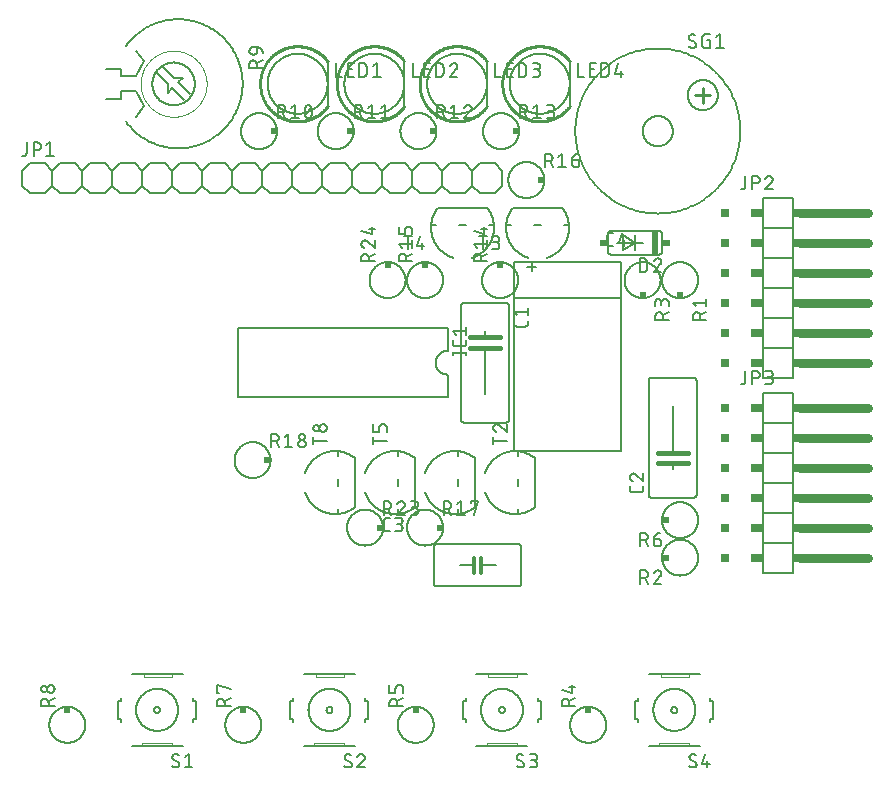
<source format=gbr>
G04 EAGLE Gerber RS-274X export*
G75*
%MOMM*%
%FSLAX34Y34*%
%LPD*%
%INSilkscreen Top*%
%IPPOS*%
%AMOC8*
5,1,8,0,0,1.08239X$1,22.5*%
G01*
%ADD10C,0.152400*%
%ADD11C,0.050800*%
%ADD12C,0.127000*%
%ADD13C,0.203200*%
%ADD14C,0.254000*%
%ADD15R,0.508000X2.032000*%
%ADD16R,0.635000X0.508000*%
%ADD17C,0.762000*%
%ADD18R,0.508000X0.762000*%
%ADD19R,1.016000X0.762000*%
%ADD20R,0.762000X0.762000*%
%ADD21R,0.584200X0.609600*%
%ADD22R,0.609600X0.584200*%
%ADD23C,0.406400*%
%ADD24C,0.304800*%


D10*
X82980Y47620D02*
X85520Y47620D01*
X82980Y47620D02*
X82980Y32380D01*
X85520Y32380D01*
X146480Y32380D02*
X149020Y32380D01*
X149020Y47620D01*
X146480Y47620D01*
D11*
X128700Y12060D02*
X128700Y9520D01*
X128700Y12060D02*
X103300Y12060D01*
X103300Y9520D01*
X104570Y67940D02*
X128700Y67940D01*
X104570Y67940D02*
X104570Y70480D01*
X128700Y70480D02*
X128700Y67940D01*
D10*
X128700Y70480D02*
X137590Y70480D01*
X103300Y9520D02*
X94410Y9520D01*
X103300Y9520D02*
X128700Y9520D01*
X137590Y9520D01*
X128700Y70480D02*
X104570Y70480D01*
X94410Y70480D01*
X85520Y50160D02*
X85520Y47620D01*
X85520Y32380D02*
X85520Y29840D01*
X146480Y47620D02*
X146480Y50160D01*
X146480Y32380D02*
X146480Y29840D01*
X98220Y40000D02*
X98225Y40436D01*
X98241Y40872D01*
X98268Y41308D01*
X98306Y41743D01*
X98354Y42176D01*
X98412Y42609D01*
X98482Y43040D01*
X98562Y43469D01*
X98652Y43896D01*
X98753Y44320D01*
X98864Y44742D01*
X98986Y45161D01*
X99117Y45577D01*
X99259Y45990D01*
X99411Y46399D01*
X99573Y46804D01*
X99745Y47205D01*
X99927Y47602D01*
X100118Y47994D01*
X100319Y48381D01*
X100530Y48764D01*
X100750Y49141D01*
X100979Y49512D01*
X101216Y49878D01*
X101463Y50238D01*
X101719Y50592D01*
X101983Y50939D01*
X102256Y51280D01*
X102537Y51613D01*
X102826Y51940D01*
X103123Y52260D01*
X103428Y52572D01*
X103740Y52877D01*
X104060Y53174D01*
X104387Y53463D01*
X104720Y53744D01*
X105061Y54017D01*
X105408Y54281D01*
X105762Y54537D01*
X106122Y54784D01*
X106488Y55021D01*
X106859Y55250D01*
X107236Y55470D01*
X107619Y55681D01*
X108006Y55882D01*
X108398Y56073D01*
X108795Y56255D01*
X109196Y56427D01*
X109601Y56589D01*
X110010Y56741D01*
X110423Y56883D01*
X110839Y57014D01*
X111258Y57136D01*
X111680Y57247D01*
X112104Y57348D01*
X112531Y57438D01*
X112960Y57518D01*
X113391Y57588D01*
X113824Y57646D01*
X114257Y57694D01*
X114692Y57732D01*
X115128Y57759D01*
X115564Y57775D01*
X116000Y57780D01*
X116436Y57775D01*
X116872Y57759D01*
X117308Y57732D01*
X117743Y57694D01*
X118176Y57646D01*
X118609Y57588D01*
X119040Y57518D01*
X119469Y57438D01*
X119896Y57348D01*
X120320Y57247D01*
X120742Y57136D01*
X121161Y57014D01*
X121577Y56883D01*
X121990Y56741D01*
X122399Y56589D01*
X122804Y56427D01*
X123205Y56255D01*
X123602Y56073D01*
X123994Y55882D01*
X124381Y55681D01*
X124764Y55470D01*
X125141Y55250D01*
X125512Y55021D01*
X125878Y54784D01*
X126238Y54537D01*
X126592Y54281D01*
X126939Y54017D01*
X127280Y53744D01*
X127613Y53463D01*
X127940Y53174D01*
X128260Y52877D01*
X128572Y52572D01*
X128877Y52260D01*
X129174Y51940D01*
X129463Y51613D01*
X129744Y51280D01*
X130017Y50939D01*
X130281Y50592D01*
X130537Y50238D01*
X130784Y49878D01*
X131021Y49512D01*
X131250Y49141D01*
X131470Y48764D01*
X131681Y48381D01*
X131882Y47994D01*
X132073Y47602D01*
X132255Y47205D01*
X132427Y46804D01*
X132589Y46399D01*
X132741Y45990D01*
X132883Y45577D01*
X133014Y45161D01*
X133136Y44742D01*
X133247Y44320D01*
X133348Y43896D01*
X133438Y43469D01*
X133518Y43040D01*
X133588Y42609D01*
X133646Y42176D01*
X133694Y41743D01*
X133732Y41308D01*
X133759Y40872D01*
X133775Y40436D01*
X133780Y40000D01*
X133775Y39564D01*
X133759Y39128D01*
X133732Y38692D01*
X133694Y38257D01*
X133646Y37824D01*
X133588Y37391D01*
X133518Y36960D01*
X133438Y36531D01*
X133348Y36104D01*
X133247Y35680D01*
X133136Y35258D01*
X133014Y34839D01*
X132883Y34423D01*
X132741Y34010D01*
X132589Y33601D01*
X132427Y33196D01*
X132255Y32795D01*
X132073Y32398D01*
X131882Y32006D01*
X131681Y31619D01*
X131470Y31236D01*
X131250Y30859D01*
X131021Y30488D01*
X130784Y30122D01*
X130537Y29762D01*
X130281Y29408D01*
X130017Y29061D01*
X129744Y28720D01*
X129463Y28387D01*
X129174Y28060D01*
X128877Y27740D01*
X128572Y27428D01*
X128260Y27123D01*
X127940Y26826D01*
X127613Y26537D01*
X127280Y26256D01*
X126939Y25983D01*
X126592Y25719D01*
X126238Y25463D01*
X125878Y25216D01*
X125512Y24979D01*
X125141Y24750D01*
X124764Y24530D01*
X124381Y24319D01*
X123994Y24118D01*
X123602Y23927D01*
X123205Y23745D01*
X122804Y23573D01*
X122399Y23411D01*
X121990Y23259D01*
X121577Y23117D01*
X121161Y22986D01*
X120742Y22864D01*
X120320Y22753D01*
X119896Y22652D01*
X119469Y22562D01*
X119040Y22482D01*
X118609Y22412D01*
X118176Y22354D01*
X117743Y22306D01*
X117308Y22268D01*
X116872Y22241D01*
X116436Y22225D01*
X116000Y22220D01*
X115564Y22225D01*
X115128Y22241D01*
X114692Y22268D01*
X114257Y22306D01*
X113824Y22354D01*
X113391Y22412D01*
X112960Y22482D01*
X112531Y22562D01*
X112104Y22652D01*
X111680Y22753D01*
X111258Y22864D01*
X110839Y22986D01*
X110423Y23117D01*
X110010Y23259D01*
X109601Y23411D01*
X109196Y23573D01*
X108795Y23745D01*
X108398Y23927D01*
X108006Y24118D01*
X107619Y24319D01*
X107236Y24530D01*
X106859Y24750D01*
X106488Y24979D01*
X106122Y25216D01*
X105762Y25463D01*
X105408Y25719D01*
X105061Y25983D01*
X104720Y26256D01*
X104387Y26537D01*
X104060Y26826D01*
X103740Y27123D01*
X103428Y27428D01*
X103123Y27740D01*
X102826Y28060D01*
X102537Y28387D01*
X102256Y28720D01*
X101983Y29061D01*
X101719Y29408D01*
X101463Y29762D01*
X101216Y30122D01*
X100979Y30488D01*
X100750Y30859D01*
X100530Y31236D01*
X100319Y31619D01*
X100118Y32006D01*
X99927Y32398D01*
X99745Y32795D01*
X99573Y33196D01*
X99411Y33601D01*
X99259Y34010D01*
X99117Y34423D01*
X98986Y34839D01*
X98864Y35258D01*
X98753Y35680D01*
X98652Y36104D01*
X98562Y36531D01*
X98482Y36960D01*
X98412Y37391D01*
X98354Y37824D01*
X98306Y38257D01*
X98268Y38692D01*
X98241Y39128D01*
X98225Y39564D01*
X98220Y40000D01*
X113460Y40000D02*
X113462Y40100D01*
X113468Y40201D01*
X113478Y40300D01*
X113492Y40400D01*
X113509Y40499D01*
X113531Y40597D01*
X113557Y40694D01*
X113586Y40790D01*
X113619Y40884D01*
X113656Y40978D01*
X113696Y41070D01*
X113740Y41160D01*
X113788Y41248D01*
X113839Y41335D01*
X113893Y41419D01*
X113951Y41501D01*
X114012Y41581D01*
X114076Y41658D01*
X114143Y41733D01*
X114213Y41805D01*
X114286Y41874D01*
X114361Y41940D01*
X114439Y42004D01*
X114519Y42064D01*
X114602Y42121D01*
X114687Y42174D01*
X114774Y42224D01*
X114863Y42271D01*
X114953Y42314D01*
X115045Y42354D01*
X115139Y42390D01*
X115234Y42422D01*
X115330Y42450D01*
X115428Y42475D01*
X115526Y42495D01*
X115625Y42512D01*
X115725Y42525D01*
X115824Y42534D01*
X115925Y42539D01*
X116025Y42540D01*
X116125Y42537D01*
X116226Y42530D01*
X116325Y42519D01*
X116425Y42504D01*
X116523Y42486D01*
X116621Y42463D01*
X116718Y42436D01*
X116813Y42406D01*
X116908Y42372D01*
X117001Y42334D01*
X117092Y42293D01*
X117182Y42248D01*
X117270Y42200D01*
X117356Y42148D01*
X117440Y42093D01*
X117521Y42034D01*
X117600Y41972D01*
X117677Y41908D01*
X117751Y41840D01*
X117822Y41769D01*
X117891Y41696D01*
X117956Y41620D01*
X118019Y41541D01*
X118078Y41460D01*
X118134Y41377D01*
X118187Y41292D01*
X118236Y41204D01*
X118282Y41115D01*
X118324Y41024D01*
X118363Y40931D01*
X118398Y40837D01*
X118429Y40742D01*
X118457Y40645D01*
X118480Y40548D01*
X118500Y40449D01*
X118516Y40350D01*
X118528Y40251D01*
X118536Y40150D01*
X118540Y40050D01*
X118540Y39950D01*
X118536Y39850D01*
X118528Y39749D01*
X118516Y39650D01*
X118500Y39551D01*
X118480Y39452D01*
X118457Y39355D01*
X118429Y39258D01*
X118398Y39163D01*
X118363Y39069D01*
X118324Y38976D01*
X118282Y38885D01*
X118236Y38796D01*
X118187Y38708D01*
X118134Y38623D01*
X118078Y38540D01*
X118019Y38459D01*
X117956Y38380D01*
X117891Y38304D01*
X117822Y38231D01*
X117751Y38160D01*
X117677Y38092D01*
X117600Y38028D01*
X117521Y37966D01*
X117440Y37907D01*
X117356Y37852D01*
X117270Y37800D01*
X117182Y37752D01*
X117092Y37707D01*
X117001Y37666D01*
X116908Y37628D01*
X116813Y37594D01*
X116718Y37564D01*
X116621Y37537D01*
X116523Y37514D01*
X116425Y37496D01*
X116325Y37481D01*
X116226Y37470D01*
X116125Y37463D01*
X116025Y37460D01*
X115925Y37461D01*
X115824Y37466D01*
X115725Y37475D01*
X115625Y37488D01*
X115526Y37505D01*
X115428Y37525D01*
X115330Y37550D01*
X115234Y37578D01*
X115139Y37610D01*
X115045Y37646D01*
X114953Y37686D01*
X114863Y37729D01*
X114774Y37776D01*
X114687Y37826D01*
X114602Y37879D01*
X114519Y37936D01*
X114439Y37996D01*
X114361Y38060D01*
X114286Y38126D01*
X114213Y38195D01*
X114143Y38267D01*
X114076Y38342D01*
X114012Y38419D01*
X113951Y38499D01*
X113893Y38581D01*
X113839Y38665D01*
X113788Y38752D01*
X113740Y38840D01*
X113696Y38930D01*
X113656Y39022D01*
X113619Y39116D01*
X113586Y39210D01*
X113557Y39306D01*
X113531Y39403D01*
X113509Y39501D01*
X113492Y39600D01*
X113478Y39700D01*
X113468Y39799D01*
X113462Y39900D01*
X113460Y40000D01*
D12*
X134796Y-6355D02*
X134794Y-6455D01*
X134788Y-6554D01*
X134778Y-6654D01*
X134765Y-6752D01*
X134747Y-6851D01*
X134726Y-6948D01*
X134701Y-7044D01*
X134672Y-7140D01*
X134639Y-7234D01*
X134603Y-7327D01*
X134563Y-7418D01*
X134519Y-7508D01*
X134472Y-7596D01*
X134422Y-7682D01*
X134368Y-7766D01*
X134311Y-7848D01*
X134251Y-7927D01*
X134187Y-8005D01*
X134121Y-8079D01*
X134052Y-8151D01*
X133980Y-8220D01*
X133906Y-8286D01*
X133828Y-8350D01*
X133749Y-8410D01*
X133667Y-8467D01*
X133583Y-8521D01*
X133497Y-8571D01*
X133409Y-8618D01*
X133319Y-8662D01*
X133228Y-8702D01*
X133135Y-8738D01*
X133041Y-8771D01*
X132945Y-8800D01*
X132849Y-8825D01*
X132752Y-8846D01*
X132653Y-8864D01*
X132555Y-8877D01*
X132455Y-8887D01*
X132356Y-8893D01*
X132256Y-8895D01*
X132115Y-8893D01*
X131974Y-8888D01*
X131833Y-8878D01*
X131692Y-8865D01*
X131552Y-8849D01*
X131412Y-8828D01*
X131273Y-8804D01*
X131134Y-8776D01*
X130997Y-8745D01*
X130860Y-8710D01*
X130724Y-8672D01*
X130589Y-8630D01*
X130456Y-8584D01*
X130323Y-8535D01*
X130192Y-8482D01*
X130063Y-8426D01*
X129934Y-8367D01*
X129808Y-8304D01*
X129683Y-8238D01*
X129560Y-8169D01*
X129439Y-8096D01*
X129320Y-8020D01*
X129202Y-7941D01*
X129087Y-7860D01*
X128975Y-7775D01*
X128864Y-7687D01*
X128756Y-7596D01*
X128650Y-7503D01*
X128547Y-7406D01*
X128446Y-7307D01*
X128764Y-5D02*
X128766Y95D01*
X128772Y194D01*
X128782Y294D01*
X128795Y392D01*
X128813Y491D01*
X128834Y588D01*
X128859Y684D01*
X128888Y780D01*
X128921Y874D01*
X128957Y967D01*
X128997Y1058D01*
X129041Y1148D01*
X129088Y1236D01*
X129138Y1322D01*
X129192Y1406D01*
X129249Y1488D01*
X129309Y1567D01*
X129373Y1645D01*
X129439Y1719D01*
X129508Y1791D01*
X129580Y1860D01*
X129654Y1926D01*
X129732Y1990D01*
X129811Y2050D01*
X129893Y2107D01*
X129977Y2161D01*
X130063Y2211D01*
X130151Y2258D01*
X130241Y2302D01*
X130332Y2342D01*
X130425Y2378D01*
X130519Y2411D01*
X130615Y2440D01*
X130711Y2465D01*
X130808Y2486D01*
X130907Y2504D01*
X131005Y2517D01*
X131105Y2527D01*
X131204Y2533D01*
X131304Y2535D01*
X131437Y2533D01*
X131570Y2528D01*
X131703Y2518D01*
X131836Y2505D01*
X131968Y2488D01*
X132100Y2468D01*
X132231Y2444D01*
X132361Y2416D01*
X132491Y2385D01*
X132619Y2350D01*
X132747Y2311D01*
X132873Y2269D01*
X132998Y2223D01*
X133122Y2174D01*
X133245Y2122D01*
X133366Y2066D01*
X133485Y2006D01*
X133603Y1944D01*
X133718Y1878D01*
X133832Y1809D01*
X133944Y1736D01*
X134054Y1661D01*
X134162Y1582D01*
X130033Y-2228D02*
X129949Y-2176D01*
X129866Y-2121D01*
X129786Y-2062D01*
X129708Y-2001D01*
X129633Y-1937D01*
X129560Y-1869D01*
X129489Y-1799D01*
X129422Y-1727D01*
X129357Y-1652D01*
X129295Y-1574D01*
X129236Y-1494D01*
X129180Y-1412D01*
X129128Y-1328D01*
X129079Y-1242D01*
X129033Y-1154D01*
X128990Y-1064D01*
X128951Y-973D01*
X128916Y-880D01*
X128884Y-786D01*
X128856Y-691D01*
X128831Y-595D01*
X128811Y-498D01*
X128793Y-400D01*
X128780Y-302D01*
X128771Y-203D01*
X128765Y-104D01*
X128763Y-5D01*
X133526Y-4132D02*
X133610Y-4184D01*
X133693Y-4239D01*
X133773Y-4298D01*
X133851Y-4359D01*
X133926Y-4423D01*
X133999Y-4491D01*
X134070Y-4561D01*
X134137Y-4633D01*
X134202Y-4708D01*
X134264Y-4786D01*
X134323Y-4866D01*
X134379Y-4948D01*
X134431Y-5032D01*
X134480Y-5118D01*
X134526Y-5206D01*
X134569Y-5296D01*
X134608Y-5387D01*
X134643Y-5480D01*
X134675Y-5574D01*
X134703Y-5669D01*
X134728Y-5765D01*
X134748Y-5862D01*
X134766Y-5960D01*
X134779Y-6058D01*
X134788Y-6157D01*
X134794Y-6256D01*
X134796Y-6355D01*
X133526Y-4133D02*
X130034Y-2228D01*
X139495Y-5D02*
X142670Y2535D01*
X142670Y-8895D01*
X139495Y-8895D02*
X145845Y-8895D01*
D10*
X228980Y47620D02*
X231520Y47620D01*
X228980Y47620D02*
X228980Y32380D01*
X231520Y32380D01*
X292480Y32380D02*
X295020Y32380D01*
X295020Y47620D01*
X292480Y47620D01*
D11*
X274700Y12060D02*
X274700Y9520D01*
X274700Y12060D02*
X249300Y12060D01*
X249300Y9520D01*
X250570Y67940D02*
X274700Y67940D01*
X250570Y67940D02*
X250570Y70480D01*
X274700Y70480D02*
X274700Y67940D01*
D10*
X274700Y70480D02*
X283590Y70480D01*
X249300Y9520D02*
X240410Y9520D01*
X249300Y9520D02*
X274700Y9520D01*
X283590Y9520D01*
X274700Y70480D02*
X250570Y70480D01*
X240410Y70480D01*
X231520Y50160D02*
X231520Y47620D01*
X231520Y32380D02*
X231520Y29840D01*
X292480Y47620D02*
X292480Y50160D01*
X292480Y32380D02*
X292480Y29840D01*
X244220Y40000D02*
X244225Y40436D01*
X244241Y40872D01*
X244268Y41308D01*
X244306Y41743D01*
X244354Y42176D01*
X244412Y42609D01*
X244482Y43040D01*
X244562Y43469D01*
X244652Y43896D01*
X244753Y44320D01*
X244864Y44742D01*
X244986Y45161D01*
X245117Y45577D01*
X245259Y45990D01*
X245411Y46399D01*
X245573Y46804D01*
X245745Y47205D01*
X245927Y47602D01*
X246118Y47994D01*
X246319Y48381D01*
X246530Y48764D01*
X246750Y49141D01*
X246979Y49512D01*
X247216Y49878D01*
X247463Y50238D01*
X247719Y50592D01*
X247983Y50939D01*
X248256Y51280D01*
X248537Y51613D01*
X248826Y51940D01*
X249123Y52260D01*
X249428Y52572D01*
X249740Y52877D01*
X250060Y53174D01*
X250387Y53463D01*
X250720Y53744D01*
X251061Y54017D01*
X251408Y54281D01*
X251762Y54537D01*
X252122Y54784D01*
X252488Y55021D01*
X252859Y55250D01*
X253236Y55470D01*
X253619Y55681D01*
X254006Y55882D01*
X254398Y56073D01*
X254795Y56255D01*
X255196Y56427D01*
X255601Y56589D01*
X256010Y56741D01*
X256423Y56883D01*
X256839Y57014D01*
X257258Y57136D01*
X257680Y57247D01*
X258104Y57348D01*
X258531Y57438D01*
X258960Y57518D01*
X259391Y57588D01*
X259824Y57646D01*
X260257Y57694D01*
X260692Y57732D01*
X261128Y57759D01*
X261564Y57775D01*
X262000Y57780D01*
X262436Y57775D01*
X262872Y57759D01*
X263308Y57732D01*
X263743Y57694D01*
X264176Y57646D01*
X264609Y57588D01*
X265040Y57518D01*
X265469Y57438D01*
X265896Y57348D01*
X266320Y57247D01*
X266742Y57136D01*
X267161Y57014D01*
X267577Y56883D01*
X267990Y56741D01*
X268399Y56589D01*
X268804Y56427D01*
X269205Y56255D01*
X269602Y56073D01*
X269994Y55882D01*
X270381Y55681D01*
X270764Y55470D01*
X271141Y55250D01*
X271512Y55021D01*
X271878Y54784D01*
X272238Y54537D01*
X272592Y54281D01*
X272939Y54017D01*
X273280Y53744D01*
X273613Y53463D01*
X273940Y53174D01*
X274260Y52877D01*
X274572Y52572D01*
X274877Y52260D01*
X275174Y51940D01*
X275463Y51613D01*
X275744Y51280D01*
X276017Y50939D01*
X276281Y50592D01*
X276537Y50238D01*
X276784Y49878D01*
X277021Y49512D01*
X277250Y49141D01*
X277470Y48764D01*
X277681Y48381D01*
X277882Y47994D01*
X278073Y47602D01*
X278255Y47205D01*
X278427Y46804D01*
X278589Y46399D01*
X278741Y45990D01*
X278883Y45577D01*
X279014Y45161D01*
X279136Y44742D01*
X279247Y44320D01*
X279348Y43896D01*
X279438Y43469D01*
X279518Y43040D01*
X279588Y42609D01*
X279646Y42176D01*
X279694Y41743D01*
X279732Y41308D01*
X279759Y40872D01*
X279775Y40436D01*
X279780Y40000D01*
X279775Y39564D01*
X279759Y39128D01*
X279732Y38692D01*
X279694Y38257D01*
X279646Y37824D01*
X279588Y37391D01*
X279518Y36960D01*
X279438Y36531D01*
X279348Y36104D01*
X279247Y35680D01*
X279136Y35258D01*
X279014Y34839D01*
X278883Y34423D01*
X278741Y34010D01*
X278589Y33601D01*
X278427Y33196D01*
X278255Y32795D01*
X278073Y32398D01*
X277882Y32006D01*
X277681Y31619D01*
X277470Y31236D01*
X277250Y30859D01*
X277021Y30488D01*
X276784Y30122D01*
X276537Y29762D01*
X276281Y29408D01*
X276017Y29061D01*
X275744Y28720D01*
X275463Y28387D01*
X275174Y28060D01*
X274877Y27740D01*
X274572Y27428D01*
X274260Y27123D01*
X273940Y26826D01*
X273613Y26537D01*
X273280Y26256D01*
X272939Y25983D01*
X272592Y25719D01*
X272238Y25463D01*
X271878Y25216D01*
X271512Y24979D01*
X271141Y24750D01*
X270764Y24530D01*
X270381Y24319D01*
X269994Y24118D01*
X269602Y23927D01*
X269205Y23745D01*
X268804Y23573D01*
X268399Y23411D01*
X267990Y23259D01*
X267577Y23117D01*
X267161Y22986D01*
X266742Y22864D01*
X266320Y22753D01*
X265896Y22652D01*
X265469Y22562D01*
X265040Y22482D01*
X264609Y22412D01*
X264176Y22354D01*
X263743Y22306D01*
X263308Y22268D01*
X262872Y22241D01*
X262436Y22225D01*
X262000Y22220D01*
X261564Y22225D01*
X261128Y22241D01*
X260692Y22268D01*
X260257Y22306D01*
X259824Y22354D01*
X259391Y22412D01*
X258960Y22482D01*
X258531Y22562D01*
X258104Y22652D01*
X257680Y22753D01*
X257258Y22864D01*
X256839Y22986D01*
X256423Y23117D01*
X256010Y23259D01*
X255601Y23411D01*
X255196Y23573D01*
X254795Y23745D01*
X254398Y23927D01*
X254006Y24118D01*
X253619Y24319D01*
X253236Y24530D01*
X252859Y24750D01*
X252488Y24979D01*
X252122Y25216D01*
X251762Y25463D01*
X251408Y25719D01*
X251061Y25983D01*
X250720Y26256D01*
X250387Y26537D01*
X250060Y26826D01*
X249740Y27123D01*
X249428Y27428D01*
X249123Y27740D01*
X248826Y28060D01*
X248537Y28387D01*
X248256Y28720D01*
X247983Y29061D01*
X247719Y29408D01*
X247463Y29762D01*
X247216Y30122D01*
X246979Y30488D01*
X246750Y30859D01*
X246530Y31236D01*
X246319Y31619D01*
X246118Y32006D01*
X245927Y32398D01*
X245745Y32795D01*
X245573Y33196D01*
X245411Y33601D01*
X245259Y34010D01*
X245117Y34423D01*
X244986Y34839D01*
X244864Y35258D01*
X244753Y35680D01*
X244652Y36104D01*
X244562Y36531D01*
X244482Y36960D01*
X244412Y37391D01*
X244354Y37824D01*
X244306Y38257D01*
X244268Y38692D01*
X244241Y39128D01*
X244225Y39564D01*
X244220Y40000D01*
X259460Y40000D02*
X259462Y40100D01*
X259468Y40201D01*
X259478Y40300D01*
X259492Y40400D01*
X259509Y40499D01*
X259531Y40597D01*
X259557Y40694D01*
X259586Y40790D01*
X259619Y40884D01*
X259656Y40978D01*
X259696Y41070D01*
X259740Y41160D01*
X259788Y41248D01*
X259839Y41335D01*
X259893Y41419D01*
X259951Y41501D01*
X260012Y41581D01*
X260076Y41658D01*
X260143Y41733D01*
X260213Y41805D01*
X260286Y41874D01*
X260361Y41940D01*
X260439Y42004D01*
X260519Y42064D01*
X260602Y42121D01*
X260687Y42174D01*
X260774Y42224D01*
X260863Y42271D01*
X260953Y42314D01*
X261045Y42354D01*
X261139Y42390D01*
X261234Y42422D01*
X261330Y42450D01*
X261428Y42475D01*
X261526Y42495D01*
X261625Y42512D01*
X261725Y42525D01*
X261824Y42534D01*
X261925Y42539D01*
X262025Y42540D01*
X262125Y42537D01*
X262226Y42530D01*
X262325Y42519D01*
X262425Y42504D01*
X262523Y42486D01*
X262621Y42463D01*
X262718Y42436D01*
X262813Y42406D01*
X262908Y42372D01*
X263001Y42334D01*
X263092Y42293D01*
X263182Y42248D01*
X263270Y42200D01*
X263356Y42148D01*
X263440Y42093D01*
X263521Y42034D01*
X263600Y41972D01*
X263677Y41908D01*
X263751Y41840D01*
X263822Y41769D01*
X263891Y41696D01*
X263956Y41620D01*
X264019Y41541D01*
X264078Y41460D01*
X264134Y41377D01*
X264187Y41292D01*
X264236Y41204D01*
X264282Y41115D01*
X264324Y41024D01*
X264363Y40931D01*
X264398Y40837D01*
X264429Y40742D01*
X264457Y40645D01*
X264480Y40548D01*
X264500Y40449D01*
X264516Y40350D01*
X264528Y40251D01*
X264536Y40150D01*
X264540Y40050D01*
X264540Y39950D01*
X264536Y39850D01*
X264528Y39749D01*
X264516Y39650D01*
X264500Y39551D01*
X264480Y39452D01*
X264457Y39355D01*
X264429Y39258D01*
X264398Y39163D01*
X264363Y39069D01*
X264324Y38976D01*
X264282Y38885D01*
X264236Y38796D01*
X264187Y38708D01*
X264134Y38623D01*
X264078Y38540D01*
X264019Y38459D01*
X263956Y38380D01*
X263891Y38304D01*
X263822Y38231D01*
X263751Y38160D01*
X263677Y38092D01*
X263600Y38028D01*
X263521Y37966D01*
X263440Y37907D01*
X263356Y37852D01*
X263270Y37800D01*
X263182Y37752D01*
X263092Y37707D01*
X263001Y37666D01*
X262908Y37628D01*
X262813Y37594D01*
X262718Y37564D01*
X262621Y37537D01*
X262523Y37514D01*
X262425Y37496D01*
X262325Y37481D01*
X262226Y37470D01*
X262125Y37463D01*
X262025Y37460D01*
X261925Y37461D01*
X261824Y37466D01*
X261725Y37475D01*
X261625Y37488D01*
X261526Y37505D01*
X261428Y37525D01*
X261330Y37550D01*
X261234Y37578D01*
X261139Y37610D01*
X261045Y37646D01*
X260953Y37686D01*
X260863Y37729D01*
X260774Y37776D01*
X260687Y37826D01*
X260602Y37879D01*
X260519Y37936D01*
X260439Y37996D01*
X260361Y38060D01*
X260286Y38126D01*
X260213Y38195D01*
X260143Y38267D01*
X260076Y38342D01*
X260012Y38419D01*
X259951Y38499D01*
X259893Y38581D01*
X259839Y38665D01*
X259788Y38752D01*
X259740Y38840D01*
X259696Y38930D01*
X259656Y39022D01*
X259619Y39116D01*
X259586Y39210D01*
X259557Y39306D01*
X259531Y39403D01*
X259509Y39501D01*
X259492Y39600D01*
X259478Y39700D01*
X259468Y39799D01*
X259462Y39900D01*
X259460Y40000D01*
D12*
X280796Y-6355D02*
X280794Y-6455D01*
X280788Y-6554D01*
X280778Y-6654D01*
X280765Y-6752D01*
X280747Y-6851D01*
X280726Y-6948D01*
X280701Y-7044D01*
X280672Y-7140D01*
X280639Y-7234D01*
X280603Y-7327D01*
X280563Y-7418D01*
X280519Y-7508D01*
X280472Y-7596D01*
X280422Y-7682D01*
X280368Y-7766D01*
X280311Y-7848D01*
X280251Y-7927D01*
X280187Y-8005D01*
X280121Y-8079D01*
X280052Y-8151D01*
X279980Y-8220D01*
X279906Y-8286D01*
X279828Y-8350D01*
X279749Y-8410D01*
X279667Y-8467D01*
X279583Y-8521D01*
X279497Y-8571D01*
X279409Y-8618D01*
X279319Y-8662D01*
X279228Y-8702D01*
X279135Y-8738D01*
X279041Y-8771D01*
X278945Y-8800D01*
X278849Y-8825D01*
X278752Y-8846D01*
X278653Y-8864D01*
X278555Y-8877D01*
X278455Y-8887D01*
X278356Y-8893D01*
X278256Y-8895D01*
X278115Y-8893D01*
X277974Y-8888D01*
X277833Y-8878D01*
X277692Y-8865D01*
X277552Y-8849D01*
X277412Y-8828D01*
X277273Y-8804D01*
X277134Y-8776D01*
X276997Y-8745D01*
X276860Y-8710D01*
X276724Y-8672D01*
X276589Y-8630D01*
X276456Y-8584D01*
X276323Y-8535D01*
X276192Y-8482D01*
X276063Y-8426D01*
X275934Y-8367D01*
X275808Y-8304D01*
X275683Y-8238D01*
X275560Y-8169D01*
X275439Y-8096D01*
X275320Y-8020D01*
X275202Y-7941D01*
X275087Y-7860D01*
X274975Y-7775D01*
X274864Y-7687D01*
X274756Y-7596D01*
X274650Y-7503D01*
X274547Y-7406D01*
X274446Y-7307D01*
X274764Y-5D02*
X274766Y95D01*
X274772Y194D01*
X274782Y294D01*
X274795Y392D01*
X274813Y491D01*
X274834Y588D01*
X274859Y684D01*
X274888Y780D01*
X274921Y874D01*
X274957Y967D01*
X274997Y1058D01*
X275041Y1148D01*
X275088Y1236D01*
X275138Y1322D01*
X275192Y1406D01*
X275249Y1488D01*
X275309Y1567D01*
X275373Y1645D01*
X275439Y1719D01*
X275508Y1791D01*
X275580Y1860D01*
X275654Y1926D01*
X275732Y1990D01*
X275811Y2050D01*
X275893Y2107D01*
X275977Y2161D01*
X276063Y2211D01*
X276151Y2258D01*
X276241Y2302D01*
X276332Y2342D01*
X276425Y2378D01*
X276519Y2411D01*
X276615Y2440D01*
X276711Y2465D01*
X276808Y2486D01*
X276907Y2504D01*
X277005Y2517D01*
X277105Y2527D01*
X277204Y2533D01*
X277304Y2535D01*
X277437Y2533D01*
X277570Y2528D01*
X277703Y2518D01*
X277836Y2505D01*
X277968Y2488D01*
X278100Y2468D01*
X278231Y2444D01*
X278361Y2416D01*
X278491Y2385D01*
X278619Y2350D01*
X278747Y2311D01*
X278873Y2269D01*
X278998Y2223D01*
X279122Y2174D01*
X279245Y2122D01*
X279366Y2066D01*
X279485Y2006D01*
X279603Y1944D01*
X279718Y1878D01*
X279832Y1809D01*
X279944Y1736D01*
X280054Y1661D01*
X280162Y1582D01*
X276033Y-2228D02*
X275949Y-2176D01*
X275866Y-2121D01*
X275786Y-2062D01*
X275708Y-2001D01*
X275633Y-1937D01*
X275560Y-1869D01*
X275489Y-1799D01*
X275422Y-1727D01*
X275357Y-1652D01*
X275295Y-1574D01*
X275236Y-1494D01*
X275180Y-1412D01*
X275128Y-1328D01*
X275079Y-1242D01*
X275033Y-1154D01*
X274990Y-1064D01*
X274951Y-973D01*
X274916Y-880D01*
X274884Y-786D01*
X274856Y-691D01*
X274831Y-595D01*
X274811Y-498D01*
X274793Y-400D01*
X274780Y-302D01*
X274771Y-203D01*
X274765Y-104D01*
X274763Y-5D01*
X279526Y-4132D02*
X279610Y-4184D01*
X279693Y-4239D01*
X279773Y-4298D01*
X279851Y-4359D01*
X279926Y-4423D01*
X279999Y-4491D01*
X280070Y-4561D01*
X280137Y-4633D01*
X280202Y-4708D01*
X280264Y-4786D01*
X280323Y-4866D01*
X280379Y-4948D01*
X280431Y-5032D01*
X280480Y-5118D01*
X280526Y-5206D01*
X280569Y-5296D01*
X280608Y-5387D01*
X280643Y-5480D01*
X280675Y-5574D01*
X280703Y-5669D01*
X280728Y-5765D01*
X280748Y-5862D01*
X280766Y-5960D01*
X280779Y-6058D01*
X280788Y-6157D01*
X280794Y-6256D01*
X280796Y-6355D01*
X279526Y-4133D02*
X276034Y-2228D01*
X288988Y2535D02*
X289092Y2533D01*
X289197Y2527D01*
X289301Y2518D01*
X289404Y2505D01*
X289507Y2487D01*
X289609Y2467D01*
X289711Y2442D01*
X289811Y2414D01*
X289911Y2382D01*
X290009Y2346D01*
X290106Y2307D01*
X290201Y2265D01*
X290295Y2219D01*
X290387Y2169D01*
X290477Y2117D01*
X290565Y2061D01*
X290651Y2001D01*
X290735Y1939D01*
X290816Y1874D01*
X290895Y1806D01*
X290972Y1734D01*
X291045Y1661D01*
X291117Y1584D01*
X291185Y1505D01*
X291250Y1424D01*
X291312Y1340D01*
X291372Y1254D01*
X291428Y1166D01*
X291480Y1076D01*
X291530Y984D01*
X291576Y890D01*
X291618Y795D01*
X291657Y698D01*
X291693Y600D01*
X291725Y500D01*
X291753Y400D01*
X291778Y298D01*
X291798Y196D01*
X291816Y93D01*
X291829Y-10D01*
X291838Y-114D01*
X291844Y-219D01*
X291846Y-323D01*
X288988Y2535D02*
X288870Y2533D01*
X288751Y2527D01*
X288633Y2518D01*
X288516Y2505D01*
X288399Y2487D01*
X288282Y2467D01*
X288166Y2442D01*
X288051Y2414D01*
X287938Y2381D01*
X287825Y2346D01*
X287713Y2306D01*
X287603Y2264D01*
X287494Y2217D01*
X287386Y2167D01*
X287281Y2114D01*
X287177Y2057D01*
X287075Y1997D01*
X286975Y1934D01*
X286877Y1867D01*
X286781Y1798D01*
X286688Y1725D01*
X286597Y1649D01*
X286508Y1571D01*
X286422Y1489D01*
X286339Y1405D01*
X286258Y1319D01*
X286181Y1229D01*
X286106Y1138D01*
X286034Y1044D01*
X285965Y947D01*
X285900Y849D01*
X285837Y748D01*
X285778Y645D01*
X285722Y541D01*
X285670Y435D01*
X285621Y327D01*
X285576Y218D01*
X285534Y107D01*
X285496Y-5D01*
X290893Y-2545D02*
X290969Y-2470D01*
X291044Y-2391D01*
X291115Y-2310D01*
X291184Y-2226D01*
X291249Y-2140D01*
X291311Y-2052D01*
X291371Y-1962D01*
X291427Y-1870D01*
X291480Y-1775D01*
X291529Y-1679D01*
X291575Y-1581D01*
X291618Y-1482D01*
X291657Y-1381D01*
X291692Y-1279D01*
X291724Y-1176D01*
X291752Y-1072D01*
X291777Y-967D01*
X291798Y-860D01*
X291815Y-754D01*
X291828Y-647D01*
X291837Y-539D01*
X291843Y-431D01*
X291845Y-323D01*
X290893Y-2545D02*
X285495Y-8895D01*
X291845Y-8895D01*
D10*
X374980Y47620D02*
X377520Y47620D01*
X374980Y47620D02*
X374980Y32380D01*
X377520Y32380D01*
X438480Y32380D02*
X441020Y32380D01*
X441020Y47620D01*
X438480Y47620D01*
D11*
X420700Y12060D02*
X420700Y9520D01*
X420700Y12060D02*
X395300Y12060D01*
X395300Y9520D01*
X396570Y67940D02*
X420700Y67940D01*
X396570Y67940D02*
X396570Y70480D01*
X420700Y70480D02*
X420700Y67940D01*
D10*
X420700Y70480D02*
X429590Y70480D01*
X395300Y9520D02*
X386410Y9520D01*
X395300Y9520D02*
X420700Y9520D01*
X429590Y9520D01*
X420700Y70480D02*
X396570Y70480D01*
X386410Y70480D01*
X377520Y50160D02*
X377520Y47620D01*
X377520Y32380D02*
X377520Y29840D01*
X438480Y47620D02*
X438480Y50160D01*
X438480Y32380D02*
X438480Y29840D01*
X390220Y40000D02*
X390225Y40436D01*
X390241Y40872D01*
X390268Y41308D01*
X390306Y41743D01*
X390354Y42176D01*
X390412Y42609D01*
X390482Y43040D01*
X390562Y43469D01*
X390652Y43896D01*
X390753Y44320D01*
X390864Y44742D01*
X390986Y45161D01*
X391117Y45577D01*
X391259Y45990D01*
X391411Y46399D01*
X391573Y46804D01*
X391745Y47205D01*
X391927Y47602D01*
X392118Y47994D01*
X392319Y48381D01*
X392530Y48764D01*
X392750Y49141D01*
X392979Y49512D01*
X393216Y49878D01*
X393463Y50238D01*
X393719Y50592D01*
X393983Y50939D01*
X394256Y51280D01*
X394537Y51613D01*
X394826Y51940D01*
X395123Y52260D01*
X395428Y52572D01*
X395740Y52877D01*
X396060Y53174D01*
X396387Y53463D01*
X396720Y53744D01*
X397061Y54017D01*
X397408Y54281D01*
X397762Y54537D01*
X398122Y54784D01*
X398488Y55021D01*
X398859Y55250D01*
X399236Y55470D01*
X399619Y55681D01*
X400006Y55882D01*
X400398Y56073D01*
X400795Y56255D01*
X401196Y56427D01*
X401601Y56589D01*
X402010Y56741D01*
X402423Y56883D01*
X402839Y57014D01*
X403258Y57136D01*
X403680Y57247D01*
X404104Y57348D01*
X404531Y57438D01*
X404960Y57518D01*
X405391Y57588D01*
X405824Y57646D01*
X406257Y57694D01*
X406692Y57732D01*
X407128Y57759D01*
X407564Y57775D01*
X408000Y57780D01*
X408436Y57775D01*
X408872Y57759D01*
X409308Y57732D01*
X409743Y57694D01*
X410176Y57646D01*
X410609Y57588D01*
X411040Y57518D01*
X411469Y57438D01*
X411896Y57348D01*
X412320Y57247D01*
X412742Y57136D01*
X413161Y57014D01*
X413577Y56883D01*
X413990Y56741D01*
X414399Y56589D01*
X414804Y56427D01*
X415205Y56255D01*
X415602Y56073D01*
X415994Y55882D01*
X416381Y55681D01*
X416764Y55470D01*
X417141Y55250D01*
X417512Y55021D01*
X417878Y54784D01*
X418238Y54537D01*
X418592Y54281D01*
X418939Y54017D01*
X419280Y53744D01*
X419613Y53463D01*
X419940Y53174D01*
X420260Y52877D01*
X420572Y52572D01*
X420877Y52260D01*
X421174Y51940D01*
X421463Y51613D01*
X421744Y51280D01*
X422017Y50939D01*
X422281Y50592D01*
X422537Y50238D01*
X422784Y49878D01*
X423021Y49512D01*
X423250Y49141D01*
X423470Y48764D01*
X423681Y48381D01*
X423882Y47994D01*
X424073Y47602D01*
X424255Y47205D01*
X424427Y46804D01*
X424589Y46399D01*
X424741Y45990D01*
X424883Y45577D01*
X425014Y45161D01*
X425136Y44742D01*
X425247Y44320D01*
X425348Y43896D01*
X425438Y43469D01*
X425518Y43040D01*
X425588Y42609D01*
X425646Y42176D01*
X425694Y41743D01*
X425732Y41308D01*
X425759Y40872D01*
X425775Y40436D01*
X425780Y40000D01*
X425775Y39564D01*
X425759Y39128D01*
X425732Y38692D01*
X425694Y38257D01*
X425646Y37824D01*
X425588Y37391D01*
X425518Y36960D01*
X425438Y36531D01*
X425348Y36104D01*
X425247Y35680D01*
X425136Y35258D01*
X425014Y34839D01*
X424883Y34423D01*
X424741Y34010D01*
X424589Y33601D01*
X424427Y33196D01*
X424255Y32795D01*
X424073Y32398D01*
X423882Y32006D01*
X423681Y31619D01*
X423470Y31236D01*
X423250Y30859D01*
X423021Y30488D01*
X422784Y30122D01*
X422537Y29762D01*
X422281Y29408D01*
X422017Y29061D01*
X421744Y28720D01*
X421463Y28387D01*
X421174Y28060D01*
X420877Y27740D01*
X420572Y27428D01*
X420260Y27123D01*
X419940Y26826D01*
X419613Y26537D01*
X419280Y26256D01*
X418939Y25983D01*
X418592Y25719D01*
X418238Y25463D01*
X417878Y25216D01*
X417512Y24979D01*
X417141Y24750D01*
X416764Y24530D01*
X416381Y24319D01*
X415994Y24118D01*
X415602Y23927D01*
X415205Y23745D01*
X414804Y23573D01*
X414399Y23411D01*
X413990Y23259D01*
X413577Y23117D01*
X413161Y22986D01*
X412742Y22864D01*
X412320Y22753D01*
X411896Y22652D01*
X411469Y22562D01*
X411040Y22482D01*
X410609Y22412D01*
X410176Y22354D01*
X409743Y22306D01*
X409308Y22268D01*
X408872Y22241D01*
X408436Y22225D01*
X408000Y22220D01*
X407564Y22225D01*
X407128Y22241D01*
X406692Y22268D01*
X406257Y22306D01*
X405824Y22354D01*
X405391Y22412D01*
X404960Y22482D01*
X404531Y22562D01*
X404104Y22652D01*
X403680Y22753D01*
X403258Y22864D01*
X402839Y22986D01*
X402423Y23117D01*
X402010Y23259D01*
X401601Y23411D01*
X401196Y23573D01*
X400795Y23745D01*
X400398Y23927D01*
X400006Y24118D01*
X399619Y24319D01*
X399236Y24530D01*
X398859Y24750D01*
X398488Y24979D01*
X398122Y25216D01*
X397762Y25463D01*
X397408Y25719D01*
X397061Y25983D01*
X396720Y26256D01*
X396387Y26537D01*
X396060Y26826D01*
X395740Y27123D01*
X395428Y27428D01*
X395123Y27740D01*
X394826Y28060D01*
X394537Y28387D01*
X394256Y28720D01*
X393983Y29061D01*
X393719Y29408D01*
X393463Y29762D01*
X393216Y30122D01*
X392979Y30488D01*
X392750Y30859D01*
X392530Y31236D01*
X392319Y31619D01*
X392118Y32006D01*
X391927Y32398D01*
X391745Y32795D01*
X391573Y33196D01*
X391411Y33601D01*
X391259Y34010D01*
X391117Y34423D01*
X390986Y34839D01*
X390864Y35258D01*
X390753Y35680D01*
X390652Y36104D01*
X390562Y36531D01*
X390482Y36960D01*
X390412Y37391D01*
X390354Y37824D01*
X390306Y38257D01*
X390268Y38692D01*
X390241Y39128D01*
X390225Y39564D01*
X390220Y40000D01*
X405460Y40000D02*
X405462Y40100D01*
X405468Y40201D01*
X405478Y40300D01*
X405492Y40400D01*
X405509Y40499D01*
X405531Y40597D01*
X405557Y40694D01*
X405586Y40790D01*
X405619Y40884D01*
X405656Y40978D01*
X405696Y41070D01*
X405740Y41160D01*
X405788Y41248D01*
X405839Y41335D01*
X405893Y41419D01*
X405951Y41501D01*
X406012Y41581D01*
X406076Y41658D01*
X406143Y41733D01*
X406213Y41805D01*
X406286Y41874D01*
X406361Y41940D01*
X406439Y42004D01*
X406519Y42064D01*
X406602Y42121D01*
X406687Y42174D01*
X406774Y42224D01*
X406863Y42271D01*
X406953Y42314D01*
X407045Y42354D01*
X407139Y42390D01*
X407234Y42422D01*
X407330Y42450D01*
X407428Y42475D01*
X407526Y42495D01*
X407625Y42512D01*
X407725Y42525D01*
X407824Y42534D01*
X407925Y42539D01*
X408025Y42540D01*
X408125Y42537D01*
X408226Y42530D01*
X408325Y42519D01*
X408425Y42504D01*
X408523Y42486D01*
X408621Y42463D01*
X408718Y42436D01*
X408813Y42406D01*
X408908Y42372D01*
X409001Y42334D01*
X409092Y42293D01*
X409182Y42248D01*
X409270Y42200D01*
X409356Y42148D01*
X409440Y42093D01*
X409521Y42034D01*
X409600Y41972D01*
X409677Y41908D01*
X409751Y41840D01*
X409822Y41769D01*
X409891Y41696D01*
X409956Y41620D01*
X410019Y41541D01*
X410078Y41460D01*
X410134Y41377D01*
X410187Y41292D01*
X410236Y41204D01*
X410282Y41115D01*
X410324Y41024D01*
X410363Y40931D01*
X410398Y40837D01*
X410429Y40742D01*
X410457Y40645D01*
X410480Y40548D01*
X410500Y40449D01*
X410516Y40350D01*
X410528Y40251D01*
X410536Y40150D01*
X410540Y40050D01*
X410540Y39950D01*
X410536Y39850D01*
X410528Y39749D01*
X410516Y39650D01*
X410500Y39551D01*
X410480Y39452D01*
X410457Y39355D01*
X410429Y39258D01*
X410398Y39163D01*
X410363Y39069D01*
X410324Y38976D01*
X410282Y38885D01*
X410236Y38796D01*
X410187Y38708D01*
X410134Y38623D01*
X410078Y38540D01*
X410019Y38459D01*
X409956Y38380D01*
X409891Y38304D01*
X409822Y38231D01*
X409751Y38160D01*
X409677Y38092D01*
X409600Y38028D01*
X409521Y37966D01*
X409440Y37907D01*
X409356Y37852D01*
X409270Y37800D01*
X409182Y37752D01*
X409092Y37707D01*
X409001Y37666D01*
X408908Y37628D01*
X408813Y37594D01*
X408718Y37564D01*
X408621Y37537D01*
X408523Y37514D01*
X408425Y37496D01*
X408325Y37481D01*
X408226Y37470D01*
X408125Y37463D01*
X408025Y37460D01*
X407925Y37461D01*
X407824Y37466D01*
X407725Y37475D01*
X407625Y37488D01*
X407526Y37505D01*
X407428Y37525D01*
X407330Y37550D01*
X407234Y37578D01*
X407139Y37610D01*
X407045Y37646D01*
X406953Y37686D01*
X406863Y37729D01*
X406774Y37776D01*
X406687Y37826D01*
X406602Y37879D01*
X406519Y37936D01*
X406439Y37996D01*
X406361Y38060D01*
X406286Y38126D01*
X406213Y38195D01*
X406143Y38267D01*
X406076Y38342D01*
X406012Y38419D01*
X405951Y38499D01*
X405893Y38581D01*
X405839Y38665D01*
X405788Y38752D01*
X405740Y38840D01*
X405696Y38930D01*
X405656Y39022D01*
X405619Y39116D01*
X405586Y39210D01*
X405557Y39306D01*
X405531Y39403D01*
X405509Y39501D01*
X405492Y39600D01*
X405478Y39700D01*
X405468Y39799D01*
X405462Y39900D01*
X405460Y40000D01*
D12*
X426796Y-6355D02*
X426794Y-6455D01*
X426788Y-6554D01*
X426778Y-6654D01*
X426765Y-6752D01*
X426747Y-6851D01*
X426726Y-6948D01*
X426701Y-7044D01*
X426672Y-7140D01*
X426639Y-7234D01*
X426603Y-7327D01*
X426563Y-7418D01*
X426519Y-7508D01*
X426472Y-7596D01*
X426422Y-7682D01*
X426368Y-7766D01*
X426311Y-7848D01*
X426251Y-7927D01*
X426187Y-8005D01*
X426121Y-8079D01*
X426052Y-8151D01*
X425980Y-8220D01*
X425906Y-8286D01*
X425828Y-8350D01*
X425749Y-8410D01*
X425667Y-8467D01*
X425583Y-8521D01*
X425497Y-8571D01*
X425409Y-8618D01*
X425319Y-8662D01*
X425228Y-8702D01*
X425135Y-8738D01*
X425041Y-8771D01*
X424945Y-8800D01*
X424849Y-8825D01*
X424752Y-8846D01*
X424653Y-8864D01*
X424555Y-8877D01*
X424455Y-8887D01*
X424356Y-8893D01*
X424256Y-8895D01*
X424115Y-8893D01*
X423974Y-8888D01*
X423833Y-8878D01*
X423692Y-8865D01*
X423552Y-8849D01*
X423412Y-8828D01*
X423273Y-8804D01*
X423134Y-8776D01*
X422997Y-8745D01*
X422860Y-8710D01*
X422724Y-8672D01*
X422589Y-8630D01*
X422456Y-8584D01*
X422323Y-8535D01*
X422192Y-8482D01*
X422063Y-8426D01*
X421934Y-8367D01*
X421808Y-8304D01*
X421683Y-8238D01*
X421560Y-8169D01*
X421439Y-8096D01*
X421320Y-8020D01*
X421202Y-7941D01*
X421087Y-7860D01*
X420975Y-7775D01*
X420864Y-7687D01*
X420756Y-7596D01*
X420650Y-7503D01*
X420547Y-7406D01*
X420446Y-7307D01*
X420764Y-5D02*
X420766Y95D01*
X420772Y194D01*
X420782Y294D01*
X420795Y392D01*
X420813Y491D01*
X420834Y588D01*
X420859Y684D01*
X420888Y780D01*
X420921Y874D01*
X420957Y967D01*
X420997Y1058D01*
X421041Y1148D01*
X421088Y1236D01*
X421138Y1322D01*
X421192Y1406D01*
X421249Y1488D01*
X421309Y1567D01*
X421373Y1645D01*
X421439Y1719D01*
X421508Y1791D01*
X421580Y1860D01*
X421654Y1926D01*
X421732Y1990D01*
X421811Y2050D01*
X421893Y2107D01*
X421977Y2161D01*
X422063Y2211D01*
X422151Y2258D01*
X422241Y2302D01*
X422332Y2342D01*
X422425Y2378D01*
X422519Y2411D01*
X422615Y2440D01*
X422711Y2465D01*
X422808Y2486D01*
X422907Y2504D01*
X423005Y2517D01*
X423105Y2527D01*
X423204Y2533D01*
X423304Y2535D01*
X423437Y2533D01*
X423570Y2528D01*
X423703Y2518D01*
X423836Y2505D01*
X423968Y2488D01*
X424100Y2468D01*
X424231Y2444D01*
X424361Y2416D01*
X424491Y2385D01*
X424619Y2350D01*
X424747Y2311D01*
X424873Y2269D01*
X424998Y2223D01*
X425122Y2174D01*
X425245Y2122D01*
X425366Y2066D01*
X425485Y2006D01*
X425603Y1944D01*
X425718Y1878D01*
X425832Y1809D01*
X425944Y1736D01*
X426054Y1661D01*
X426162Y1582D01*
X422033Y-2228D02*
X421949Y-2176D01*
X421866Y-2121D01*
X421786Y-2062D01*
X421708Y-2001D01*
X421633Y-1937D01*
X421560Y-1869D01*
X421489Y-1799D01*
X421422Y-1727D01*
X421357Y-1652D01*
X421295Y-1574D01*
X421236Y-1494D01*
X421180Y-1412D01*
X421128Y-1328D01*
X421079Y-1242D01*
X421033Y-1154D01*
X420990Y-1064D01*
X420951Y-973D01*
X420916Y-880D01*
X420884Y-786D01*
X420856Y-691D01*
X420831Y-595D01*
X420811Y-498D01*
X420793Y-400D01*
X420780Y-302D01*
X420771Y-203D01*
X420765Y-104D01*
X420763Y-5D01*
X425526Y-4132D02*
X425610Y-4184D01*
X425693Y-4239D01*
X425773Y-4298D01*
X425851Y-4359D01*
X425926Y-4423D01*
X425999Y-4491D01*
X426070Y-4561D01*
X426137Y-4633D01*
X426202Y-4708D01*
X426264Y-4786D01*
X426323Y-4866D01*
X426379Y-4948D01*
X426431Y-5032D01*
X426480Y-5118D01*
X426526Y-5206D01*
X426569Y-5296D01*
X426608Y-5387D01*
X426643Y-5480D01*
X426675Y-5574D01*
X426703Y-5669D01*
X426728Y-5765D01*
X426748Y-5862D01*
X426766Y-5960D01*
X426779Y-6058D01*
X426788Y-6157D01*
X426794Y-6256D01*
X426796Y-6355D01*
X425526Y-4133D02*
X422034Y-2228D01*
X431495Y-8895D02*
X434670Y-8895D01*
X434781Y-8893D01*
X434891Y-8887D01*
X435002Y-8878D01*
X435112Y-8864D01*
X435221Y-8847D01*
X435330Y-8826D01*
X435438Y-8801D01*
X435545Y-8772D01*
X435651Y-8740D01*
X435756Y-8704D01*
X435859Y-8664D01*
X435961Y-8621D01*
X436062Y-8574D01*
X436161Y-8523D01*
X436258Y-8470D01*
X436352Y-8413D01*
X436445Y-8352D01*
X436536Y-8289D01*
X436625Y-8222D01*
X436711Y-8152D01*
X436794Y-8079D01*
X436876Y-8004D01*
X436954Y-7926D01*
X437029Y-7844D01*
X437102Y-7761D01*
X437172Y-7675D01*
X437239Y-7586D01*
X437302Y-7495D01*
X437363Y-7402D01*
X437420Y-7308D01*
X437473Y-7211D01*
X437524Y-7112D01*
X437571Y-7011D01*
X437614Y-6909D01*
X437654Y-6806D01*
X437690Y-6701D01*
X437722Y-6595D01*
X437751Y-6488D01*
X437776Y-6380D01*
X437797Y-6271D01*
X437814Y-6162D01*
X437828Y-6052D01*
X437837Y-5941D01*
X437843Y-5831D01*
X437845Y-5720D01*
X437843Y-5609D01*
X437837Y-5499D01*
X437828Y-5388D01*
X437814Y-5278D01*
X437797Y-5169D01*
X437776Y-5060D01*
X437751Y-4952D01*
X437722Y-4845D01*
X437690Y-4739D01*
X437654Y-4634D01*
X437614Y-4531D01*
X437571Y-4429D01*
X437524Y-4328D01*
X437473Y-4229D01*
X437420Y-4133D01*
X437363Y-4038D01*
X437302Y-3945D01*
X437239Y-3854D01*
X437172Y-3765D01*
X437102Y-3679D01*
X437029Y-3596D01*
X436954Y-3514D01*
X436876Y-3436D01*
X436794Y-3361D01*
X436711Y-3288D01*
X436625Y-3218D01*
X436536Y-3151D01*
X436445Y-3088D01*
X436352Y-3027D01*
X436258Y-2970D01*
X436161Y-2917D01*
X436062Y-2866D01*
X435961Y-2819D01*
X435859Y-2776D01*
X435756Y-2736D01*
X435651Y-2700D01*
X435545Y-2668D01*
X435438Y-2639D01*
X435330Y-2614D01*
X435221Y-2593D01*
X435112Y-2576D01*
X435002Y-2562D01*
X434891Y-2553D01*
X434781Y-2547D01*
X434670Y-2545D01*
X435305Y2535D02*
X431495Y2535D01*
X435305Y2535D02*
X435405Y2533D01*
X435504Y2527D01*
X435604Y2517D01*
X435702Y2504D01*
X435801Y2486D01*
X435898Y2465D01*
X435994Y2440D01*
X436090Y2411D01*
X436184Y2378D01*
X436277Y2342D01*
X436368Y2302D01*
X436458Y2258D01*
X436546Y2211D01*
X436632Y2161D01*
X436716Y2107D01*
X436798Y2050D01*
X436877Y1990D01*
X436955Y1926D01*
X437029Y1860D01*
X437101Y1791D01*
X437170Y1719D01*
X437236Y1645D01*
X437300Y1567D01*
X437360Y1488D01*
X437417Y1406D01*
X437471Y1322D01*
X437521Y1236D01*
X437568Y1148D01*
X437612Y1058D01*
X437652Y967D01*
X437688Y874D01*
X437721Y780D01*
X437750Y684D01*
X437775Y588D01*
X437796Y491D01*
X437814Y392D01*
X437827Y294D01*
X437837Y194D01*
X437843Y95D01*
X437845Y-5D01*
X437843Y-105D01*
X437837Y-204D01*
X437827Y-304D01*
X437814Y-402D01*
X437796Y-501D01*
X437775Y-598D01*
X437750Y-694D01*
X437721Y-790D01*
X437688Y-884D01*
X437652Y-977D01*
X437612Y-1068D01*
X437568Y-1158D01*
X437521Y-1246D01*
X437471Y-1332D01*
X437417Y-1416D01*
X437360Y-1498D01*
X437300Y-1577D01*
X437236Y-1655D01*
X437170Y-1729D01*
X437101Y-1801D01*
X437029Y-1870D01*
X436955Y-1936D01*
X436877Y-2000D01*
X436798Y-2060D01*
X436716Y-2117D01*
X436632Y-2171D01*
X436546Y-2221D01*
X436458Y-2268D01*
X436368Y-2312D01*
X436277Y-2352D01*
X436184Y-2388D01*
X436090Y-2421D01*
X435994Y-2450D01*
X435898Y-2475D01*
X435801Y-2496D01*
X435702Y-2514D01*
X435604Y-2527D01*
X435504Y-2537D01*
X435405Y-2543D01*
X435305Y-2545D01*
X432765Y-2545D01*
D10*
X520980Y47620D02*
X523520Y47620D01*
X520980Y47620D02*
X520980Y32380D01*
X523520Y32380D01*
X584480Y32380D02*
X587020Y32380D01*
X587020Y47620D01*
X584480Y47620D01*
D11*
X566700Y12060D02*
X566700Y9520D01*
X566700Y12060D02*
X541300Y12060D01*
X541300Y9520D01*
X542570Y67940D02*
X566700Y67940D01*
X542570Y67940D02*
X542570Y70480D01*
X566700Y70480D02*
X566700Y67940D01*
D10*
X566700Y70480D02*
X575590Y70480D01*
X541300Y9520D02*
X532410Y9520D01*
X541300Y9520D02*
X566700Y9520D01*
X575590Y9520D01*
X566700Y70480D02*
X542570Y70480D01*
X532410Y70480D01*
X523520Y50160D02*
X523520Y47620D01*
X523520Y32380D02*
X523520Y29840D01*
X584480Y47620D02*
X584480Y50160D01*
X584480Y32380D02*
X584480Y29840D01*
X536220Y40000D02*
X536225Y40436D01*
X536241Y40872D01*
X536268Y41308D01*
X536306Y41743D01*
X536354Y42176D01*
X536412Y42609D01*
X536482Y43040D01*
X536562Y43469D01*
X536652Y43896D01*
X536753Y44320D01*
X536864Y44742D01*
X536986Y45161D01*
X537117Y45577D01*
X537259Y45990D01*
X537411Y46399D01*
X537573Y46804D01*
X537745Y47205D01*
X537927Y47602D01*
X538118Y47994D01*
X538319Y48381D01*
X538530Y48764D01*
X538750Y49141D01*
X538979Y49512D01*
X539216Y49878D01*
X539463Y50238D01*
X539719Y50592D01*
X539983Y50939D01*
X540256Y51280D01*
X540537Y51613D01*
X540826Y51940D01*
X541123Y52260D01*
X541428Y52572D01*
X541740Y52877D01*
X542060Y53174D01*
X542387Y53463D01*
X542720Y53744D01*
X543061Y54017D01*
X543408Y54281D01*
X543762Y54537D01*
X544122Y54784D01*
X544488Y55021D01*
X544859Y55250D01*
X545236Y55470D01*
X545619Y55681D01*
X546006Y55882D01*
X546398Y56073D01*
X546795Y56255D01*
X547196Y56427D01*
X547601Y56589D01*
X548010Y56741D01*
X548423Y56883D01*
X548839Y57014D01*
X549258Y57136D01*
X549680Y57247D01*
X550104Y57348D01*
X550531Y57438D01*
X550960Y57518D01*
X551391Y57588D01*
X551824Y57646D01*
X552257Y57694D01*
X552692Y57732D01*
X553128Y57759D01*
X553564Y57775D01*
X554000Y57780D01*
X554436Y57775D01*
X554872Y57759D01*
X555308Y57732D01*
X555743Y57694D01*
X556176Y57646D01*
X556609Y57588D01*
X557040Y57518D01*
X557469Y57438D01*
X557896Y57348D01*
X558320Y57247D01*
X558742Y57136D01*
X559161Y57014D01*
X559577Y56883D01*
X559990Y56741D01*
X560399Y56589D01*
X560804Y56427D01*
X561205Y56255D01*
X561602Y56073D01*
X561994Y55882D01*
X562381Y55681D01*
X562764Y55470D01*
X563141Y55250D01*
X563512Y55021D01*
X563878Y54784D01*
X564238Y54537D01*
X564592Y54281D01*
X564939Y54017D01*
X565280Y53744D01*
X565613Y53463D01*
X565940Y53174D01*
X566260Y52877D01*
X566572Y52572D01*
X566877Y52260D01*
X567174Y51940D01*
X567463Y51613D01*
X567744Y51280D01*
X568017Y50939D01*
X568281Y50592D01*
X568537Y50238D01*
X568784Y49878D01*
X569021Y49512D01*
X569250Y49141D01*
X569470Y48764D01*
X569681Y48381D01*
X569882Y47994D01*
X570073Y47602D01*
X570255Y47205D01*
X570427Y46804D01*
X570589Y46399D01*
X570741Y45990D01*
X570883Y45577D01*
X571014Y45161D01*
X571136Y44742D01*
X571247Y44320D01*
X571348Y43896D01*
X571438Y43469D01*
X571518Y43040D01*
X571588Y42609D01*
X571646Y42176D01*
X571694Y41743D01*
X571732Y41308D01*
X571759Y40872D01*
X571775Y40436D01*
X571780Y40000D01*
X571775Y39564D01*
X571759Y39128D01*
X571732Y38692D01*
X571694Y38257D01*
X571646Y37824D01*
X571588Y37391D01*
X571518Y36960D01*
X571438Y36531D01*
X571348Y36104D01*
X571247Y35680D01*
X571136Y35258D01*
X571014Y34839D01*
X570883Y34423D01*
X570741Y34010D01*
X570589Y33601D01*
X570427Y33196D01*
X570255Y32795D01*
X570073Y32398D01*
X569882Y32006D01*
X569681Y31619D01*
X569470Y31236D01*
X569250Y30859D01*
X569021Y30488D01*
X568784Y30122D01*
X568537Y29762D01*
X568281Y29408D01*
X568017Y29061D01*
X567744Y28720D01*
X567463Y28387D01*
X567174Y28060D01*
X566877Y27740D01*
X566572Y27428D01*
X566260Y27123D01*
X565940Y26826D01*
X565613Y26537D01*
X565280Y26256D01*
X564939Y25983D01*
X564592Y25719D01*
X564238Y25463D01*
X563878Y25216D01*
X563512Y24979D01*
X563141Y24750D01*
X562764Y24530D01*
X562381Y24319D01*
X561994Y24118D01*
X561602Y23927D01*
X561205Y23745D01*
X560804Y23573D01*
X560399Y23411D01*
X559990Y23259D01*
X559577Y23117D01*
X559161Y22986D01*
X558742Y22864D01*
X558320Y22753D01*
X557896Y22652D01*
X557469Y22562D01*
X557040Y22482D01*
X556609Y22412D01*
X556176Y22354D01*
X555743Y22306D01*
X555308Y22268D01*
X554872Y22241D01*
X554436Y22225D01*
X554000Y22220D01*
X553564Y22225D01*
X553128Y22241D01*
X552692Y22268D01*
X552257Y22306D01*
X551824Y22354D01*
X551391Y22412D01*
X550960Y22482D01*
X550531Y22562D01*
X550104Y22652D01*
X549680Y22753D01*
X549258Y22864D01*
X548839Y22986D01*
X548423Y23117D01*
X548010Y23259D01*
X547601Y23411D01*
X547196Y23573D01*
X546795Y23745D01*
X546398Y23927D01*
X546006Y24118D01*
X545619Y24319D01*
X545236Y24530D01*
X544859Y24750D01*
X544488Y24979D01*
X544122Y25216D01*
X543762Y25463D01*
X543408Y25719D01*
X543061Y25983D01*
X542720Y26256D01*
X542387Y26537D01*
X542060Y26826D01*
X541740Y27123D01*
X541428Y27428D01*
X541123Y27740D01*
X540826Y28060D01*
X540537Y28387D01*
X540256Y28720D01*
X539983Y29061D01*
X539719Y29408D01*
X539463Y29762D01*
X539216Y30122D01*
X538979Y30488D01*
X538750Y30859D01*
X538530Y31236D01*
X538319Y31619D01*
X538118Y32006D01*
X537927Y32398D01*
X537745Y32795D01*
X537573Y33196D01*
X537411Y33601D01*
X537259Y34010D01*
X537117Y34423D01*
X536986Y34839D01*
X536864Y35258D01*
X536753Y35680D01*
X536652Y36104D01*
X536562Y36531D01*
X536482Y36960D01*
X536412Y37391D01*
X536354Y37824D01*
X536306Y38257D01*
X536268Y38692D01*
X536241Y39128D01*
X536225Y39564D01*
X536220Y40000D01*
X551460Y40000D02*
X551462Y40100D01*
X551468Y40201D01*
X551478Y40300D01*
X551492Y40400D01*
X551509Y40499D01*
X551531Y40597D01*
X551557Y40694D01*
X551586Y40790D01*
X551619Y40884D01*
X551656Y40978D01*
X551696Y41070D01*
X551740Y41160D01*
X551788Y41248D01*
X551839Y41335D01*
X551893Y41419D01*
X551951Y41501D01*
X552012Y41581D01*
X552076Y41658D01*
X552143Y41733D01*
X552213Y41805D01*
X552286Y41874D01*
X552361Y41940D01*
X552439Y42004D01*
X552519Y42064D01*
X552602Y42121D01*
X552687Y42174D01*
X552774Y42224D01*
X552863Y42271D01*
X552953Y42314D01*
X553045Y42354D01*
X553139Y42390D01*
X553234Y42422D01*
X553330Y42450D01*
X553428Y42475D01*
X553526Y42495D01*
X553625Y42512D01*
X553725Y42525D01*
X553824Y42534D01*
X553925Y42539D01*
X554025Y42540D01*
X554125Y42537D01*
X554226Y42530D01*
X554325Y42519D01*
X554425Y42504D01*
X554523Y42486D01*
X554621Y42463D01*
X554718Y42436D01*
X554813Y42406D01*
X554908Y42372D01*
X555001Y42334D01*
X555092Y42293D01*
X555182Y42248D01*
X555270Y42200D01*
X555356Y42148D01*
X555440Y42093D01*
X555521Y42034D01*
X555600Y41972D01*
X555677Y41908D01*
X555751Y41840D01*
X555822Y41769D01*
X555891Y41696D01*
X555956Y41620D01*
X556019Y41541D01*
X556078Y41460D01*
X556134Y41377D01*
X556187Y41292D01*
X556236Y41204D01*
X556282Y41115D01*
X556324Y41024D01*
X556363Y40931D01*
X556398Y40837D01*
X556429Y40742D01*
X556457Y40645D01*
X556480Y40548D01*
X556500Y40449D01*
X556516Y40350D01*
X556528Y40251D01*
X556536Y40150D01*
X556540Y40050D01*
X556540Y39950D01*
X556536Y39850D01*
X556528Y39749D01*
X556516Y39650D01*
X556500Y39551D01*
X556480Y39452D01*
X556457Y39355D01*
X556429Y39258D01*
X556398Y39163D01*
X556363Y39069D01*
X556324Y38976D01*
X556282Y38885D01*
X556236Y38796D01*
X556187Y38708D01*
X556134Y38623D01*
X556078Y38540D01*
X556019Y38459D01*
X555956Y38380D01*
X555891Y38304D01*
X555822Y38231D01*
X555751Y38160D01*
X555677Y38092D01*
X555600Y38028D01*
X555521Y37966D01*
X555440Y37907D01*
X555356Y37852D01*
X555270Y37800D01*
X555182Y37752D01*
X555092Y37707D01*
X555001Y37666D01*
X554908Y37628D01*
X554813Y37594D01*
X554718Y37564D01*
X554621Y37537D01*
X554523Y37514D01*
X554425Y37496D01*
X554325Y37481D01*
X554226Y37470D01*
X554125Y37463D01*
X554025Y37460D01*
X553925Y37461D01*
X553824Y37466D01*
X553725Y37475D01*
X553625Y37488D01*
X553526Y37505D01*
X553428Y37525D01*
X553330Y37550D01*
X553234Y37578D01*
X553139Y37610D01*
X553045Y37646D01*
X552953Y37686D01*
X552863Y37729D01*
X552774Y37776D01*
X552687Y37826D01*
X552602Y37879D01*
X552519Y37936D01*
X552439Y37996D01*
X552361Y38060D01*
X552286Y38126D01*
X552213Y38195D01*
X552143Y38267D01*
X552076Y38342D01*
X552012Y38419D01*
X551951Y38499D01*
X551893Y38581D01*
X551839Y38665D01*
X551788Y38752D01*
X551740Y38840D01*
X551696Y38930D01*
X551656Y39022D01*
X551619Y39116D01*
X551586Y39210D01*
X551557Y39306D01*
X551531Y39403D01*
X551509Y39501D01*
X551492Y39600D01*
X551478Y39700D01*
X551468Y39799D01*
X551462Y39900D01*
X551460Y40000D01*
D12*
X572796Y-6355D02*
X572794Y-6455D01*
X572788Y-6554D01*
X572778Y-6654D01*
X572765Y-6752D01*
X572747Y-6851D01*
X572726Y-6948D01*
X572701Y-7044D01*
X572672Y-7140D01*
X572639Y-7234D01*
X572603Y-7327D01*
X572563Y-7418D01*
X572519Y-7508D01*
X572472Y-7596D01*
X572422Y-7682D01*
X572368Y-7766D01*
X572311Y-7848D01*
X572251Y-7927D01*
X572187Y-8005D01*
X572121Y-8079D01*
X572052Y-8151D01*
X571980Y-8220D01*
X571906Y-8286D01*
X571828Y-8350D01*
X571749Y-8410D01*
X571667Y-8467D01*
X571583Y-8521D01*
X571497Y-8571D01*
X571409Y-8618D01*
X571319Y-8662D01*
X571228Y-8702D01*
X571135Y-8738D01*
X571041Y-8771D01*
X570945Y-8800D01*
X570849Y-8825D01*
X570752Y-8846D01*
X570653Y-8864D01*
X570555Y-8877D01*
X570455Y-8887D01*
X570356Y-8893D01*
X570256Y-8895D01*
X570115Y-8893D01*
X569974Y-8888D01*
X569833Y-8878D01*
X569692Y-8865D01*
X569552Y-8849D01*
X569412Y-8828D01*
X569273Y-8804D01*
X569134Y-8776D01*
X568997Y-8745D01*
X568860Y-8710D01*
X568724Y-8672D01*
X568589Y-8630D01*
X568456Y-8584D01*
X568323Y-8535D01*
X568192Y-8482D01*
X568063Y-8426D01*
X567934Y-8367D01*
X567808Y-8304D01*
X567683Y-8238D01*
X567560Y-8169D01*
X567439Y-8096D01*
X567320Y-8020D01*
X567202Y-7941D01*
X567087Y-7860D01*
X566975Y-7775D01*
X566864Y-7687D01*
X566756Y-7596D01*
X566650Y-7503D01*
X566547Y-7406D01*
X566446Y-7307D01*
X566764Y-5D02*
X566766Y95D01*
X566772Y194D01*
X566782Y294D01*
X566795Y392D01*
X566813Y491D01*
X566834Y588D01*
X566859Y684D01*
X566888Y780D01*
X566921Y874D01*
X566957Y967D01*
X566997Y1058D01*
X567041Y1148D01*
X567088Y1236D01*
X567138Y1322D01*
X567192Y1406D01*
X567249Y1488D01*
X567309Y1567D01*
X567373Y1645D01*
X567439Y1719D01*
X567508Y1791D01*
X567580Y1860D01*
X567654Y1926D01*
X567732Y1990D01*
X567811Y2050D01*
X567893Y2107D01*
X567977Y2161D01*
X568063Y2211D01*
X568151Y2258D01*
X568241Y2302D01*
X568332Y2342D01*
X568425Y2378D01*
X568519Y2411D01*
X568615Y2440D01*
X568711Y2465D01*
X568808Y2486D01*
X568907Y2504D01*
X569005Y2517D01*
X569105Y2527D01*
X569204Y2533D01*
X569304Y2535D01*
X569437Y2533D01*
X569570Y2528D01*
X569703Y2518D01*
X569836Y2505D01*
X569968Y2488D01*
X570100Y2468D01*
X570231Y2444D01*
X570361Y2416D01*
X570491Y2385D01*
X570619Y2350D01*
X570747Y2311D01*
X570873Y2269D01*
X570998Y2223D01*
X571122Y2174D01*
X571245Y2122D01*
X571366Y2066D01*
X571485Y2006D01*
X571603Y1944D01*
X571718Y1878D01*
X571832Y1809D01*
X571944Y1736D01*
X572054Y1661D01*
X572162Y1582D01*
X568033Y-2228D02*
X567949Y-2176D01*
X567866Y-2121D01*
X567786Y-2062D01*
X567708Y-2001D01*
X567633Y-1937D01*
X567560Y-1869D01*
X567489Y-1799D01*
X567422Y-1727D01*
X567357Y-1652D01*
X567295Y-1574D01*
X567236Y-1494D01*
X567180Y-1412D01*
X567128Y-1328D01*
X567079Y-1242D01*
X567033Y-1154D01*
X566990Y-1064D01*
X566951Y-973D01*
X566916Y-880D01*
X566884Y-786D01*
X566856Y-691D01*
X566831Y-595D01*
X566811Y-498D01*
X566793Y-400D01*
X566780Y-302D01*
X566771Y-203D01*
X566765Y-104D01*
X566763Y-5D01*
X571526Y-4132D02*
X571610Y-4184D01*
X571693Y-4239D01*
X571773Y-4298D01*
X571851Y-4359D01*
X571926Y-4423D01*
X571999Y-4491D01*
X572070Y-4561D01*
X572137Y-4633D01*
X572202Y-4708D01*
X572264Y-4786D01*
X572323Y-4866D01*
X572379Y-4948D01*
X572431Y-5032D01*
X572480Y-5118D01*
X572526Y-5206D01*
X572569Y-5296D01*
X572608Y-5387D01*
X572643Y-5480D01*
X572675Y-5574D01*
X572703Y-5669D01*
X572728Y-5765D01*
X572748Y-5862D01*
X572766Y-5960D01*
X572779Y-6058D01*
X572788Y-6157D01*
X572794Y-6256D01*
X572796Y-6355D01*
X571526Y-4133D02*
X568034Y-2228D01*
X577495Y-6355D02*
X580035Y2535D01*
X577495Y-6355D02*
X583845Y-6355D01*
X581940Y-3815D02*
X581940Y-8895D01*
D13*
X260400Y550950D02*
X260400Y589050D01*
D14*
X259926Y589666D01*
X259437Y590271D01*
X258933Y590863D01*
X258415Y591443D01*
X257883Y592010D01*
X257337Y592564D01*
X256778Y593104D01*
X256205Y593630D01*
X255620Y594143D01*
X255023Y594640D01*
X254414Y595123D01*
X253793Y595591D01*
X253160Y596044D01*
X252517Y596481D01*
X251863Y596902D01*
X251199Y597306D01*
X250526Y597695D01*
X249843Y598067D01*
X249151Y598422D01*
X248451Y598760D01*
X247743Y599081D01*
X247027Y599384D01*
X246303Y599670D01*
X245574Y599938D01*
X244837Y600188D01*
X244095Y600419D01*
X243347Y600633D01*
X242595Y600828D01*
X241837Y601005D01*
X241076Y601163D01*
X240311Y601303D01*
X239543Y601423D01*
X238772Y601525D01*
X237999Y601608D01*
X237224Y601672D01*
X236448Y601717D01*
X235671Y601743D01*
X234893Y601750D01*
X234116Y601738D01*
X233339Y601707D01*
X232563Y601656D01*
X231788Y601587D01*
X231016Y601499D01*
X230246Y601392D01*
X229478Y601266D01*
X228714Y601122D01*
X227954Y600958D01*
X227198Y600776D01*
X226447Y600576D01*
X225700Y600358D01*
X224960Y600121D01*
X224225Y599866D01*
X223497Y599593D01*
X222776Y599302D01*
X222062Y598994D01*
X221356Y598669D01*
X220658Y598326D01*
X219968Y597966D01*
X219288Y597590D01*
X218617Y597197D01*
X217956Y596787D01*
X217305Y596362D01*
X216665Y595921D01*
X216036Y595464D01*
X215418Y594992D01*
X214812Y594505D01*
X214218Y594003D01*
X213636Y593487D01*
X213067Y592957D01*
X212512Y592413D01*
X211969Y591855D01*
X211441Y591285D01*
X210927Y590702D01*
X210427Y590106D01*
X209942Y589498D01*
X209472Y588879D01*
X209018Y588248D01*
X208579Y587606D01*
X208155Y586954D01*
X207748Y586291D01*
X207357Y585619D01*
X206983Y584937D01*
X206626Y584247D01*
X206286Y583548D01*
X205962Y582840D01*
X205657Y582126D01*
X205368Y581403D01*
X205098Y580674D01*
X204846Y579939D01*
X204611Y579197D01*
X204395Y578450D01*
X204197Y577698D01*
X204018Y576942D01*
X203857Y576181D01*
X203715Y575417D01*
X203592Y574649D01*
X203488Y573878D01*
X203402Y573105D01*
X203336Y572331D01*
X203288Y571555D01*
X203260Y570778D01*
X203250Y570000D01*
X203260Y569222D01*
X203288Y568445D01*
X203336Y567669D01*
X203402Y566895D01*
X203488Y566122D01*
X203592Y565351D01*
X203715Y564583D01*
X203857Y563819D01*
X204018Y563058D01*
X204197Y562302D01*
X204395Y561550D01*
X204611Y560803D01*
X204846Y560061D01*
X205098Y559326D01*
X205368Y558597D01*
X205657Y557874D01*
X205962Y557160D01*
X206286Y556452D01*
X206626Y555753D01*
X206983Y555063D01*
X207357Y554381D01*
X207748Y553709D01*
X208155Y553046D01*
X208579Y552394D01*
X209018Y551752D01*
X209472Y551121D01*
X209942Y550502D01*
X210427Y549894D01*
X210927Y549298D01*
X211441Y548715D01*
X211969Y548145D01*
X212512Y547587D01*
X213067Y547043D01*
X213636Y546513D01*
X214218Y545997D01*
X214812Y545495D01*
X215418Y545008D01*
X216036Y544536D01*
X216665Y544079D01*
X217305Y543638D01*
X217956Y543213D01*
X218617Y542803D01*
X219288Y542410D01*
X219968Y542034D01*
X220658Y541674D01*
X221356Y541331D01*
X222062Y541006D01*
X222776Y540698D01*
X223497Y540407D01*
X224225Y540134D01*
X224960Y539879D01*
X225700Y539642D01*
X226447Y539424D01*
X227198Y539224D01*
X227954Y539042D01*
X228714Y538878D01*
X229478Y538734D01*
X230246Y538608D01*
X231016Y538501D01*
X231788Y538413D01*
X232563Y538344D01*
X233339Y538293D01*
X234116Y538262D01*
X234893Y538250D01*
X235671Y538257D01*
X236448Y538283D01*
X237224Y538328D01*
X237999Y538392D01*
X238772Y538475D01*
X239543Y538577D01*
X240311Y538697D01*
X241076Y538837D01*
X241837Y538995D01*
X242595Y539172D01*
X243347Y539367D01*
X244095Y539581D01*
X244837Y539812D01*
X245574Y540062D01*
X246303Y540330D01*
X247027Y540616D01*
X247743Y540919D01*
X248451Y541240D01*
X249151Y541578D01*
X249843Y541933D01*
X250526Y542305D01*
X251199Y542694D01*
X251863Y543098D01*
X252517Y543519D01*
X253160Y543956D01*
X253793Y544409D01*
X254414Y544877D01*
X255023Y545360D01*
X255620Y545857D01*
X256205Y546370D01*
X256778Y546896D01*
X257337Y547436D01*
X257883Y547990D01*
X258415Y548557D01*
X258933Y549137D01*
X259437Y549729D01*
X259926Y550334D01*
X260400Y550950D01*
D10*
X209600Y570000D02*
X209608Y570623D01*
X209631Y571246D01*
X209669Y571869D01*
X209722Y572490D01*
X209791Y573109D01*
X209875Y573727D01*
X209974Y574342D01*
X210088Y574955D01*
X210217Y575565D01*
X210361Y576172D01*
X210520Y576775D01*
X210694Y577373D01*
X210882Y577968D01*
X211085Y578557D01*
X211302Y579141D01*
X211533Y579720D01*
X211779Y580293D01*
X212039Y580860D01*
X212312Y581420D01*
X212599Y581973D01*
X212900Y582520D01*
X213214Y583058D01*
X213541Y583589D01*
X213881Y584111D01*
X214233Y584626D01*
X214599Y585131D01*
X214976Y585627D01*
X215366Y586114D01*
X215767Y586591D01*
X216180Y587058D01*
X216604Y587514D01*
X217039Y587961D01*
X217486Y588396D01*
X217942Y588820D01*
X218409Y589233D01*
X218886Y589634D01*
X219373Y590024D01*
X219869Y590401D01*
X220374Y590767D01*
X220889Y591119D01*
X221411Y591459D01*
X221942Y591786D01*
X222480Y592100D01*
X223027Y592401D01*
X223580Y592688D01*
X224140Y592961D01*
X224707Y593221D01*
X225280Y593467D01*
X225859Y593698D01*
X226443Y593915D01*
X227032Y594118D01*
X227627Y594306D01*
X228225Y594480D01*
X228828Y594639D01*
X229435Y594783D01*
X230045Y594912D01*
X230658Y595026D01*
X231273Y595125D01*
X231891Y595209D01*
X232510Y595278D01*
X233131Y595331D01*
X233754Y595369D01*
X234377Y595392D01*
X235000Y595400D01*
X235623Y595392D01*
X236246Y595369D01*
X236869Y595331D01*
X237490Y595278D01*
X238109Y595209D01*
X238727Y595125D01*
X239342Y595026D01*
X239955Y594912D01*
X240565Y594783D01*
X241172Y594639D01*
X241775Y594480D01*
X242373Y594306D01*
X242968Y594118D01*
X243557Y593915D01*
X244141Y593698D01*
X244720Y593467D01*
X245293Y593221D01*
X245860Y592961D01*
X246420Y592688D01*
X246973Y592401D01*
X247520Y592100D01*
X248058Y591786D01*
X248589Y591459D01*
X249111Y591119D01*
X249626Y590767D01*
X250131Y590401D01*
X250627Y590024D01*
X251114Y589634D01*
X251591Y589233D01*
X252058Y588820D01*
X252514Y588396D01*
X252961Y587961D01*
X253396Y587514D01*
X253820Y587058D01*
X254233Y586591D01*
X254634Y586114D01*
X255024Y585627D01*
X255401Y585131D01*
X255767Y584626D01*
X256119Y584111D01*
X256459Y583589D01*
X256786Y583058D01*
X257100Y582520D01*
X257401Y581973D01*
X257688Y581420D01*
X257961Y580860D01*
X258221Y580293D01*
X258467Y579720D01*
X258698Y579141D01*
X258915Y578557D01*
X259118Y577968D01*
X259306Y577373D01*
X259480Y576775D01*
X259639Y576172D01*
X259783Y575565D01*
X259912Y574955D01*
X260026Y574342D01*
X260125Y573727D01*
X260209Y573109D01*
X260278Y572490D01*
X260331Y571869D01*
X260369Y571246D01*
X260392Y570623D01*
X260400Y570000D01*
X260392Y569377D01*
X260369Y568754D01*
X260331Y568131D01*
X260278Y567510D01*
X260209Y566891D01*
X260125Y566273D01*
X260026Y565658D01*
X259912Y565045D01*
X259783Y564435D01*
X259639Y563828D01*
X259480Y563225D01*
X259306Y562627D01*
X259118Y562032D01*
X258915Y561443D01*
X258698Y560859D01*
X258467Y560280D01*
X258221Y559707D01*
X257961Y559140D01*
X257688Y558580D01*
X257401Y558027D01*
X257100Y557480D01*
X256786Y556942D01*
X256459Y556411D01*
X256119Y555889D01*
X255767Y555374D01*
X255401Y554869D01*
X255024Y554373D01*
X254634Y553886D01*
X254233Y553409D01*
X253820Y552942D01*
X253396Y552486D01*
X252961Y552039D01*
X252514Y551604D01*
X252058Y551180D01*
X251591Y550767D01*
X251114Y550366D01*
X250627Y549976D01*
X250131Y549599D01*
X249626Y549233D01*
X249111Y548881D01*
X248589Y548541D01*
X248058Y548214D01*
X247520Y547900D01*
X246973Y547599D01*
X246420Y547312D01*
X245860Y547039D01*
X245293Y546779D01*
X244720Y546533D01*
X244141Y546302D01*
X243557Y546085D01*
X242968Y545882D01*
X242373Y545694D01*
X241775Y545520D01*
X241172Y545361D01*
X240565Y545217D01*
X239955Y545088D01*
X239342Y544974D01*
X238727Y544875D01*
X238109Y544791D01*
X237490Y544722D01*
X236869Y544669D01*
X236246Y544631D01*
X235623Y544608D01*
X235000Y544600D01*
X234377Y544608D01*
X233754Y544631D01*
X233131Y544669D01*
X232510Y544722D01*
X231891Y544791D01*
X231273Y544875D01*
X230658Y544974D01*
X230045Y545088D01*
X229435Y545217D01*
X228828Y545361D01*
X228225Y545520D01*
X227627Y545694D01*
X227032Y545882D01*
X226443Y546085D01*
X225859Y546302D01*
X225280Y546533D01*
X224707Y546779D01*
X224140Y547039D01*
X223580Y547312D01*
X223027Y547599D01*
X222480Y547900D01*
X221942Y548214D01*
X221411Y548541D01*
X220889Y548881D01*
X220374Y549233D01*
X219869Y549599D01*
X219373Y549976D01*
X218886Y550366D01*
X218409Y550767D01*
X217942Y551180D01*
X217486Y551604D01*
X217039Y552039D01*
X216604Y552486D01*
X216180Y552942D01*
X215767Y553409D01*
X215366Y553886D01*
X214976Y554373D01*
X214599Y554869D01*
X214233Y555374D01*
X213881Y555889D01*
X213541Y556411D01*
X213214Y556942D01*
X212900Y557480D01*
X212599Y558027D01*
X212312Y558580D01*
X212039Y559140D01*
X211779Y559707D01*
X211533Y560280D01*
X211302Y560859D01*
X211085Y561443D01*
X210882Y562032D01*
X210694Y562627D01*
X210520Y563225D01*
X210361Y563828D01*
X210217Y564435D01*
X210088Y565045D01*
X209974Y565658D01*
X209875Y566273D01*
X209791Y566891D01*
X209722Y567510D01*
X209669Y568131D01*
X209631Y568754D01*
X209608Y569377D01*
X209600Y570000D01*
D12*
X267385Y575969D02*
X267385Y587399D01*
X267385Y575969D02*
X272465Y575969D01*
X277291Y575969D02*
X282371Y575969D01*
X277291Y575969D02*
X277291Y587399D01*
X282371Y587399D01*
X281101Y582319D02*
X277291Y582319D01*
X287172Y587399D02*
X287172Y575969D01*
X287172Y587399D02*
X290347Y587399D01*
X290458Y587397D01*
X290568Y587391D01*
X290679Y587382D01*
X290789Y587368D01*
X290898Y587351D01*
X291007Y587330D01*
X291115Y587305D01*
X291222Y587276D01*
X291328Y587244D01*
X291433Y587208D01*
X291536Y587168D01*
X291638Y587125D01*
X291739Y587078D01*
X291838Y587027D01*
X291935Y586974D01*
X292029Y586917D01*
X292122Y586856D01*
X292213Y586793D01*
X292302Y586726D01*
X292388Y586656D01*
X292471Y586583D01*
X292553Y586508D01*
X292631Y586430D01*
X292706Y586348D01*
X292779Y586265D01*
X292849Y586179D01*
X292916Y586090D01*
X292979Y585999D01*
X293040Y585906D01*
X293097Y585812D01*
X293150Y585715D01*
X293201Y585616D01*
X293248Y585515D01*
X293291Y585413D01*
X293331Y585310D01*
X293367Y585205D01*
X293399Y585099D01*
X293428Y584992D01*
X293453Y584884D01*
X293474Y584775D01*
X293491Y584666D01*
X293505Y584556D01*
X293514Y584445D01*
X293520Y584335D01*
X293522Y584224D01*
X293522Y579144D01*
X293520Y579033D01*
X293514Y578923D01*
X293505Y578812D01*
X293491Y578702D01*
X293474Y578593D01*
X293453Y578484D01*
X293428Y578376D01*
X293399Y578269D01*
X293367Y578163D01*
X293331Y578058D01*
X293291Y577955D01*
X293248Y577853D01*
X293201Y577752D01*
X293150Y577653D01*
X293097Y577557D01*
X293040Y577462D01*
X292979Y577369D01*
X292916Y577278D01*
X292849Y577189D01*
X292779Y577103D01*
X292706Y577020D01*
X292631Y576938D01*
X292553Y576860D01*
X292471Y576785D01*
X292388Y576712D01*
X292302Y576642D01*
X292213Y576575D01*
X292122Y576512D01*
X292029Y576451D01*
X291935Y576394D01*
X291838Y576341D01*
X291739Y576290D01*
X291638Y576243D01*
X291536Y576200D01*
X291433Y576160D01*
X291328Y576124D01*
X291222Y576092D01*
X291115Y576063D01*
X291007Y576038D01*
X290898Y576017D01*
X290789Y576000D01*
X290679Y575986D01*
X290568Y575977D01*
X290458Y575971D01*
X290347Y575969D01*
X287172Y575969D01*
X298983Y584859D02*
X302158Y587399D01*
X302158Y575969D01*
X298983Y575969D02*
X305333Y575969D01*
D13*
X325400Y589050D02*
X325400Y550950D01*
D14*
X324926Y550334D01*
X324437Y549729D01*
X323933Y549137D01*
X323415Y548557D01*
X322883Y547990D01*
X322337Y547436D01*
X321778Y546896D01*
X321205Y546370D01*
X320620Y545857D01*
X320023Y545360D01*
X319414Y544877D01*
X318793Y544409D01*
X318160Y543956D01*
X317517Y543519D01*
X316863Y543098D01*
X316199Y542694D01*
X315526Y542305D01*
X314843Y541933D01*
X314151Y541578D01*
X313451Y541240D01*
X312743Y540919D01*
X312027Y540616D01*
X311303Y540330D01*
X310574Y540062D01*
X309837Y539812D01*
X309095Y539581D01*
X308347Y539367D01*
X307595Y539172D01*
X306837Y538995D01*
X306076Y538837D01*
X305311Y538697D01*
X304543Y538577D01*
X303772Y538475D01*
X302999Y538392D01*
X302224Y538328D01*
X301448Y538283D01*
X300671Y538257D01*
X299893Y538250D01*
X299116Y538262D01*
X298339Y538293D01*
X297563Y538344D01*
X296788Y538413D01*
X296016Y538501D01*
X295246Y538608D01*
X294478Y538734D01*
X293714Y538878D01*
X292954Y539042D01*
X292198Y539224D01*
X291447Y539424D01*
X290700Y539642D01*
X289960Y539879D01*
X289225Y540134D01*
X288497Y540407D01*
X287776Y540698D01*
X287062Y541006D01*
X286356Y541331D01*
X285658Y541674D01*
X284968Y542034D01*
X284288Y542410D01*
X283617Y542803D01*
X282956Y543213D01*
X282305Y543638D01*
X281665Y544079D01*
X281036Y544536D01*
X280418Y545008D01*
X279812Y545495D01*
X279218Y545997D01*
X278636Y546513D01*
X278067Y547043D01*
X277512Y547587D01*
X276969Y548145D01*
X276441Y548715D01*
X275927Y549298D01*
X275427Y549894D01*
X274942Y550502D01*
X274472Y551121D01*
X274018Y551752D01*
X273579Y552394D01*
X273155Y553046D01*
X272748Y553709D01*
X272357Y554381D01*
X271983Y555063D01*
X271626Y555753D01*
X271286Y556452D01*
X270962Y557160D01*
X270657Y557874D01*
X270368Y558597D01*
X270098Y559326D01*
X269846Y560061D01*
X269611Y560803D01*
X269395Y561550D01*
X269197Y562302D01*
X269018Y563058D01*
X268857Y563819D01*
X268715Y564583D01*
X268592Y565351D01*
X268488Y566122D01*
X268402Y566895D01*
X268336Y567669D01*
X268288Y568445D01*
X268260Y569222D01*
X268250Y570000D01*
X268260Y570778D01*
X268288Y571555D01*
X268336Y572331D01*
X268402Y573105D01*
X268488Y573878D01*
X268592Y574649D01*
X268715Y575417D01*
X268857Y576181D01*
X269018Y576942D01*
X269197Y577698D01*
X269395Y578450D01*
X269611Y579197D01*
X269846Y579939D01*
X270098Y580674D01*
X270368Y581403D01*
X270657Y582126D01*
X270962Y582840D01*
X271286Y583548D01*
X271626Y584247D01*
X271983Y584937D01*
X272357Y585619D01*
X272748Y586291D01*
X273155Y586954D01*
X273579Y587606D01*
X274018Y588248D01*
X274472Y588879D01*
X274942Y589498D01*
X275427Y590106D01*
X275927Y590702D01*
X276441Y591285D01*
X276969Y591855D01*
X277512Y592413D01*
X278067Y592957D01*
X278636Y593487D01*
X279218Y594003D01*
X279812Y594505D01*
X280418Y594992D01*
X281036Y595464D01*
X281665Y595921D01*
X282305Y596362D01*
X282956Y596787D01*
X283617Y597197D01*
X284288Y597590D01*
X284968Y597966D01*
X285658Y598326D01*
X286356Y598669D01*
X287062Y598994D01*
X287776Y599302D01*
X288497Y599593D01*
X289225Y599866D01*
X289960Y600121D01*
X290700Y600358D01*
X291447Y600576D01*
X292198Y600776D01*
X292954Y600958D01*
X293714Y601122D01*
X294478Y601266D01*
X295246Y601392D01*
X296016Y601499D01*
X296788Y601587D01*
X297563Y601656D01*
X298339Y601707D01*
X299116Y601738D01*
X299893Y601750D01*
X300671Y601743D01*
X301448Y601717D01*
X302224Y601672D01*
X302999Y601608D01*
X303772Y601525D01*
X304543Y601423D01*
X305311Y601303D01*
X306076Y601163D01*
X306837Y601005D01*
X307595Y600828D01*
X308347Y600633D01*
X309095Y600419D01*
X309837Y600188D01*
X310574Y599938D01*
X311303Y599670D01*
X312027Y599384D01*
X312743Y599081D01*
X313451Y598760D01*
X314151Y598422D01*
X314843Y598067D01*
X315526Y597695D01*
X316199Y597306D01*
X316863Y596902D01*
X317517Y596481D01*
X318160Y596044D01*
X318793Y595591D01*
X319414Y595123D01*
X320023Y594640D01*
X320620Y594143D01*
X321205Y593630D01*
X321778Y593104D01*
X322337Y592564D01*
X322883Y592010D01*
X323415Y591443D01*
X323933Y590863D01*
X324437Y590271D01*
X324926Y589666D01*
X325400Y589050D01*
D10*
X274600Y570000D02*
X274608Y570623D01*
X274631Y571246D01*
X274669Y571869D01*
X274722Y572490D01*
X274791Y573109D01*
X274875Y573727D01*
X274974Y574342D01*
X275088Y574955D01*
X275217Y575565D01*
X275361Y576172D01*
X275520Y576775D01*
X275694Y577373D01*
X275882Y577968D01*
X276085Y578557D01*
X276302Y579141D01*
X276533Y579720D01*
X276779Y580293D01*
X277039Y580860D01*
X277312Y581420D01*
X277599Y581973D01*
X277900Y582520D01*
X278214Y583058D01*
X278541Y583589D01*
X278881Y584111D01*
X279233Y584626D01*
X279599Y585131D01*
X279976Y585627D01*
X280366Y586114D01*
X280767Y586591D01*
X281180Y587058D01*
X281604Y587514D01*
X282039Y587961D01*
X282486Y588396D01*
X282942Y588820D01*
X283409Y589233D01*
X283886Y589634D01*
X284373Y590024D01*
X284869Y590401D01*
X285374Y590767D01*
X285889Y591119D01*
X286411Y591459D01*
X286942Y591786D01*
X287480Y592100D01*
X288027Y592401D01*
X288580Y592688D01*
X289140Y592961D01*
X289707Y593221D01*
X290280Y593467D01*
X290859Y593698D01*
X291443Y593915D01*
X292032Y594118D01*
X292627Y594306D01*
X293225Y594480D01*
X293828Y594639D01*
X294435Y594783D01*
X295045Y594912D01*
X295658Y595026D01*
X296273Y595125D01*
X296891Y595209D01*
X297510Y595278D01*
X298131Y595331D01*
X298754Y595369D01*
X299377Y595392D01*
X300000Y595400D01*
X300623Y595392D01*
X301246Y595369D01*
X301869Y595331D01*
X302490Y595278D01*
X303109Y595209D01*
X303727Y595125D01*
X304342Y595026D01*
X304955Y594912D01*
X305565Y594783D01*
X306172Y594639D01*
X306775Y594480D01*
X307373Y594306D01*
X307968Y594118D01*
X308557Y593915D01*
X309141Y593698D01*
X309720Y593467D01*
X310293Y593221D01*
X310860Y592961D01*
X311420Y592688D01*
X311973Y592401D01*
X312520Y592100D01*
X313058Y591786D01*
X313589Y591459D01*
X314111Y591119D01*
X314626Y590767D01*
X315131Y590401D01*
X315627Y590024D01*
X316114Y589634D01*
X316591Y589233D01*
X317058Y588820D01*
X317514Y588396D01*
X317961Y587961D01*
X318396Y587514D01*
X318820Y587058D01*
X319233Y586591D01*
X319634Y586114D01*
X320024Y585627D01*
X320401Y585131D01*
X320767Y584626D01*
X321119Y584111D01*
X321459Y583589D01*
X321786Y583058D01*
X322100Y582520D01*
X322401Y581973D01*
X322688Y581420D01*
X322961Y580860D01*
X323221Y580293D01*
X323467Y579720D01*
X323698Y579141D01*
X323915Y578557D01*
X324118Y577968D01*
X324306Y577373D01*
X324480Y576775D01*
X324639Y576172D01*
X324783Y575565D01*
X324912Y574955D01*
X325026Y574342D01*
X325125Y573727D01*
X325209Y573109D01*
X325278Y572490D01*
X325331Y571869D01*
X325369Y571246D01*
X325392Y570623D01*
X325400Y570000D01*
X325392Y569377D01*
X325369Y568754D01*
X325331Y568131D01*
X325278Y567510D01*
X325209Y566891D01*
X325125Y566273D01*
X325026Y565658D01*
X324912Y565045D01*
X324783Y564435D01*
X324639Y563828D01*
X324480Y563225D01*
X324306Y562627D01*
X324118Y562032D01*
X323915Y561443D01*
X323698Y560859D01*
X323467Y560280D01*
X323221Y559707D01*
X322961Y559140D01*
X322688Y558580D01*
X322401Y558027D01*
X322100Y557480D01*
X321786Y556942D01*
X321459Y556411D01*
X321119Y555889D01*
X320767Y555374D01*
X320401Y554869D01*
X320024Y554373D01*
X319634Y553886D01*
X319233Y553409D01*
X318820Y552942D01*
X318396Y552486D01*
X317961Y552039D01*
X317514Y551604D01*
X317058Y551180D01*
X316591Y550767D01*
X316114Y550366D01*
X315627Y549976D01*
X315131Y549599D01*
X314626Y549233D01*
X314111Y548881D01*
X313589Y548541D01*
X313058Y548214D01*
X312520Y547900D01*
X311973Y547599D01*
X311420Y547312D01*
X310860Y547039D01*
X310293Y546779D01*
X309720Y546533D01*
X309141Y546302D01*
X308557Y546085D01*
X307968Y545882D01*
X307373Y545694D01*
X306775Y545520D01*
X306172Y545361D01*
X305565Y545217D01*
X304955Y545088D01*
X304342Y544974D01*
X303727Y544875D01*
X303109Y544791D01*
X302490Y544722D01*
X301869Y544669D01*
X301246Y544631D01*
X300623Y544608D01*
X300000Y544600D01*
X299377Y544608D01*
X298754Y544631D01*
X298131Y544669D01*
X297510Y544722D01*
X296891Y544791D01*
X296273Y544875D01*
X295658Y544974D01*
X295045Y545088D01*
X294435Y545217D01*
X293828Y545361D01*
X293225Y545520D01*
X292627Y545694D01*
X292032Y545882D01*
X291443Y546085D01*
X290859Y546302D01*
X290280Y546533D01*
X289707Y546779D01*
X289140Y547039D01*
X288580Y547312D01*
X288027Y547599D01*
X287480Y547900D01*
X286942Y548214D01*
X286411Y548541D01*
X285889Y548881D01*
X285374Y549233D01*
X284869Y549599D01*
X284373Y549976D01*
X283886Y550366D01*
X283409Y550767D01*
X282942Y551180D01*
X282486Y551604D01*
X282039Y552039D01*
X281604Y552486D01*
X281180Y552942D01*
X280767Y553409D01*
X280366Y553886D01*
X279976Y554373D01*
X279599Y554869D01*
X279233Y555374D01*
X278881Y555889D01*
X278541Y556411D01*
X278214Y556942D01*
X277900Y557480D01*
X277599Y558027D01*
X277312Y558580D01*
X277039Y559140D01*
X276779Y559707D01*
X276533Y560280D01*
X276302Y560859D01*
X276085Y561443D01*
X275882Y562032D01*
X275694Y562627D01*
X275520Y563225D01*
X275361Y563828D01*
X275217Y564435D01*
X275088Y565045D01*
X274974Y565658D01*
X274875Y566273D01*
X274791Y566891D01*
X274722Y567510D01*
X274669Y568131D01*
X274631Y568754D01*
X274608Y569377D01*
X274600Y570000D01*
D12*
X332385Y575969D02*
X332385Y587399D01*
X332385Y575969D02*
X337465Y575969D01*
X342291Y575969D02*
X347371Y575969D01*
X342291Y575969D02*
X342291Y587399D01*
X347371Y587399D01*
X346101Y582319D02*
X342291Y582319D01*
X352172Y587399D02*
X352172Y575969D01*
X352172Y587399D02*
X355347Y587399D01*
X355458Y587397D01*
X355568Y587391D01*
X355679Y587382D01*
X355789Y587368D01*
X355898Y587351D01*
X356007Y587330D01*
X356115Y587305D01*
X356222Y587276D01*
X356328Y587244D01*
X356433Y587208D01*
X356536Y587168D01*
X356638Y587125D01*
X356739Y587078D01*
X356838Y587027D01*
X356935Y586974D01*
X357029Y586917D01*
X357122Y586856D01*
X357213Y586793D01*
X357302Y586726D01*
X357388Y586656D01*
X357471Y586583D01*
X357553Y586508D01*
X357631Y586430D01*
X357706Y586348D01*
X357779Y586265D01*
X357849Y586179D01*
X357916Y586090D01*
X357979Y585999D01*
X358040Y585906D01*
X358097Y585812D01*
X358150Y585715D01*
X358201Y585616D01*
X358248Y585515D01*
X358291Y585413D01*
X358331Y585310D01*
X358367Y585205D01*
X358399Y585099D01*
X358428Y584992D01*
X358453Y584884D01*
X358474Y584775D01*
X358491Y584666D01*
X358505Y584556D01*
X358514Y584445D01*
X358520Y584335D01*
X358522Y584224D01*
X358522Y579144D01*
X358520Y579033D01*
X358514Y578923D01*
X358505Y578812D01*
X358491Y578702D01*
X358474Y578593D01*
X358453Y578484D01*
X358428Y578376D01*
X358399Y578269D01*
X358367Y578163D01*
X358331Y578058D01*
X358291Y577955D01*
X358248Y577853D01*
X358201Y577752D01*
X358150Y577653D01*
X358097Y577557D01*
X358040Y577462D01*
X357979Y577369D01*
X357916Y577278D01*
X357849Y577189D01*
X357779Y577103D01*
X357706Y577020D01*
X357631Y576938D01*
X357553Y576860D01*
X357471Y576785D01*
X357388Y576712D01*
X357302Y576642D01*
X357213Y576575D01*
X357122Y576512D01*
X357029Y576451D01*
X356935Y576394D01*
X356838Y576341D01*
X356739Y576290D01*
X356638Y576243D01*
X356536Y576200D01*
X356433Y576160D01*
X356328Y576124D01*
X356222Y576092D01*
X356115Y576063D01*
X356007Y576038D01*
X355898Y576017D01*
X355789Y576000D01*
X355679Y575986D01*
X355568Y575977D01*
X355458Y575971D01*
X355347Y575969D01*
X352172Y575969D01*
X367475Y587400D02*
X367579Y587398D01*
X367684Y587392D01*
X367788Y587383D01*
X367891Y587370D01*
X367994Y587352D01*
X368096Y587332D01*
X368198Y587307D01*
X368298Y587279D01*
X368398Y587247D01*
X368496Y587211D01*
X368593Y587172D01*
X368688Y587130D01*
X368782Y587084D01*
X368874Y587034D01*
X368964Y586982D01*
X369052Y586926D01*
X369138Y586866D01*
X369222Y586804D01*
X369303Y586739D01*
X369382Y586671D01*
X369459Y586599D01*
X369532Y586526D01*
X369604Y586449D01*
X369672Y586370D01*
X369737Y586289D01*
X369799Y586205D01*
X369859Y586119D01*
X369915Y586031D01*
X369967Y585941D01*
X370017Y585849D01*
X370063Y585755D01*
X370105Y585660D01*
X370144Y585563D01*
X370180Y585465D01*
X370212Y585365D01*
X370240Y585265D01*
X370265Y585163D01*
X370285Y585061D01*
X370303Y584958D01*
X370316Y584855D01*
X370325Y584751D01*
X370331Y584646D01*
X370333Y584542D01*
X367475Y587399D02*
X367357Y587397D01*
X367238Y587391D01*
X367120Y587382D01*
X367003Y587369D01*
X366886Y587351D01*
X366769Y587331D01*
X366653Y587306D01*
X366538Y587278D01*
X366425Y587245D01*
X366312Y587210D01*
X366200Y587170D01*
X366090Y587128D01*
X365981Y587081D01*
X365873Y587031D01*
X365768Y586978D01*
X365664Y586921D01*
X365562Y586861D01*
X365462Y586798D01*
X365364Y586731D01*
X365268Y586662D01*
X365175Y586589D01*
X365084Y586513D01*
X364995Y586435D01*
X364909Y586353D01*
X364826Y586269D01*
X364745Y586183D01*
X364668Y586093D01*
X364593Y586002D01*
X364521Y585908D01*
X364452Y585811D01*
X364387Y585713D01*
X364324Y585612D01*
X364265Y585509D01*
X364209Y585405D01*
X364157Y585299D01*
X364108Y585191D01*
X364063Y585082D01*
X364021Y584971D01*
X363983Y584859D01*
X369380Y582320D02*
X369456Y582395D01*
X369531Y582474D01*
X369602Y582555D01*
X369671Y582639D01*
X369736Y582725D01*
X369798Y582813D01*
X369858Y582903D01*
X369914Y582995D01*
X369967Y583090D01*
X370016Y583186D01*
X370062Y583284D01*
X370105Y583383D01*
X370144Y583484D01*
X370179Y583586D01*
X370211Y583689D01*
X370239Y583793D01*
X370264Y583898D01*
X370285Y584005D01*
X370302Y584111D01*
X370315Y584218D01*
X370324Y584326D01*
X370330Y584434D01*
X370332Y584542D01*
X369380Y582319D02*
X363983Y575969D01*
X370333Y575969D01*
D13*
X395400Y589050D02*
X395400Y550950D01*
D14*
X394926Y550334D01*
X394437Y549729D01*
X393933Y549137D01*
X393415Y548557D01*
X392883Y547990D01*
X392337Y547436D01*
X391778Y546896D01*
X391205Y546370D01*
X390620Y545857D01*
X390023Y545360D01*
X389414Y544877D01*
X388793Y544409D01*
X388160Y543956D01*
X387517Y543519D01*
X386863Y543098D01*
X386199Y542694D01*
X385526Y542305D01*
X384843Y541933D01*
X384151Y541578D01*
X383451Y541240D01*
X382743Y540919D01*
X382027Y540616D01*
X381303Y540330D01*
X380574Y540062D01*
X379837Y539812D01*
X379095Y539581D01*
X378347Y539367D01*
X377595Y539172D01*
X376837Y538995D01*
X376076Y538837D01*
X375311Y538697D01*
X374543Y538577D01*
X373772Y538475D01*
X372999Y538392D01*
X372224Y538328D01*
X371448Y538283D01*
X370671Y538257D01*
X369893Y538250D01*
X369116Y538262D01*
X368339Y538293D01*
X367563Y538344D01*
X366788Y538413D01*
X366016Y538501D01*
X365246Y538608D01*
X364478Y538734D01*
X363714Y538878D01*
X362954Y539042D01*
X362198Y539224D01*
X361447Y539424D01*
X360700Y539642D01*
X359960Y539879D01*
X359225Y540134D01*
X358497Y540407D01*
X357776Y540698D01*
X357062Y541006D01*
X356356Y541331D01*
X355658Y541674D01*
X354968Y542034D01*
X354288Y542410D01*
X353617Y542803D01*
X352956Y543213D01*
X352305Y543638D01*
X351665Y544079D01*
X351036Y544536D01*
X350418Y545008D01*
X349812Y545495D01*
X349218Y545997D01*
X348636Y546513D01*
X348067Y547043D01*
X347512Y547587D01*
X346969Y548145D01*
X346441Y548715D01*
X345927Y549298D01*
X345427Y549894D01*
X344942Y550502D01*
X344472Y551121D01*
X344018Y551752D01*
X343579Y552394D01*
X343155Y553046D01*
X342748Y553709D01*
X342357Y554381D01*
X341983Y555063D01*
X341626Y555753D01*
X341286Y556452D01*
X340962Y557160D01*
X340657Y557874D01*
X340368Y558597D01*
X340098Y559326D01*
X339846Y560061D01*
X339611Y560803D01*
X339395Y561550D01*
X339197Y562302D01*
X339018Y563058D01*
X338857Y563819D01*
X338715Y564583D01*
X338592Y565351D01*
X338488Y566122D01*
X338402Y566895D01*
X338336Y567669D01*
X338288Y568445D01*
X338260Y569222D01*
X338250Y570000D01*
X338260Y570778D01*
X338288Y571555D01*
X338336Y572331D01*
X338402Y573105D01*
X338488Y573878D01*
X338592Y574649D01*
X338715Y575417D01*
X338857Y576181D01*
X339018Y576942D01*
X339197Y577698D01*
X339395Y578450D01*
X339611Y579197D01*
X339846Y579939D01*
X340098Y580674D01*
X340368Y581403D01*
X340657Y582126D01*
X340962Y582840D01*
X341286Y583548D01*
X341626Y584247D01*
X341983Y584937D01*
X342357Y585619D01*
X342748Y586291D01*
X343155Y586954D01*
X343579Y587606D01*
X344018Y588248D01*
X344472Y588879D01*
X344942Y589498D01*
X345427Y590106D01*
X345927Y590702D01*
X346441Y591285D01*
X346969Y591855D01*
X347512Y592413D01*
X348067Y592957D01*
X348636Y593487D01*
X349218Y594003D01*
X349812Y594505D01*
X350418Y594992D01*
X351036Y595464D01*
X351665Y595921D01*
X352305Y596362D01*
X352956Y596787D01*
X353617Y597197D01*
X354288Y597590D01*
X354968Y597966D01*
X355658Y598326D01*
X356356Y598669D01*
X357062Y598994D01*
X357776Y599302D01*
X358497Y599593D01*
X359225Y599866D01*
X359960Y600121D01*
X360700Y600358D01*
X361447Y600576D01*
X362198Y600776D01*
X362954Y600958D01*
X363714Y601122D01*
X364478Y601266D01*
X365246Y601392D01*
X366016Y601499D01*
X366788Y601587D01*
X367563Y601656D01*
X368339Y601707D01*
X369116Y601738D01*
X369893Y601750D01*
X370671Y601743D01*
X371448Y601717D01*
X372224Y601672D01*
X372999Y601608D01*
X373772Y601525D01*
X374543Y601423D01*
X375311Y601303D01*
X376076Y601163D01*
X376837Y601005D01*
X377595Y600828D01*
X378347Y600633D01*
X379095Y600419D01*
X379837Y600188D01*
X380574Y599938D01*
X381303Y599670D01*
X382027Y599384D01*
X382743Y599081D01*
X383451Y598760D01*
X384151Y598422D01*
X384843Y598067D01*
X385526Y597695D01*
X386199Y597306D01*
X386863Y596902D01*
X387517Y596481D01*
X388160Y596044D01*
X388793Y595591D01*
X389414Y595123D01*
X390023Y594640D01*
X390620Y594143D01*
X391205Y593630D01*
X391778Y593104D01*
X392337Y592564D01*
X392883Y592010D01*
X393415Y591443D01*
X393933Y590863D01*
X394437Y590271D01*
X394926Y589666D01*
X395400Y589050D01*
D10*
X344600Y570000D02*
X344608Y570623D01*
X344631Y571246D01*
X344669Y571869D01*
X344722Y572490D01*
X344791Y573109D01*
X344875Y573727D01*
X344974Y574342D01*
X345088Y574955D01*
X345217Y575565D01*
X345361Y576172D01*
X345520Y576775D01*
X345694Y577373D01*
X345882Y577968D01*
X346085Y578557D01*
X346302Y579141D01*
X346533Y579720D01*
X346779Y580293D01*
X347039Y580860D01*
X347312Y581420D01*
X347599Y581973D01*
X347900Y582520D01*
X348214Y583058D01*
X348541Y583589D01*
X348881Y584111D01*
X349233Y584626D01*
X349599Y585131D01*
X349976Y585627D01*
X350366Y586114D01*
X350767Y586591D01*
X351180Y587058D01*
X351604Y587514D01*
X352039Y587961D01*
X352486Y588396D01*
X352942Y588820D01*
X353409Y589233D01*
X353886Y589634D01*
X354373Y590024D01*
X354869Y590401D01*
X355374Y590767D01*
X355889Y591119D01*
X356411Y591459D01*
X356942Y591786D01*
X357480Y592100D01*
X358027Y592401D01*
X358580Y592688D01*
X359140Y592961D01*
X359707Y593221D01*
X360280Y593467D01*
X360859Y593698D01*
X361443Y593915D01*
X362032Y594118D01*
X362627Y594306D01*
X363225Y594480D01*
X363828Y594639D01*
X364435Y594783D01*
X365045Y594912D01*
X365658Y595026D01*
X366273Y595125D01*
X366891Y595209D01*
X367510Y595278D01*
X368131Y595331D01*
X368754Y595369D01*
X369377Y595392D01*
X370000Y595400D01*
X370623Y595392D01*
X371246Y595369D01*
X371869Y595331D01*
X372490Y595278D01*
X373109Y595209D01*
X373727Y595125D01*
X374342Y595026D01*
X374955Y594912D01*
X375565Y594783D01*
X376172Y594639D01*
X376775Y594480D01*
X377373Y594306D01*
X377968Y594118D01*
X378557Y593915D01*
X379141Y593698D01*
X379720Y593467D01*
X380293Y593221D01*
X380860Y592961D01*
X381420Y592688D01*
X381973Y592401D01*
X382520Y592100D01*
X383058Y591786D01*
X383589Y591459D01*
X384111Y591119D01*
X384626Y590767D01*
X385131Y590401D01*
X385627Y590024D01*
X386114Y589634D01*
X386591Y589233D01*
X387058Y588820D01*
X387514Y588396D01*
X387961Y587961D01*
X388396Y587514D01*
X388820Y587058D01*
X389233Y586591D01*
X389634Y586114D01*
X390024Y585627D01*
X390401Y585131D01*
X390767Y584626D01*
X391119Y584111D01*
X391459Y583589D01*
X391786Y583058D01*
X392100Y582520D01*
X392401Y581973D01*
X392688Y581420D01*
X392961Y580860D01*
X393221Y580293D01*
X393467Y579720D01*
X393698Y579141D01*
X393915Y578557D01*
X394118Y577968D01*
X394306Y577373D01*
X394480Y576775D01*
X394639Y576172D01*
X394783Y575565D01*
X394912Y574955D01*
X395026Y574342D01*
X395125Y573727D01*
X395209Y573109D01*
X395278Y572490D01*
X395331Y571869D01*
X395369Y571246D01*
X395392Y570623D01*
X395400Y570000D01*
X395392Y569377D01*
X395369Y568754D01*
X395331Y568131D01*
X395278Y567510D01*
X395209Y566891D01*
X395125Y566273D01*
X395026Y565658D01*
X394912Y565045D01*
X394783Y564435D01*
X394639Y563828D01*
X394480Y563225D01*
X394306Y562627D01*
X394118Y562032D01*
X393915Y561443D01*
X393698Y560859D01*
X393467Y560280D01*
X393221Y559707D01*
X392961Y559140D01*
X392688Y558580D01*
X392401Y558027D01*
X392100Y557480D01*
X391786Y556942D01*
X391459Y556411D01*
X391119Y555889D01*
X390767Y555374D01*
X390401Y554869D01*
X390024Y554373D01*
X389634Y553886D01*
X389233Y553409D01*
X388820Y552942D01*
X388396Y552486D01*
X387961Y552039D01*
X387514Y551604D01*
X387058Y551180D01*
X386591Y550767D01*
X386114Y550366D01*
X385627Y549976D01*
X385131Y549599D01*
X384626Y549233D01*
X384111Y548881D01*
X383589Y548541D01*
X383058Y548214D01*
X382520Y547900D01*
X381973Y547599D01*
X381420Y547312D01*
X380860Y547039D01*
X380293Y546779D01*
X379720Y546533D01*
X379141Y546302D01*
X378557Y546085D01*
X377968Y545882D01*
X377373Y545694D01*
X376775Y545520D01*
X376172Y545361D01*
X375565Y545217D01*
X374955Y545088D01*
X374342Y544974D01*
X373727Y544875D01*
X373109Y544791D01*
X372490Y544722D01*
X371869Y544669D01*
X371246Y544631D01*
X370623Y544608D01*
X370000Y544600D01*
X369377Y544608D01*
X368754Y544631D01*
X368131Y544669D01*
X367510Y544722D01*
X366891Y544791D01*
X366273Y544875D01*
X365658Y544974D01*
X365045Y545088D01*
X364435Y545217D01*
X363828Y545361D01*
X363225Y545520D01*
X362627Y545694D01*
X362032Y545882D01*
X361443Y546085D01*
X360859Y546302D01*
X360280Y546533D01*
X359707Y546779D01*
X359140Y547039D01*
X358580Y547312D01*
X358027Y547599D01*
X357480Y547900D01*
X356942Y548214D01*
X356411Y548541D01*
X355889Y548881D01*
X355374Y549233D01*
X354869Y549599D01*
X354373Y549976D01*
X353886Y550366D01*
X353409Y550767D01*
X352942Y551180D01*
X352486Y551604D01*
X352039Y552039D01*
X351604Y552486D01*
X351180Y552942D01*
X350767Y553409D01*
X350366Y553886D01*
X349976Y554373D01*
X349599Y554869D01*
X349233Y555374D01*
X348881Y555889D01*
X348541Y556411D01*
X348214Y556942D01*
X347900Y557480D01*
X347599Y558027D01*
X347312Y558580D01*
X347039Y559140D01*
X346779Y559707D01*
X346533Y560280D01*
X346302Y560859D01*
X346085Y561443D01*
X345882Y562032D01*
X345694Y562627D01*
X345520Y563225D01*
X345361Y563828D01*
X345217Y564435D01*
X345088Y565045D01*
X344974Y565658D01*
X344875Y566273D01*
X344791Y566891D01*
X344722Y567510D01*
X344669Y568131D01*
X344631Y568754D01*
X344608Y569377D01*
X344600Y570000D01*
D12*
X402385Y575969D02*
X402385Y587399D01*
X402385Y575969D02*
X407465Y575969D01*
X412291Y575969D02*
X417371Y575969D01*
X412291Y575969D02*
X412291Y587399D01*
X417371Y587399D01*
X416101Y582319D02*
X412291Y582319D01*
X422172Y587399D02*
X422172Y575969D01*
X422172Y587399D02*
X425347Y587399D01*
X425458Y587397D01*
X425568Y587391D01*
X425679Y587382D01*
X425789Y587368D01*
X425898Y587351D01*
X426007Y587330D01*
X426115Y587305D01*
X426222Y587276D01*
X426328Y587244D01*
X426433Y587208D01*
X426536Y587168D01*
X426638Y587125D01*
X426739Y587078D01*
X426838Y587027D01*
X426935Y586974D01*
X427029Y586917D01*
X427122Y586856D01*
X427213Y586793D01*
X427302Y586726D01*
X427388Y586656D01*
X427471Y586583D01*
X427553Y586508D01*
X427631Y586430D01*
X427706Y586348D01*
X427779Y586265D01*
X427849Y586179D01*
X427916Y586090D01*
X427979Y585999D01*
X428040Y585906D01*
X428097Y585812D01*
X428150Y585715D01*
X428201Y585616D01*
X428248Y585515D01*
X428291Y585413D01*
X428331Y585310D01*
X428367Y585205D01*
X428399Y585099D01*
X428428Y584992D01*
X428453Y584884D01*
X428474Y584775D01*
X428491Y584666D01*
X428505Y584556D01*
X428514Y584445D01*
X428520Y584335D01*
X428522Y584224D01*
X428522Y579144D01*
X428520Y579033D01*
X428514Y578923D01*
X428505Y578812D01*
X428491Y578702D01*
X428474Y578593D01*
X428453Y578484D01*
X428428Y578376D01*
X428399Y578269D01*
X428367Y578163D01*
X428331Y578058D01*
X428291Y577955D01*
X428248Y577853D01*
X428201Y577752D01*
X428150Y577653D01*
X428097Y577557D01*
X428040Y577462D01*
X427979Y577369D01*
X427916Y577278D01*
X427849Y577189D01*
X427779Y577103D01*
X427706Y577020D01*
X427631Y576938D01*
X427553Y576860D01*
X427471Y576785D01*
X427388Y576712D01*
X427302Y576642D01*
X427213Y576575D01*
X427122Y576512D01*
X427029Y576451D01*
X426935Y576394D01*
X426838Y576341D01*
X426739Y576290D01*
X426638Y576243D01*
X426536Y576200D01*
X426433Y576160D01*
X426328Y576124D01*
X426222Y576092D01*
X426115Y576063D01*
X426007Y576038D01*
X425898Y576017D01*
X425789Y576000D01*
X425679Y575986D01*
X425568Y575977D01*
X425458Y575971D01*
X425347Y575969D01*
X422172Y575969D01*
X433983Y575969D02*
X437158Y575969D01*
X437269Y575971D01*
X437379Y575977D01*
X437490Y575986D01*
X437600Y576000D01*
X437709Y576017D01*
X437818Y576038D01*
X437926Y576063D01*
X438033Y576092D01*
X438139Y576124D01*
X438244Y576160D01*
X438347Y576200D01*
X438449Y576243D01*
X438550Y576290D01*
X438649Y576341D01*
X438746Y576394D01*
X438840Y576451D01*
X438933Y576512D01*
X439024Y576575D01*
X439113Y576642D01*
X439199Y576712D01*
X439282Y576785D01*
X439364Y576860D01*
X439442Y576938D01*
X439517Y577020D01*
X439590Y577103D01*
X439660Y577189D01*
X439727Y577278D01*
X439790Y577369D01*
X439851Y577462D01*
X439908Y577557D01*
X439961Y577653D01*
X440012Y577752D01*
X440059Y577853D01*
X440102Y577955D01*
X440142Y578058D01*
X440178Y578163D01*
X440210Y578269D01*
X440239Y578376D01*
X440264Y578484D01*
X440285Y578593D01*
X440302Y578702D01*
X440316Y578812D01*
X440325Y578923D01*
X440331Y579033D01*
X440333Y579144D01*
X440331Y579255D01*
X440325Y579365D01*
X440316Y579476D01*
X440302Y579586D01*
X440285Y579695D01*
X440264Y579804D01*
X440239Y579912D01*
X440210Y580019D01*
X440178Y580125D01*
X440142Y580230D01*
X440102Y580333D01*
X440059Y580435D01*
X440012Y580536D01*
X439961Y580635D01*
X439908Y580731D01*
X439851Y580826D01*
X439790Y580919D01*
X439727Y581010D01*
X439660Y581099D01*
X439590Y581185D01*
X439517Y581268D01*
X439442Y581350D01*
X439364Y581428D01*
X439282Y581503D01*
X439199Y581576D01*
X439113Y581646D01*
X439024Y581713D01*
X438933Y581776D01*
X438840Y581837D01*
X438746Y581894D01*
X438649Y581947D01*
X438550Y581998D01*
X438449Y582045D01*
X438347Y582088D01*
X438244Y582128D01*
X438139Y582164D01*
X438033Y582196D01*
X437926Y582225D01*
X437818Y582250D01*
X437709Y582271D01*
X437600Y582288D01*
X437490Y582302D01*
X437379Y582311D01*
X437269Y582317D01*
X437158Y582319D01*
X437793Y587399D02*
X433983Y587399D01*
X437793Y587399D02*
X437893Y587397D01*
X437992Y587391D01*
X438092Y587381D01*
X438190Y587368D01*
X438289Y587350D01*
X438386Y587329D01*
X438482Y587304D01*
X438578Y587275D01*
X438672Y587242D01*
X438765Y587206D01*
X438856Y587166D01*
X438946Y587122D01*
X439034Y587075D01*
X439120Y587025D01*
X439204Y586971D01*
X439286Y586914D01*
X439365Y586854D01*
X439443Y586790D01*
X439517Y586724D01*
X439589Y586655D01*
X439658Y586583D01*
X439724Y586509D01*
X439788Y586431D01*
X439848Y586352D01*
X439905Y586270D01*
X439959Y586186D01*
X440009Y586100D01*
X440056Y586012D01*
X440100Y585922D01*
X440140Y585831D01*
X440176Y585738D01*
X440209Y585644D01*
X440238Y585548D01*
X440263Y585452D01*
X440284Y585355D01*
X440302Y585256D01*
X440315Y585158D01*
X440325Y585058D01*
X440331Y584959D01*
X440333Y584859D01*
X440331Y584759D01*
X440325Y584660D01*
X440315Y584560D01*
X440302Y584462D01*
X440284Y584363D01*
X440263Y584266D01*
X440238Y584170D01*
X440209Y584074D01*
X440176Y583980D01*
X440140Y583887D01*
X440100Y583796D01*
X440056Y583706D01*
X440009Y583618D01*
X439959Y583532D01*
X439905Y583448D01*
X439848Y583366D01*
X439788Y583287D01*
X439724Y583209D01*
X439658Y583135D01*
X439589Y583063D01*
X439517Y582994D01*
X439443Y582928D01*
X439365Y582864D01*
X439286Y582804D01*
X439204Y582747D01*
X439120Y582693D01*
X439034Y582643D01*
X438946Y582596D01*
X438856Y582552D01*
X438765Y582512D01*
X438672Y582476D01*
X438578Y582443D01*
X438482Y582414D01*
X438386Y582389D01*
X438289Y582368D01*
X438190Y582350D01*
X438092Y582337D01*
X437992Y582327D01*
X437893Y582321D01*
X437793Y582319D01*
X435253Y582319D01*
D13*
X465400Y589050D02*
X465400Y550950D01*
D14*
X464926Y550334D01*
X464437Y549729D01*
X463933Y549137D01*
X463415Y548557D01*
X462883Y547990D01*
X462337Y547436D01*
X461778Y546896D01*
X461205Y546370D01*
X460620Y545857D01*
X460023Y545360D01*
X459414Y544877D01*
X458793Y544409D01*
X458160Y543956D01*
X457517Y543519D01*
X456863Y543098D01*
X456199Y542694D01*
X455526Y542305D01*
X454843Y541933D01*
X454151Y541578D01*
X453451Y541240D01*
X452743Y540919D01*
X452027Y540616D01*
X451303Y540330D01*
X450574Y540062D01*
X449837Y539812D01*
X449095Y539581D01*
X448347Y539367D01*
X447595Y539172D01*
X446837Y538995D01*
X446076Y538837D01*
X445311Y538697D01*
X444543Y538577D01*
X443772Y538475D01*
X442999Y538392D01*
X442224Y538328D01*
X441448Y538283D01*
X440671Y538257D01*
X439893Y538250D01*
X439116Y538262D01*
X438339Y538293D01*
X437563Y538344D01*
X436788Y538413D01*
X436016Y538501D01*
X435246Y538608D01*
X434478Y538734D01*
X433714Y538878D01*
X432954Y539042D01*
X432198Y539224D01*
X431447Y539424D01*
X430700Y539642D01*
X429960Y539879D01*
X429225Y540134D01*
X428497Y540407D01*
X427776Y540698D01*
X427062Y541006D01*
X426356Y541331D01*
X425658Y541674D01*
X424968Y542034D01*
X424288Y542410D01*
X423617Y542803D01*
X422956Y543213D01*
X422305Y543638D01*
X421665Y544079D01*
X421036Y544536D01*
X420418Y545008D01*
X419812Y545495D01*
X419218Y545997D01*
X418636Y546513D01*
X418067Y547043D01*
X417512Y547587D01*
X416969Y548145D01*
X416441Y548715D01*
X415927Y549298D01*
X415427Y549894D01*
X414942Y550502D01*
X414472Y551121D01*
X414018Y551752D01*
X413579Y552394D01*
X413155Y553046D01*
X412748Y553709D01*
X412357Y554381D01*
X411983Y555063D01*
X411626Y555753D01*
X411286Y556452D01*
X410962Y557160D01*
X410657Y557874D01*
X410368Y558597D01*
X410098Y559326D01*
X409846Y560061D01*
X409611Y560803D01*
X409395Y561550D01*
X409197Y562302D01*
X409018Y563058D01*
X408857Y563819D01*
X408715Y564583D01*
X408592Y565351D01*
X408488Y566122D01*
X408402Y566895D01*
X408336Y567669D01*
X408288Y568445D01*
X408260Y569222D01*
X408250Y570000D01*
X408260Y570778D01*
X408288Y571555D01*
X408336Y572331D01*
X408402Y573105D01*
X408488Y573878D01*
X408592Y574649D01*
X408715Y575417D01*
X408857Y576181D01*
X409018Y576942D01*
X409197Y577698D01*
X409395Y578450D01*
X409611Y579197D01*
X409846Y579939D01*
X410098Y580674D01*
X410368Y581403D01*
X410657Y582126D01*
X410962Y582840D01*
X411286Y583548D01*
X411626Y584247D01*
X411983Y584937D01*
X412357Y585619D01*
X412748Y586291D01*
X413155Y586954D01*
X413579Y587606D01*
X414018Y588248D01*
X414472Y588879D01*
X414942Y589498D01*
X415427Y590106D01*
X415927Y590702D01*
X416441Y591285D01*
X416969Y591855D01*
X417512Y592413D01*
X418067Y592957D01*
X418636Y593487D01*
X419218Y594003D01*
X419812Y594505D01*
X420418Y594992D01*
X421036Y595464D01*
X421665Y595921D01*
X422305Y596362D01*
X422956Y596787D01*
X423617Y597197D01*
X424288Y597590D01*
X424968Y597966D01*
X425658Y598326D01*
X426356Y598669D01*
X427062Y598994D01*
X427776Y599302D01*
X428497Y599593D01*
X429225Y599866D01*
X429960Y600121D01*
X430700Y600358D01*
X431447Y600576D01*
X432198Y600776D01*
X432954Y600958D01*
X433714Y601122D01*
X434478Y601266D01*
X435246Y601392D01*
X436016Y601499D01*
X436788Y601587D01*
X437563Y601656D01*
X438339Y601707D01*
X439116Y601738D01*
X439893Y601750D01*
X440671Y601743D01*
X441448Y601717D01*
X442224Y601672D01*
X442999Y601608D01*
X443772Y601525D01*
X444543Y601423D01*
X445311Y601303D01*
X446076Y601163D01*
X446837Y601005D01*
X447595Y600828D01*
X448347Y600633D01*
X449095Y600419D01*
X449837Y600188D01*
X450574Y599938D01*
X451303Y599670D01*
X452027Y599384D01*
X452743Y599081D01*
X453451Y598760D01*
X454151Y598422D01*
X454843Y598067D01*
X455526Y597695D01*
X456199Y597306D01*
X456863Y596902D01*
X457517Y596481D01*
X458160Y596044D01*
X458793Y595591D01*
X459414Y595123D01*
X460023Y594640D01*
X460620Y594143D01*
X461205Y593630D01*
X461778Y593104D01*
X462337Y592564D01*
X462883Y592010D01*
X463415Y591443D01*
X463933Y590863D01*
X464437Y590271D01*
X464926Y589666D01*
X465400Y589050D01*
D10*
X414600Y570000D02*
X414608Y570623D01*
X414631Y571246D01*
X414669Y571869D01*
X414722Y572490D01*
X414791Y573109D01*
X414875Y573727D01*
X414974Y574342D01*
X415088Y574955D01*
X415217Y575565D01*
X415361Y576172D01*
X415520Y576775D01*
X415694Y577373D01*
X415882Y577968D01*
X416085Y578557D01*
X416302Y579141D01*
X416533Y579720D01*
X416779Y580293D01*
X417039Y580860D01*
X417312Y581420D01*
X417599Y581973D01*
X417900Y582520D01*
X418214Y583058D01*
X418541Y583589D01*
X418881Y584111D01*
X419233Y584626D01*
X419599Y585131D01*
X419976Y585627D01*
X420366Y586114D01*
X420767Y586591D01*
X421180Y587058D01*
X421604Y587514D01*
X422039Y587961D01*
X422486Y588396D01*
X422942Y588820D01*
X423409Y589233D01*
X423886Y589634D01*
X424373Y590024D01*
X424869Y590401D01*
X425374Y590767D01*
X425889Y591119D01*
X426411Y591459D01*
X426942Y591786D01*
X427480Y592100D01*
X428027Y592401D01*
X428580Y592688D01*
X429140Y592961D01*
X429707Y593221D01*
X430280Y593467D01*
X430859Y593698D01*
X431443Y593915D01*
X432032Y594118D01*
X432627Y594306D01*
X433225Y594480D01*
X433828Y594639D01*
X434435Y594783D01*
X435045Y594912D01*
X435658Y595026D01*
X436273Y595125D01*
X436891Y595209D01*
X437510Y595278D01*
X438131Y595331D01*
X438754Y595369D01*
X439377Y595392D01*
X440000Y595400D01*
X440623Y595392D01*
X441246Y595369D01*
X441869Y595331D01*
X442490Y595278D01*
X443109Y595209D01*
X443727Y595125D01*
X444342Y595026D01*
X444955Y594912D01*
X445565Y594783D01*
X446172Y594639D01*
X446775Y594480D01*
X447373Y594306D01*
X447968Y594118D01*
X448557Y593915D01*
X449141Y593698D01*
X449720Y593467D01*
X450293Y593221D01*
X450860Y592961D01*
X451420Y592688D01*
X451973Y592401D01*
X452520Y592100D01*
X453058Y591786D01*
X453589Y591459D01*
X454111Y591119D01*
X454626Y590767D01*
X455131Y590401D01*
X455627Y590024D01*
X456114Y589634D01*
X456591Y589233D01*
X457058Y588820D01*
X457514Y588396D01*
X457961Y587961D01*
X458396Y587514D01*
X458820Y587058D01*
X459233Y586591D01*
X459634Y586114D01*
X460024Y585627D01*
X460401Y585131D01*
X460767Y584626D01*
X461119Y584111D01*
X461459Y583589D01*
X461786Y583058D01*
X462100Y582520D01*
X462401Y581973D01*
X462688Y581420D01*
X462961Y580860D01*
X463221Y580293D01*
X463467Y579720D01*
X463698Y579141D01*
X463915Y578557D01*
X464118Y577968D01*
X464306Y577373D01*
X464480Y576775D01*
X464639Y576172D01*
X464783Y575565D01*
X464912Y574955D01*
X465026Y574342D01*
X465125Y573727D01*
X465209Y573109D01*
X465278Y572490D01*
X465331Y571869D01*
X465369Y571246D01*
X465392Y570623D01*
X465400Y570000D01*
X465392Y569377D01*
X465369Y568754D01*
X465331Y568131D01*
X465278Y567510D01*
X465209Y566891D01*
X465125Y566273D01*
X465026Y565658D01*
X464912Y565045D01*
X464783Y564435D01*
X464639Y563828D01*
X464480Y563225D01*
X464306Y562627D01*
X464118Y562032D01*
X463915Y561443D01*
X463698Y560859D01*
X463467Y560280D01*
X463221Y559707D01*
X462961Y559140D01*
X462688Y558580D01*
X462401Y558027D01*
X462100Y557480D01*
X461786Y556942D01*
X461459Y556411D01*
X461119Y555889D01*
X460767Y555374D01*
X460401Y554869D01*
X460024Y554373D01*
X459634Y553886D01*
X459233Y553409D01*
X458820Y552942D01*
X458396Y552486D01*
X457961Y552039D01*
X457514Y551604D01*
X457058Y551180D01*
X456591Y550767D01*
X456114Y550366D01*
X455627Y549976D01*
X455131Y549599D01*
X454626Y549233D01*
X454111Y548881D01*
X453589Y548541D01*
X453058Y548214D01*
X452520Y547900D01*
X451973Y547599D01*
X451420Y547312D01*
X450860Y547039D01*
X450293Y546779D01*
X449720Y546533D01*
X449141Y546302D01*
X448557Y546085D01*
X447968Y545882D01*
X447373Y545694D01*
X446775Y545520D01*
X446172Y545361D01*
X445565Y545217D01*
X444955Y545088D01*
X444342Y544974D01*
X443727Y544875D01*
X443109Y544791D01*
X442490Y544722D01*
X441869Y544669D01*
X441246Y544631D01*
X440623Y544608D01*
X440000Y544600D01*
X439377Y544608D01*
X438754Y544631D01*
X438131Y544669D01*
X437510Y544722D01*
X436891Y544791D01*
X436273Y544875D01*
X435658Y544974D01*
X435045Y545088D01*
X434435Y545217D01*
X433828Y545361D01*
X433225Y545520D01*
X432627Y545694D01*
X432032Y545882D01*
X431443Y546085D01*
X430859Y546302D01*
X430280Y546533D01*
X429707Y546779D01*
X429140Y547039D01*
X428580Y547312D01*
X428027Y547599D01*
X427480Y547900D01*
X426942Y548214D01*
X426411Y548541D01*
X425889Y548881D01*
X425374Y549233D01*
X424869Y549599D01*
X424373Y549976D01*
X423886Y550366D01*
X423409Y550767D01*
X422942Y551180D01*
X422486Y551604D01*
X422039Y552039D01*
X421604Y552486D01*
X421180Y552942D01*
X420767Y553409D01*
X420366Y553886D01*
X419976Y554373D01*
X419599Y554869D01*
X419233Y555374D01*
X418881Y555889D01*
X418541Y556411D01*
X418214Y556942D01*
X417900Y557480D01*
X417599Y558027D01*
X417312Y558580D01*
X417039Y559140D01*
X416779Y559707D01*
X416533Y560280D01*
X416302Y560859D01*
X416085Y561443D01*
X415882Y562032D01*
X415694Y562627D01*
X415520Y563225D01*
X415361Y563828D01*
X415217Y564435D01*
X415088Y565045D01*
X414974Y565658D01*
X414875Y566273D01*
X414791Y566891D01*
X414722Y567510D01*
X414669Y568131D01*
X414631Y568754D01*
X414608Y569377D01*
X414600Y570000D01*
D12*
X472385Y575969D02*
X472385Y587399D01*
X472385Y575969D02*
X477465Y575969D01*
X482291Y575969D02*
X487371Y575969D01*
X482291Y575969D02*
X482291Y587399D01*
X487371Y587399D01*
X486101Y582319D02*
X482291Y582319D01*
X492172Y587399D02*
X492172Y575969D01*
X492172Y587399D02*
X495347Y587399D01*
X495458Y587397D01*
X495568Y587391D01*
X495679Y587382D01*
X495789Y587368D01*
X495898Y587351D01*
X496007Y587330D01*
X496115Y587305D01*
X496222Y587276D01*
X496328Y587244D01*
X496433Y587208D01*
X496536Y587168D01*
X496638Y587125D01*
X496739Y587078D01*
X496838Y587027D01*
X496935Y586974D01*
X497029Y586917D01*
X497122Y586856D01*
X497213Y586793D01*
X497302Y586726D01*
X497388Y586656D01*
X497471Y586583D01*
X497553Y586508D01*
X497631Y586430D01*
X497706Y586348D01*
X497779Y586265D01*
X497849Y586179D01*
X497916Y586090D01*
X497979Y585999D01*
X498040Y585906D01*
X498097Y585812D01*
X498150Y585715D01*
X498201Y585616D01*
X498248Y585515D01*
X498291Y585413D01*
X498331Y585310D01*
X498367Y585205D01*
X498399Y585099D01*
X498428Y584992D01*
X498453Y584884D01*
X498474Y584775D01*
X498491Y584666D01*
X498505Y584556D01*
X498514Y584445D01*
X498520Y584335D01*
X498522Y584224D01*
X498522Y579144D01*
X498520Y579033D01*
X498514Y578923D01*
X498505Y578812D01*
X498491Y578702D01*
X498474Y578593D01*
X498453Y578484D01*
X498428Y578376D01*
X498399Y578269D01*
X498367Y578163D01*
X498331Y578058D01*
X498291Y577955D01*
X498248Y577853D01*
X498201Y577752D01*
X498150Y577653D01*
X498097Y577557D01*
X498040Y577462D01*
X497979Y577369D01*
X497916Y577278D01*
X497849Y577189D01*
X497779Y577103D01*
X497706Y577020D01*
X497631Y576938D01*
X497553Y576860D01*
X497471Y576785D01*
X497388Y576712D01*
X497302Y576642D01*
X497213Y576575D01*
X497122Y576512D01*
X497029Y576451D01*
X496935Y576394D01*
X496838Y576341D01*
X496739Y576290D01*
X496638Y576243D01*
X496536Y576200D01*
X496433Y576160D01*
X496328Y576124D01*
X496222Y576092D01*
X496115Y576063D01*
X496007Y576038D01*
X495898Y576017D01*
X495789Y576000D01*
X495679Y575986D01*
X495568Y575977D01*
X495458Y575971D01*
X495347Y575969D01*
X492172Y575969D01*
X503983Y578509D02*
X506523Y587399D01*
X503983Y578509D02*
X510333Y578509D01*
X508428Y581049D02*
X508428Y575969D01*
D10*
X363750Y502700D02*
X357400Y496350D01*
X363750Y502700D02*
X376450Y502700D01*
X382800Y496350D01*
X382800Y483650D01*
X376450Y477300D01*
X363750Y477300D01*
X357400Y483650D01*
X325650Y502700D02*
X312950Y502700D01*
X325650Y502700D02*
X332000Y496350D01*
X332000Y483650D01*
X325650Y477300D01*
X332000Y496350D02*
X338350Y502700D01*
X351050Y502700D01*
X357400Y496350D01*
X357400Y483650D01*
X351050Y477300D01*
X338350Y477300D01*
X332000Y483650D01*
X287550Y502700D02*
X281200Y496350D01*
X287550Y502700D02*
X300250Y502700D01*
X306600Y496350D01*
X306600Y483650D01*
X300250Y477300D01*
X287550Y477300D01*
X281200Y483650D01*
X306600Y496350D02*
X312950Y502700D01*
X306600Y483650D02*
X312950Y477300D01*
X325650Y477300D01*
X249450Y502700D02*
X236750Y502700D01*
X249450Y502700D02*
X255800Y496350D01*
X255800Y483650D01*
X249450Y477300D01*
X255800Y496350D02*
X262150Y502700D01*
X274850Y502700D01*
X281200Y496350D01*
X281200Y483650D01*
X274850Y477300D01*
X262150Y477300D01*
X255800Y483650D01*
X211350Y502700D02*
X205000Y496350D01*
X211350Y502700D02*
X224050Y502700D01*
X230400Y496350D01*
X230400Y483650D01*
X224050Y477300D01*
X211350Y477300D01*
X205000Y483650D01*
X230400Y496350D02*
X236750Y502700D01*
X230400Y483650D02*
X236750Y477300D01*
X249450Y477300D01*
X173250Y502700D02*
X160550Y502700D01*
X173250Y502700D02*
X179600Y496350D01*
X179600Y483650D01*
X173250Y477300D01*
X179600Y496350D02*
X185950Y502700D01*
X198650Y502700D01*
X205000Y496350D01*
X205000Y483650D01*
X198650Y477300D01*
X185950Y477300D01*
X179600Y483650D01*
X135150Y502700D02*
X128800Y496350D01*
X135150Y502700D02*
X147850Y502700D01*
X154200Y496350D01*
X154200Y483650D01*
X147850Y477300D01*
X135150Y477300D01*
X128800Y483650D01*
X154200Y496350D02*
X160550Y502700D01*
X154200Y483650D02*
X160550Y477300D01*
X173250Y477300D01*
X97050Y502700D02*
X84350Y502700D01*
X97050Y502700D02*
X103400Y496350D01*
X103400Y483650D01*
X97050Y477300D01*
X103400Y496350D02*
X109750Y502700D01*
X122450Y502700D01*
X128800Y496350D01*
X128800Y483650D01*
X122450Y477300D01*
X109750Y477300D01*
X103400Y483650D01*
X58950Y502700D02*
X52600Y496350D01*
X58950Y502700D02*
X71650Y502700D01*
X78000Y496350D01*
X78000Y483650D01*
X71650Y477300D01*
X58950Y477300D01*
X52600Y483650D01*
X78000Y496350D02*
X84350Y502700D01*
X78000Y483650D02*
X84350Y477300D01*
X97050Y477300D01*
X20850Y502700D02*
X8150Y502700D01*
X20850Y502700D02*
X27200Y496350D01*
X27200Y483650D01*
X20850Y477300D01*
X27200Y496350D02*
X33550Y502700D01*
X46250Y502700D01*
X52600Y496350D01*
X52600Y483650D01*
X46250Y477300D01*
X33550Y477300D01*
X27200Y483650D01*
X1800Y483650D02*
X1800Y496350D01*
X8150Y502700D01*
X1800Y483650D02*
X8150Y477300D01*
X20850Y477300D01*
X382800Y496350D02*
X389150Y502700D01*
X401850Y502700D01*
X408200Y496350D01*
X408200Y483650D01*
X401850Y477300D01*
X389150Y477300D01*
X382800Y483650D01*
D12*
X5483Y511463D02*
X5483Y520353D01*
X5483Y511463D02*
X5481Y511363D01*
X5475Y511264D01*
X5465Y511164D01*
X5452Y511066D01*
X5434Y510967D01*
X5413Y510870D01*
X5388Y510774D01*
X5359Y510678D01*
X5326Y510584D01*
X5290Y510491D01*
X5250Y510400D01*
X5206Y510310D01*
X5159Y510222D01*
X5109Y510136D01*
X5055Y510052D01*
X4998Y509970D01*
X4938Y509891D01*
X4874Y509813D01*
X4808Y509739D01*
X4739Y509667D01*
X4667Y509598D01*
X4593Y509532D01*
X4515Y509468D01*
X4436Y509408D01*
X4354Y509351D01*
X4270Y509297D01*
X4184Y509247D01*
X4096Y509200D01*
X4006Y509156D01*
X3915Y509116D01*
X3822Y509080D01*
X3728Y509047D01*
X3632Y509018D01*
X3536Y508993D01*
X3439Y508972D01*
X3340Y508954D01*
X3242Y508941D01*
X3142Y508931D01*
X3043Y508925D01*
X2943Y508923D01*
X1673Y508923D01*
X11463Y508923D02*
X11463Y520353D01*
X14638Y520353D01*
X14749Y520351D01*
X14859Y520345D01*
X14970Y520336D01*
X15080Y520322D01*
X15189Y520305D01*
X15298Y520284D01*
X15406Y520259D01*
X15513Y520230D01*
X15619Y520198D01*
X15724Y520162D01*
X15827Y520122D01*
X15929Y520079D01*
X16030Y520032D01*
X16129Y519981D01*
X16226Y519928D01*
X16320Y519871D01*
X16413Y519810D01*
X16504Y519747D01*
X16593Y519680D01*
X16679Y519610D01*
X16762Y519537D01*
X16844Y519462D01*
X16922Y519384D01*
X16997Y519302D01*
X17070Y519219D01*
X17140Y519133D01*
X17207Y519044D01*
X17270Y518953D01*
X17331Y518860D01*
X17388Y518765D01*
X17441Y518669D01*
X17492Y518570D01*
X17539Y518469D01*
X17582Y518367D01*
X17622Y518264D01*
X17658Y518159D01*
X17690Y518053D01*
X17719Y517946D01*
X17744Y517838D01*
X17765Y517729D01*
X17782Y517620D01*
X17796Y517510D01*
X17805Y517399D01*
X17811Y517289D01*
X17813Y517178D01*
X17811Y517067D01*
X17805Y516957D01*
X17796Y516846D01*
X17782Y516736D01*
X17765Y516627D01*
X17744Y516518D01*
X17719Y516410D01*
X17690Y516303D01*
X17658Y516197D01*
X17622Y516092D01*
X17582Y515989D01*
X17539Y515887D01*
X17492Y515786D01*
X17441Y515687D01*
X17388Y515590D01*
X17331Y515496D01*
X17270Y515403D01*
X17207Y515312D01*
X17140Y515223D01*
X17070Y515137D01*
X16997Y515054D01*
X16922Y514972D01*
X16844Y514894D01*
X16762Y514819D01*
X16679Y514746D01*
X16593Y514676D01*
X16504Y514609D01*
X16413Y514546D01*
X16320Y514485D01*
X16225Y514428D01*
X16129Y514375D01*
X16030Y514324D01*
X15929Y514277D01*
X15827Y514234D01*
X15724Y514194D01*
X15619Y514158D01*
X15513Y514126D01*
X15406Y514097D01*
X15298Y514072D01*
X15189Y514051D01*
X15080Y514034D01*
X14970Y514020D01*
X14859Y514011D01*
X14749Y514005D01*
X14638Y514003D01*
X11463Y514003D01*
X22322Y517813D02*
X25497Y520353D01*
X25497Y508923D01*
X22322Y508923D02*
X28672Y508923D01*
D14*
X571750Y560480D02*
X584450Y560480D01*
X578100Y566830D02*
X578100Y554130D01*
D10*
X470150Y530000D02*
X470171Y531714D01*
X470234Y533427D01*
X470339Y535138D01*
X470486Y536846D01*
X470675Y538550D01*
X470906Y540249D01*
X471178Y541942D01*
X471492Y543627D01*
X471847Y545304D01*
X472243Y546972D01*
X472680Y548630D01*
X473158Y550276D01*
X473675Y551911D01*
X474233Y553532D01*
X474830Y555139D01*
X475467Y556730D01*
X476142Y558306D01*
X476856Y559865D01*
X477608Y561405D01*
X478398Y562927D01*
X479224Y564429D01*
X480088Y565910D01*
X480987Y567370D01*
X481922Y568807D01*
X482892Y570220D01*
X483896Y571610D01*
X484934Y572974D01*
X486005Y574312D01*
X487109Y575624D01*
X488245Y576908D01*
X489411Y578164D01*
X490609Y579391D01*
X491836Y580589D01*
X493092Y581755D01*
X494376Y582891D01*
X495688Y583995D01*
X497026Y585066D01*
X498390Y586104D01*
X499780Y587108D01*
X501193Y588078D01*
X502630Y589013D01*
X504090Y589912D01*
X505571Y590776D01*
X507073Y591602D01*
X508595Y592392D01*
X510135Y593144D01*
X511694Y593858D01*
X513270Y594533D01*
X514861Y595170D01*
X516468Y595767D01*
X518089Y596325D01*
X519724Y596842D01*
X521370Y597320D01*
X523028Y597757D01*
X524696Y598153D01*
X526373Y598508D01*
X528058Y598822D01*
X529751Y599094D01*
X531450Y599325D01*
X533154Y599514D01*
X534862Y599661D01*
X536573Y599766D01*
X538286Y599829D01*
X540000Y599850D01*
X541714Y599829D01*
X543427Y599766D01*
X545138Y599661D01*
X546846Y599514D01*
X548550Y599325D01*
X550249Y599094D01*
X551942Y598822D01*
X553627Y598508D01*
X555304Y598153D01*
X556972Y597757D01*
X558630Y597320D01*
X560276Y596842D01*
X561911Y596325D01*
X563532Y595767D01*
X565139Y595170D01*
X566730Y594533D01*
X568306Y593858D01*
X569865Y593144D01*
X571405Y592392D01*
X572927Y591602D01*
X574429Y590776D01*
X575910Y589912D01*
X577370Y589013D01*
X578807Y588078D01*
X580220Y587108D01*
X581610Y586104D01*
X582974Y585066D01*
X584312Y583995D01*
X585624Y582891D01*
X586908Y581755D01*
X588164Y580589D01*
X589391Y579391D01*
X590589Y578164D01*
X591755Y576908D01*
X592891Y575624D01*
X593995Y574312D01*
X595066Y572974D01*
X596104Y571610D01*
X597108Y570220D01*
X598078Y568807D01*
X599013Y567370D01*
X599912Y565910D01*
X600776Y564429D01*
X601602Y562927D01*
X602392Y561405D01*
X603144Y559865D01*
X603858Y558306D01*
X604533Y556730D01*
X605170Y555139D01*
X605767Y553532D01*
X606325Y551911D01*
X606842Y550276D01*
X607320Y548630D01*
X607757Y546972D01*
X608153Y545304D01*
X608508Y543627D01*
X608822Y541942D01*
X609094Y540249D01*
X609325Y538550D01*
X609514Y536846D01*
X609661Y535138D01*
X609766Y533427D01*
X609829Y531714D01*
X609850Y530000D01*
X609829Y528286D01*
X609766Y526573D01*
X609661Y524862D01*
X609514Y523154D01*
X609325Y521450D01*
X609094Y519751D01*
X608822Y518058D01*
X608508Y516373D01*
X608153Y514696D01*
X607757Y513028D01*
X607320Y511370D01*
X606842Y509724D01*
X606325Y508089D01*
X605767Y506468D01*
X605170Y504861D01*
X604533Y503270D01*
X603858Y501694D01*
X603144Y500135D01*
X602392Y498595D01*
X601602Y497073D01*
X600776Y495571D01*
X599912Y494090D01*
X599013Y492630D01*
X598078Y491193D01*
X597108Y489780D01*
X596104Y488390D01*
X595066Y487026D01*
X593995Y485688D01*
X592891Y484376D01*
X591755Y483092D01*
X590589Y481836D01*
X589391Y480609D01*
X588164Y479411D01*
X586908Y478245D01*
X585624Y477109D01*
X584312Y476005D01*
X582974Y474934D01*
X581610Y473896D01*
X580220Y472892D01*
X578807Y471922D01*
X577370Y470987D01*
X575910Y470088D01*
X574429Y469224D01*
X572927Y468398D01*
X571405Y467608D01*
X569865Y466856D01*
X568306Y466142D01*
X566730Y465467D01*
X565139Y464830D01*
X563532Y464233D01*
X561911Y463675D01*
X560276Y463158D01*
X558630Y462680D01*
X556972Y462243D01*
X555304Y461847D01*
X553627Y461492D01*
X551942Y461178D01*
X550249Y460906D01*
X548550Y460675D01*
X546846Y460486D01*
X545138Y460339D01*
X543427Y460234D01*
X541714Y460171D01*
X540000Y460150D01*
X538286Y460171D01*
X536573Y460234D01*
X534862Y460339D01*
X533154Y460486D01*
X531450Y460675D01*
X529751Y460906D01*
X528058Y461178D01*
X526373Y461492D01*
X524696Y461847D01*
X523028Y462243D01*
X521370Y462680D01*
X519724Y463158D01*
X518089Y463675D01*
X516468Y464233D01*
X514861Y464830D01*
X513270Y465467D01*
X511694Y466142D01*
X510135Y466856D01*
X508595Y467608D01*
X507073Y468398D01*
X505571Y469224D01*
X504090Y470088D01*
X502630Y470987D01*
X501193Y471922D01*
X499780Y472892D01*
X498390Y473896D01*
X497026Y474934D01*
X495688Y476005D01*
X494376Y477109D01*
X493092Y478245D01*
X491836Y479411D01*
X490609Y480609D01*
X489411Y481836D01*
X488245Y483092D01*
X487109Y484376D01*
X486005Y485688D01*
X484934Y487026D01*
X483896Y488390D01*
X482892Y489780D01*
X481922Y491193D01*
X480987Y492630D01*
X480088Y494090D01*
X479224Y495571D01*
X478398Y497073D01*
X477608Y498595D01*
X476856Y500135D01*
X476142Y501694D01*
X475467Y503270D01*
X474830Y504861D01*
X474233Y506468D01*
X473675Y508089D01*
X473158Y509724D01*
X472680Y511370D01*
X472243Y513028D01*
X471847Y514696D01*
X471492Y516373D01*
X471178Y518058D01*
X470906Y519751D01*
X470675Y521450D01*
X470486Y523154D01*
X470339Y524862D01*
X470234Y526573D01*
X470171Y528286D01*
X470150Y530000D01*
X527300Y530000D02*
X527304Y530312D01*
X527315Y530623D01*
X527334Y530934D01*
X527361Y531245D01*
X527396Y531555D01*
X527437Y531863D01*
X527487Y532171D01*
X527544Y532478D01*
X527609Y532783D01*
X527681Y533086D01*
X527760Y533387D01*
X527847Y533687D01*
X527941Y533984D01*
X528042Y534279D01*
X528151Y534571D01*
X528267Y534860D01*
X528390Y535147D01*
X528519Y535430D01*
X528656Y535710D01*
X528800Y535987D01*
X528950Y536260D01*
X529107Y536529D01*
X529270Y536794D01*
X529440Y537056D01*
X529617Y537313D01*
X529799Y537565D01*
X529988Y537813D01*
X530183Y538057D01*
X530383Y538295D01*
X530590Y538529D01*
X530802Y538757D01*
X531020Y538980D01*
X531243Y539198D01*
X531471Y539410D01*
X531705Y539617D01*
X531943Y539817D01*
X532187Y540012D01*
X532435Y540201D01*
X532687Y540383D01*
X532944Y540560D01*
X533206Y540730D01*
X533471Y540893D01*
X533740Y541050D01*
X534013Y541200D01*
X534290Y541344D01*
X534570Y541481D01*
X534853Y541610D01*
X535140Y541733D01*
X535429Y541849D01*
X535721Y541958D01*
X536016Y542059D01*
X536313Y542153D01*
X536613Y542240D01*
X536914Y542319D01*
X537217Y542391D01*
X537522Y542456D01*
X537829Y542513D01*
X538137Y542563D01*
X538445Y542604D01*
X538755Y542639D01*
X539066Y542666D01*
X539377Y542685D01*
X539688Y542696D01*
X540000Y542700D01*
X540312Y542696D01*
X540623Y542685D01*
X540934Y542666D01*
X541245Y542639D01*
X541555Y542604D01*
X541863Y542563D01*
X542171Y542513D01*
X542478Y542456D01*
X542783Y542391D01*
X543086Y542319D01*
X543387Y542240D01*
X543687Y542153D01*
X543984Y542059D01*
X544279Y541958D01*
X544571Y541849D01*
X544860Y541733D01*
X545147Y541610D01*
X545430Y541481D01*
X545710Y541344D01*
X545987Y541200D01*
X546260Y541050D01*
X546529Y540893D01*
X546794Y540730D01*
X547056Y540560D01*
X547313Y540383D01*
X547565Y540201D01*
X547813Y540012D01*
X548057Y539817D01*
X548295Y539617D01*
X548529Y539410D01*
X548757Y539198D01*
X548980Y538980D01*
X549198Y538757D01*
X549410Y538529D01*
X549617Y538295D01*
X549817Y538057D01*
X550012Y537813D01*
X550201Y537565D01*
X550383Y537313D01*
X550560Y537056D01*
X550730Y536794D01*
X550893Y536529D01*
X551050Y536260D01*
X551200Y535987D01*
X551344Y535710D01*
X551481Y535430D01*
X551610Y535147D01*
X551733Y534860D01*
X551849Y534571D01*
X551958Y534279D01*
X552059Y533984D01*
X552153Y533687D01*
X552240Y533387D01*
X552319Y533086D01*
X552391Y532783D01*
X552456Y532478D01*
X552513Y532171D01*
X552563Y531863D01*
X552604Y531555D01*
X552639Y531245D01*
X552666Y530934D01*
X552685Y530623D01*
X552696Y530312D01*
X552700Y530000D01*
X552696Y529688D01*
X552685Y529377D01*
X552666Y529066D01*
X552639Y528755D01*
X552604Y528445D01*
X552563Y528137D01*
X552513Y527829D01*
X552456Y527522D01*
X552391Y527217D01*
X552319Y526914D01*
X552240Y526613D01*
X552153Y526313D01*
X552059Y526016D01*
X551958Y525721D01*
X551849Y525429D01*
X551733Y525140D01*
X551610Y524853D01*
X551481Y524570D01*
X551344Y524290D01*
X551200Y524013D01*
X551050Y523740D01*
X550893Y523471D01*
X550730Y523206D01*
X550560Y522944D01*
X550383Y522687D01*
X550201Y522435D01*
X550012Y522187D01*
X549817Y521943D01*
X549617Y521705D01*
X549410Y521471D01*
X549198Y521243D01*
X548980Y521020D01*
X548757Y520802D01*
X548529Y520590D01*
X548295Y520383D01*
X548057Y520183D01*
X547813Y519988D01*
X547565Y519799D01*
X547313Y519617D01*
X547056Y519440D01*
X546794Y519270D01*
X546529Y519107D01*
X546260Y518950D01*
X545987Y518800D01*
X545710Y518656D01*
X545430Y518519D01*
X545147Y518390D01*
X544860Y518267D01*
X544571Y518151D01*
X544279Y518042D01*
X543984Y517941D01*
X543687Y517847D01*
X543387Y517760D01*
X543086Y517681D01*
X542783Y517609D01*
X542478Y517544D01*
X542171Y517487D01*
X541863Y517437D01*
X541555Y517396D01*
X541245Y517361D01*
X540934Y517334D01*
X540623Y517315D01*
X540312Y517304D01*
X540000Y517300D01*
X539688Y517304D01*
X539377Y517315D01*
X539066Y517334D01*
X538755Y517361D01*
X538445Y517396D01*
X538137Y517437D01*
X537829Y517487D01*
X537522Y517544D01*
X537217Y517609D01*
X536914Y517681D01*
X536613Y517760D01*
X536313Y517847D01*
X536016Y517941D01*
X535721Y518042D01*
X535429Y518151D01*
X535140Y518267D01*
X534853Y518390D01*
X534570Y518519D01*
X534290Y518656D01*
X534013Y518800D01*
X533740Y518950D01*
X533471Y519107D01*
X533206Y519270D01*
X532944Y519440D01*
X532687Y519617D01*
X532435Y519799D01*
X532187Y519988D01*
X531943Y520183D01*
X531705Y520383D01*
X531471Y520590D01*
X531243Y520802D01*
X531020Y521020D01*
X530802Y521243D01*
X530590Y521471D01*
X530383Y521705D01*
X530183Y521943D01*
X529988Y522187D01*
X529799Y522435D01*
X529617Y522687D01*
X529440Y522944D01*
X529270Y523206D01*
X529107Y523471D01*
X528950Y523740D01*
X528800Y524013D01*
X528656Y524290D01*
X528519Y524570D01*
X528390Y524853D01*
X528267Y525140D01*
X528151Y525429D01*
X528042Y525721D01*
X527941Y526016D01*
X527847Y526313D01*
X527760Y526613D01*
X527681Y526914D01*
X527609Y527217D01*
X527544Y527522D01*
X527487Y527829D01*
X527437Y528137D01*
X527396Y528445D01*
X527361Y528755D01*
X527334Y529066D01*
X527315Y529377D01*
X527304Y529688D01*
X527300Y530000D01*
X565400Y560480D02*
X565404Y560792D01*
X565415Y561103D01*
X565434Y561414D01*
X565461Y561725D01*
X565496Y562035D01*
X565537Y562343D01*
X565587Y562651D01*
X565644Y562958D01*
X565709Y563263D01*
X565781Y563566D01*
X565860Y563867D01*
X565947Y564167D01*
X566041Y564464D01*
X566142Y564759D01*
X566251Y565051D01*
X566367Y565340D01*
X566490Y565627D01*
X566619Y565910D01*
X566756Y566190D01*
X566900Y566467D01*
X567050Y566740D01*
X567207Y567009D01*
X567370Y567274D01*
X567540Y567536D01*
X567717Y567793D01*
X567899Y568045D01*
X568088Y568293D01*
X568283Y568537D01*
X568483Y568775D01*
X568690Y569009D01*
X568902Y569237D01*
X569120Y569460D01*
X569343Y569678D01*
X569571Y569890D01*
X569805Y570097D01*
X570043Y570297D01*
X570287Y570492D01*
X570535Y570681D01*
X570787Y570863D01*
X571044Y571040D01*
X571306Y571210D01*
X571571Y571373D01*
X571840Y571530D01*
X572113Y571680D01*
X572390Y571824D01*
X572670Y571961D01*
X572953Y572090D01*
X573240Y572213D01*
X573529Y572329D01*
X573821Y572438D01*
X574116Y572539D01*
X574413Y572633D01*
X574713Y572720D01*
X575014Y572799D01*
X575317Y572871D01*
X575622Y572936D01*
X575929Y572993D01*
X576237Y573043D01*
X576545Y573084D01*
X576855Y573119D01*
X577166Y573146D01*
X577477Y573165D01*
X577788Y573176D01*
X578100Y573180D01*
X578412Y573176D01*
X578723Y573165D01*
X579034Y573146D01*
X579345Y573119D01*
X579655Y573084D01*
X579963Y573043D01*
X580271Y572993D01*
X580578Y572936D01*
X580883Y572871D01*
X581186Y572799D01*
X581487Y572720D01*
X581787Y572633D01*
X582084Y572539D01*
X582379Y572438D01*
X582671Y572329D01*
X582960Y572213D01*
X583247Y572090D01*
X583530Y571961D01*
X583810Y571824D01*
X584087Y571680D01*
X584360Y571530D01*
X584629Y571373D01*
X584894Y571210D01*
X585156Y571040D01*
X585413Y570863D01*
X585665Y570681D01*
X585913Y570492D01*
X586157Y570297D01*
X586395Y570097D01*
X586629Y569890D01*
X586857Y569678D01*
X587080Y569460D01*
X587298Y569237D01*
X587510Y569009D01*
X587717Y568775D01*
X587917Y568537D01*
X588112Y568293D01*
X588301Y568045D01*
X588483Y567793D01*
X588660Y567536D01*
X588830Y567274D01*
X588993Y567009D01*
X589150Y566740D01*
X589300Y566467D01*
X589444Y566190D01*
X589581Y565910D01*
X589710Y565627D01*
X589833Y565340D01*
X589949Y565051D01*
X590058Y564759D01*
X590159Y564464D01*
X590253Y564167D01*
X590340Y563867D01*
X590419Y563566D01*
X590491Y563263D01*
X590556Y562958D01*
X590613Y562651D01*
X590663Y562343D01*
X590704Y562035D01*
X590739Y561725D01*
X590766Y561414D01*
X590785Y561103D01*
X590796Y560792D01*
X590800Y560480D01*
X590796Y560168D01*
X590785Y559857D01*
X590766Y559546D01*
X590739Y559235D01*
X590704Y558925D01*
X590663Y558617D01*
X590613Y558309D01*
X590556Y558002D01*
X590491Y557697D01*
X590419Y557394D01*
X590340Y557093D01*
X590253Y556793D01*
X590159Y556496D01*
X590058Y556201D01*
X589949Y555909D01*
X589833Y555620D01*
X589710Y555333D01*
X589581Y555050D01*
X589444Y554770D01*
X589300Y554493D01*
X589150Y554220D01*
X588993Y553951D01*
X588830Y553686D01*
X588660Y553424D01*
X588483Y553167D01*
X588301Y552915D01*
X588112Y552667D01*
X587917Y552423D01*
X587717Y552185D01*
X587510Y551951D01*
X587298Y551723D01*
X587080Y551500D01*
X586857Y551282D01*
X586629Y551070D01*
X586395Y550863D01*
X586157Y550663D01*
X585913Y550468D01*
X585665Y550279D01*
X585413Y550097D01*
X585156Y549920D01*
X584894Y549750D01*
X584629Y549587D01*
X584360Y549430D01*
X584087Y549280D01*
X583810Y549136D01*
X583530Y548999D01*
X583247Y548870D01*
X582960Y548747D01*
X582671Y548631D01*
X582379Y548522D01*
X582084Y548421D01*
X581787Y548327D01*
X581487Y548240D01*
X581186Y548161D01*
X580883Y548089D01*
X580578Y548024D01*
X580271Y547967D01*
X579963Y547917D01*
X579655Y547876D01*
X579345Y547841D01*
X579034Y547814D01*
X578723Y547795D01*
X578412Y547784D01*
X578100Y547780D01*
X577788Y547784D01*
X577477Y547795D01*
X577166Y547814D01*
X576855Y547841D01*
X576545Y547876D01*
X576237Y547917D01*
X575929Y547967D01*
X575622Y548024D01*
X575317Y548089D01*
X575014Y548161D01*
X574713Y548240D01*
X574413Y548327D01*
X574116Y548421D01*
X573821Y548522D01*
X573529Y548631D01*
X573240Y548747D01*
X572953Y548870D01*
X572670Y548999D01*
X572390Y549136D01*
X572113Y549280D01*
X571840Y549430D01*
X571571Y549587D01*
X571306Y549750D01*
X571044Y549920D01*
X570787Y550097D01*
X570535Y550279D01*
X570287Y550468D01*
X570043Y550663D01*
X569805Y550863D01*
X569571Y551070D01*
X569343Y551282D01*
X569120Y551500D01*
X568902Y551723D01*
X568690Y551951D01*
X568483Y552185D01*
X568283Y552423D01*
X568088Y552667D01*
X567899Y552915D01*
X567717Y553167D01*
X567540Y553424D01*
X567370Y553686D01*
X567207Y553951D01*
X567050Y554220D01*
X566900Y554493D01*
X566756Y554770D01*
X566619Y555050D01*
X566490Y555333D01*
X566367Y555620D01*
X566251Y555909D01*
X566142Y556201D01*
X566041Y556496D01*
X565947Y556793D01*
X565860Y557093D01*
X565781Y557394D01*
X565709Y557697D01*
X565644Y558002D01*
X565587Y558309D01*
X565537Y558617D01*
X565496Y558925D01*
X565461Y559235D01*
X565434Y559546D01*
X565415Y559857D01*
X565404Y560168D01*
X565400Y560480D01*
D12*
X569845Y600485D02*
X569945Y600487D01*
X570044Y600493D01*
X570144Y600503D01*
X570242Y600516D01*
X570341Y600534D01*
X570438Y600555D01*
X570534Y600580D01*
X570630Y600609D01*
X570724Y600642D01*
X570817Y600678D01*
X570908Y600718D01*
X570998Y600762D01*
X571086Y600809D01*
X571172Y600859D01*
X571256Y600913D01*
X571338Y600970D01*
X571417Y601030D01*
X571495Y601094D01*
X571569Y601160D01*
X571641Y601229D01*
X571710Y601301D01*
X571776Y601375D01*
X571840Y601453D01*
X571900Y601532D01*
X571957Y601614D01*
X572011Y601698D01*
X572061Y601784D01*
X572108Y601872D01*
X572152Y601962D01*
X572192Y602053D01*
X572228Y602146D01*
X572261Y602240D01*
X572290Y602336D01*
X572315Y602432D01*
X572336Y602529D01*
X572354Y602628D01*
X572367Y602726D01*
X572377Y602826D01*
X572383Y602925D01*
X572385Y603025D01*
X569845Y600485D02*
X569704Y600487D01*
X569563Y600492D01*
X569422Y600502D01*
X569281Y600515D01*
X569141Y600531D01*
X569001Y600552D01*
X568862Y600576D01*
X568723Y600604D01*
X568586Y600635D01*
X568449Y600670D01*
X568313Y600708D01*
X568178Y600750D01*
X568045Y600796D01*
X567912Y600845D01*
X567781Y600898D01*
X567652Y600954D01*
X567523Y601013D01*
X567397Y601076D01*
X567272Y601142D01*
X567149Y601211D01*
X567028Y601284D01*
X566909Y601360D01*
X566791Y601439D01*
X566676Y601520D01*
X566564Y601605D01*
X566453Y601693D01*
X566345Y601784D01*
X566239Y601877D01*
X566136Y601974D01*
X566035Y602073D01*
X566353Y609375D02*
X566355Y609475D01*
X566361Y609574D01*
X566371Y609674D01*
X566384Y609772D01*
X566402Y609871D01*
X566423Y609968D01*
X566448Y610064D01*
X566477Y610160D01*
X566510Y610254D01*
X566546Y610347D01*
X566586Y610438D01*
X566630Y610528D01*
X566677Y610616D01*
X566727Y610702D01*
X566781Y610786D01*
X566838Y610868D01*
X566898Y610947D01*
X566962Y611025D01*
X567028Y611099D01*
X567097Y611171D01*
X567169Y611240D01*
X567243Y611306D01*
X567321Y611370D01*
X567400Y611430D01*
X567482Y611487D01*
X567566Y611541D01*
X567652Y611591D01*
X567740Y611638D01*
X567830Y611682D01*
X567921Y611722D01*
X568014Y611758D01*
X568108Y611791D01*
X568204Y611820D01*
X568300Y611845D01*
X568397Y611866D01*
X568496Y611884D01*
X568594Y611897D01*
X568694Y611907D01*
X568793Y611913D01*
X568893Y611915D01*
X568893Y611916D02*
X569026Y611914D01*
X569159Y611909D01*
X569292Y611899D01*
X569425Y611886D01*
X569557Y611869D01*
X569689Y611849D01*
X569820Y611825D01*
X569950Y611797D01*
X570080Y611766D01*
X570208Y611731D01*
X570336Y611692D01*
X570462Y611650D01*
X570587Y611604D01*
X570711Y611555D01*
X570834Y611503D01*
X570955Y611447D01*
X571074Y611387D01*
X571192Y611325D01*
X571307Y611259D01*
X571421Y611190D01*
X571533Y611117D01*
X571643Y611042D01*
X571751Y610963D01*
X567622Y607152D02*
X567538Y607204D01*
X567455Y607259D01*
X567375Y607318D01*
X567297Y607379D01*
X567222Y607443D01*
X567149Y607511D01*
X567078Y607581D01*
X567011Y607653D01*
X566946Y607728D01*
X566884Y607806D01*
X566825Y607886D01*
X566769Y607968D01*
X566717Y608052D01*
X566668Y608138D01*
X566622Y608226D01*
X566579Y608316D01*
X566540Y608407D01*
X566505Y608500D01*
X566473Y608594D01*
X566445Y608689D01*
X566420Y608785D01*
X566400Y608882D01*
X566382Y608980D01*
X566369Y609078D01*
X566360Y609177D01*
X566354Y609276D01*
X566352Y609375D01*
X571115Y605248D02*
X571199Y605196D01*
X571282Y605141D01*
X571362Y605082D01*
X571440Y605021D01*
X571515Y604957D01*
X571588Y604889D01*
X571659Y604819D01*
X571726Y604747D01*
X571791Y604672D01*
X571853Y604594D01*
X571912Y604514D01*
X571968Y604432D01*
X572020Y604348D01*
X572069Y604262D01*
X572115Y604174D01*
X572158Y604084D01*
X572197Y603993D01*
X572232Y603900D01*
X572264Y603806D01*
X572292Y603711D01*
X572317Y603615D01*
X572337Y603518D01*
X572355Y603420D01*
X572368Y603322D01*
X572377Y603223D01*
X572383Y603124D01*
X572385Y603025D01*
X571115Y605248D02*
X567623Y607153D01*
X581910Y606835D02*
X583815Y606835D01*
X583815Y600485D01*
X580005Y600485D01*
X579905Y600487D01*
X579806Y600493D01*
X579706Y600503D01*
X579608Y600516D01*
X579509Y600534D01*
X579412Y600555D01*
X579316Y600580D01*
X579220Y600609D01*
X579126Y600642D01*
X579033Y600678D01*
X578942Y600718D01*
X578852Y600762D01*
X578764Y600809D01*
X578678Y600859D01*
X578594Y600913D01*
X578512Y600970D01*
X578433Y601030D01*
X578355Y601094D01*
X578281Y601160D01*
X578209Y601229D01*
X578140Y601301D01*
X578074Y601375D01*
X578010Y601453D01*
X577950Y601532D01*
X577893Y601614D01*
X577839Y601698D01*
X577789Y601784D01*
X577742Y601872D01*
X577698Y601962D01*
X577658Y602053D01*
X577622Y602146D01*
X577589Y602240D01*
X577560Y602336D01*
X577535Y602432D01*
X577514Y602529D01*
X577496Y602628D01*
X577483Y602726D01*
X577473Y602826D01*
X577467Y602925D01*
X577465Y603025D01*
X577465Y609375D01*
X577467Y609475D01*
X577473Y609574D01*
X577483Y609674D01*
X577496Y609772D01*
X577514Y609871D01*
X577535Y609968D01*
X577560Y610064D01*
X577589Y610160D01*
X577622Y610254D01*
X577658Y610347D01*
X577698Y610438D01*
X577742Y610528D01*
X577789Y610616D01*
X577839Y610702D01*
X577893Y610786D01*
X577950Y610868D01*
X578010Y610947D01*
X578074Y611025D01*
X578140Y611099D01*
X578209Y611171D01*
X578281Y611240D01*
X578355Y611306D01*
X578433Y611370D01*
X578512Y611430D01*
X578594Y611487D01*
X578678Y611541D01*
X578764Y611591D01*
X578852Y611638D01*
X578942Y611682D01*
X579033Y611722D01*
X579126Y611758D01*
X579220Y611791D01*
X579316Y611820D01*
X579412Y611845D01*
X579509Y611866D01*
X579608Y611884D01*
X579706Y611897D01*
X579806Y611907D01*
X579905Y611913D01*
X580005Y611915D01*
X583815Y611915D01*
X589276Y609375D02*
X592451Y611915D01*
X592451Y600485D01*
X589276Y600485D02*
X595626Y600485D01*
D10*
X361950Y304790D02*
X184150Y304790D01*
X184150Y363210D02*
X361950Y363210D01*
X184150Y363210D02*
X184150Y304790D01*
X361950Y304790D02*
X361950Y323840D01*
X361950Y344160D02*
X361950Y363210D01*
X361950Y344160D02*
X361703Y344157D01*
X361455Y344148D01*
X361208Y344133D01*
X360962Y344112D01*
X360716Y344085D01*
X360471Y344052D01*
X360226Y344013D01*
X359983Y343968D01*
X359741Y343917D01*
X359500Y343860D01*
X359261Y343798D01*
X359023Y343729D01*
X358787Y343655D01*
X358553Y343575D01*
X358321Y343490D01*
X358091Y343398D01*
X357863Y343302D01*
X357638Y343199D01*
X357415Y343092D01*
X357195Y342978D01*
X356978Y342860D01*
X356763Y342736D01*
X356552Y342607D01*
X356344Y342473D01*
X356139Y342334D01*
X355938Y342190D01*
X355740Y342042D01*
X355546Y341888D01*
X355356Y341730D01*
X355170Y341567D01*
X354988Y341400D01*
X354810Y341228D01*
X354636Y341052D01*
X354466Y340872D01*
X354301Y340687D01*
X354141Y340499D01*
X353985Y340307D01*
X353833Y340111D01*
X353687Y339912D01*
X353545Y339709D01*
X353409Y339502D01*
X353277Y339293D01*
X353151Y339080D01*
X353030Y338864D01*
X352914Y338646D01*
X352804Y338424D01*
X352699Y338200D01*
X352599Y337974D01*
X352505Y337745D01*
X352417Y337514D01*
X352334Y337280D01*
X352257Y337045D01*
X352186Y336808D01*
X352120Y336570D01*
X352061Y336330D01*
X352007Y336088D01*
X351959Y335845D01*
X351917Y335602D01*
X351881Y335357D01*
X351851Y335111D01*
X351827Y334865D01*
X351809Y334618D01*
X351797Y334371D01*
X351791Y334124D01*
X351791Y333876D01*
X351797Y333629D01*
X351809Y333382D01*
X351827Y333135D01*
X351851Y332889D01*
X351881Y332643D01*
X351917Y332398D01*
X351959Y332155D01*
X352007Y331912D01*
X352061Y331670D01*
X352120Y331430D01*
X352186Y331192D01*
X352257Y330955D01*
X352334Y330720D01*
X352417Y330486D01*
X352505Y330255D01*
X352599Y330026D01*
X352699Y329800D01*
X352804Y329576D01*
X352914Y329354D01*
X353030Y329136D01*
X353151Y328920D01*
X353277Y328707D01*
X353409Y328498D01*
X353545Y328291D01*
X353687Y328088D01*
X353833Y327889D01*
X353985Y327693D01*
X354141Y327501D01*
X354301Y327313D01*
X354466Y327128D01*
X354636Y326948D01*
X354810Y326772D01*
X354988Y326600D01*
X355170Y326433D01*
X355356Y326270D01*
X355546Y326112D01*
X355740Y325958D01*
X355938Y325810D01*
X356139Y325666D01*
X356344Y325527D01*
X356552Y325393D01*
X356763Y325264D01*
X356978Y325140D01*
X357195Y325022D01*
X357415Y324908D01*
X357638Y324801D01*
X357863Y324698D01*
X358091Y324602D01*
X358321Y324510D01*
X358553Y324425D01*
X358787Y324345D01*
X359023Y324271D01*
X359261Y324202D01*
X359500Y324140D01*
X359741Y324083D01*
X359983Y324032D01*
X360226Y323987D01*
X360471Y323948D01*
X360716Y323915D01*
X360962Y323888D01*
X361208Y323867D01*
X361455Y323852D01*
X361703Y323843D01*
X361950Y323840D01*
D12*
X366395Y342001D02*
X377825Y342001D01*
X377825Y340731D02*
X377825Y343271D01*
X366395Y343271D02*
X366395Y340731D01*
X377825Y350473D02*
X377825Y353013D01*
X377825Y350473D02*
X377823Y350373D01*
X377817Y350274D01*
X377807Y350174D01*
X377794Y350076D01*
X377776Y349977D01*
X377755Y349880D01*
X377730Y349784D01*
X377701Y349688D01*
X377668Y349594D01*
X377632Y349501D01*
X377592Y349410D01*
X377548Y349320D01*
X377501Y349232D01*
X377451Y349146D01*
X377397Y349062D01*
X377340Y348980D01*
X377280Y348901D01*
X377216Y348823D01*
X377150Y348749D01*
X377081Y348677D01*
X377009Y348608D01*
X376935Y348542D01*
X376857Y348478D01*
X376778Y348418D01*
X376696Y348361D01*
X376612Y348307D01*
X376526Y348257D01*
X376438Y348210D01*
X376348Y348166D01*
X376257Y348126D01*
X376164Y348090D01*
X376070Y348057D01*
X375974Y348028D01*
X375878Y348003D01*
X375781Y347982D01*
X375682Y347964D01*
X375584Y347951D01*
X375484Y347941D01*
X375385Y347935D01*
X375285Y347933D01*
X368935Y347933D01*
X368835Y347935D01*
X368736Y347941D01*
X368636Y347951D01*
X368538Y347964D01*
X368439Y347982D01*
X368342Y348003D01*
X368246Y348028D01*
X368150Y348057D01*
X368056Y348090D01*
X367963Y348126D01*
X367872Y348166D01*
X367782Y348210D01*
X367694Y348257D01*
X367608Y348307D01*
X367524Y348361D01*
X367442Y348418D01*
X367363Y348478D01*
X367285Y348542D01*
X367211Y348608D01*
X367139Y348677D01*
X367070Y348749D01*
X367004Y348823D01*
X366940Y348901D01*
X366880Y348980D01*
X366823Y349062D01*
X366769Y349146D01*
X366719Y349232D01*
X366672Y349320D01*
X366628Y349410D01*
X366588Y349501D01*
X366552Y349594D01*
X366519Y349688D01*
X366490Y349784D01*
X366465Y349880D01*
X366444Y349977D01*
X366426Y350076D01*
X366413Y350174D01*
X366403Y350274D01*
X366397Y350373D01*
X366395Y350473D01*
X366395Y353013D01*
X368935Y357495D02*
X366395Y360670D01*
X377825Y360670D01*
X377825Y357495D02*
X377825Y363845D01*
X435609Y211454D02*
X435105Y211067D01*
X434592Y210691D01*
X434070Y210328D01*
X433540Y209977D01*
X433002Y209640D01*
X432455Y209315D01*
X431901Y209003D01*
X431340Y208704D01*
X430771Y208419D01*
X430196Y208148D01*
X429615Y207890D01*
X429028Y207647D01*
X428435Y207417D01*
X427837Y207202D01*
X427234Y207001D01*
X426626Y206814D01*
X426014Y206642D01*
X425398Y206484D01*
X424778Y206342D01*
X424156Y206214D01*
X423530Y206101D01*
X422902Y206002D01*
X422272Y205919D01*
X421639Y205851D01*
X421640Y205851D02*
X420991Y205797D01*
X420342Y205759D01*
X419691Y205737D01*
X419040Y205730D01*
X418389Y205739D01*
X417739Y205765D01*
X417089Y205806D01*
X416441Y205863D01*
X415794Y205936D01*
X415149Y206024D01*
X414506Y206129D01*
X413866Y206249D01*
X413230Y206384D01*
X412596Y206535D01*
X411967Y206702D01*
X411342Y206883D01*
X410721Y207080D01*
X410106Y207292D01*
X409496Y207519D01*
X408891Y207761D01*
X408293Y208018D01*
X407701Y208289D01*
X407116Y208574D01*
X406538Y208874D01*
X405968Y209187D01*
X405405Y209515D01*
X404851Y209856D01*
X404305Y210210D01*
X403768Y210578D01*
X403239Y210959D01*
X402721Y211352D01*
X402212Y211758D01*
X401713Y212176D01*
X401225Y212607D01*
X400747Y213049D01*
X400280Y213503D01*
X399825Y213968D01*
X399381Y214444D01*
X398948Y214930D01*
X398528Y215427D01*
X398120Y215934D01*
X397724Y216451D01*
X397341Y216978D01*
X396971Y217514D01*
X396614Y218058D01*
X396271Y218611D01*
X395941Y219172D01*
X395625Y219742D01*
X395323Y220318D01*
X395036Y220902D01*
X394762Y221493D01*
X394503Y222090D01*
X394259Y222694D01*
X394029Y223303D01*
X393815Y223917D01*
X393615Y224537D01*
X393615Y240263D02*
X393814Y240878D01*
X394026Y241489D01*
X394254Y242094D01*
X394496Y242693D01*
X394753Y243286D01*
X395024Y243873D01*
X395309Y244453D01*
X395608Y245026D01*
X395921Y245592D01*
X396248Y246150D01*
X396588Y246700D01*
X396941Y247241D01*
X397307Y247774D01*
X397686Y248297D01*
X398078Y248812D01*
X398481Y249316D01*
X398898Y249811D01*
X399325Y250296D01*
X399765Y250770D01*
X400216Y251233D01*
X400678Y251685D01*
X401151Y252126D01*
X401634Y252555D01*
X402128Y252972D01*
X402631Y253378D01*
X403144Y253771D01*
X403667Y254151D01*
X404199Y254519D01*
X404739Y254873D01*
X405288Y255215D01*
X405845Y255543D01*
X406410Y255857D01*
X406982Y256158D01*
X407561Y256445D01*
X408148Y256717D01*
X408740Y256976D01*
X409339Y257219D01*
X409943Y257449D01*
X410553Y257663D01*
X411168Y257863D01*
X411787Y258048D01*
X412411Y258218D01*
X413039Y258372D01*
X413670Y258511D01*
X414304Y258635D01*
X414942Y258744D01*
X415581Y258837D01*
X416223Y258914D01*
X416866Y258976D01*
X417511Y259023D01*
X418157Y259053D01*
X418803Y259068D01*
X419449Y259068D01*
X420096Y259051D01*
X420741Y259019D01*
X421386Y258972D01*
X422029Y258909D01*
X422671Y258830D01*
X423310Y258736D01*
X423947Y258626D01*
X424582Y258501D01*
X425213Y258360D01*
X425840Y258204D01*
X426463Y258033D01*
X427082Y257847D01*
X427697Y257646D01*
X428306Y257431D01*
X428910Y257200D01*
X429508Y256955D01*
X430100Y256696D01*
X430686Y256422D01*
X431265Y256134D01*
X431836Y255832D01*
X432401Y255517D01*
X432957Y255188D01*
X433505Y254845D01*
X434045Y254489D01*
X434576Y254121D01*
X435098Y253739D01*
X435610Y253345D01*
X435610Y211455D01*
X421640Y209863D02*
X421640Y205851D01*
X421640Y229537D02*
X421640Y235263D01*
X421640Y254937D02*
X421640Y258949D01*
X412115Y267960D02*
X400685Y267960D01*
X400685Y264785D02*
X400685Y271135D01*
X400685Y278946D02*
X400687Y279050D01*
X400693Y279155D01*
X400702Y279259D01*
X400715Y279362D01*
X400733Y279465D01*
X400753Y279567D01*
X400778Y279669D01*
X400806Y279769D01*
X400838Y279869D01*
X400874Y279967D01*
X400913Y280064D01*
X400955Y280159D01*
X401001Y280253D01*
X401051Y280345D01*
X401103Y280435D01*
X401159Y280523D01*
X401219Y280609D01*
X401281Y280693D01*
X401346Y280774D01*
X401414Y280853D01*
X401486Y280930D01*
X401559Y281003D01*
X401636Y281075D01*
X401715Y281143D01*
X401796Y281208D01*
X401880Y281270D01*
X401966Y281330D01*
X402054Y281386D01*
X402144Y281438D01*
X402236Y281488D01*
X402330Y281534D01*
X402425Y281576D01*
X402522Y281615D01*
X402620Y281651D01*
X402720Y281683D01*
X402820Y281711D01*
X402922Y281736D01*
X403024Y281756D01*
X403127Y281774D01*
X403230Y281787D01*
X403334Y281796D01*
X403439Y281802D01*
X403543Y281804D01*
X400685Y278946D02*
X400687Y278828D01*
X400693Y278709D01*
X400702Y278591D01*
X400715Y278474D01*
X400733Y278357D01*
X400753Y278240D01*
X400778Y278124D01*
X400806Y278009D01*
X400839Y277896D01*
X400874Y277783D01*
X400914Y277671D01*
X400956Y277561D01*
X401003Y277452D01*
X401053Y277344D01*
X401106Y277239D01*
X401163Y277135D01*
X401223Y277033D01*
X401286Y276933D01*
X401353Y276835D01*
X401422Y276739D01*
X401495Y276646D01*
X401571Y276555D01*
X401649Y276466D01*
X401731Y276380D01*
X401815Y276297D01*
X401901Y276216D01*
X401991Y276139D01*
X402082Y276064D01*
X402176Y275992D01*
X402273Y275923D01*
X402371Y275858D01*
X402472Y275795D01*
X402575Y275736D01*
X402679Y275680D01*
X402785Y275628D01*
X402893Y275579D01*
X403002Y275534D01*
X403113Y275492D01*
X403225Y275454D01*
X405765Y280851D02*
X405690Y280927D01*
X405611Y281002D01*
X405530Y281073D01*
X405446Y281142D01*
X405360Y281207D01*
X405272Y281269D01*
X405182Y281329D01*
X405090Y281385D01*
X404995Y281438D01*
X404899Y281487D01*
X404801Y281533D01*
X404702Y281576D01*
X404601Y281615D01*
X404499Y281650D01*
X404396Y281682D01*
X404292Y281710D01*
X404187Y281735D01*
X404080Y281756D01*
X403974Y281773D01*
X403867Y281786D01*
X403759Y281795D01*
X403651Y281801D01*
X403543Y281803D01*
X405765Y280851D02*
X412115Y275453D01*
X412115Y281803D01*
X384809Y211454D02*
X384305Y211067D01*
X383792Y210691D01*
X383270Y210328D01*
X382740Y209977D01*
X382202Y209640D01*
X381655Y209315D01*
X381101Y209003D01*
X380540Y208704D01*
X379971Y208419D01*
X379396Y208148D01*
X378815Y207890D01*
X378228Y207647D01*
X377635Y207417D01*
X377037Y207202D01*
X376434Y207001D01*
X375826Y206814D01*
X375214Y206642D01*
X374598Y206484D01*
X373978Y206342D01*
X373356Y206214D01*
X372730Y206101D01*
X372102Y206002D01*
X371472Y205919D01*
X370839Y205851D01*
X370840Y205851D02*
X370191Y205797D01*
X369542Y205759D01*
X368891Y205737D01*
X368240Y205730D01*
X367589Y205739D01*
X366939Y205765D01*
X366289Y205806D01*
X365641Y205863D01*
X364994Y205936D01*
X364349Y206024D01*
X363706Y206129D01*
X363066Y206249D01*
X362430Y206384D01*
X361796Y206535D01*
X361167Y206702D01*
X360542Y206883D01*
X359921Y207080D01*
X359306Y207292D01*
X358696Y207519D01*
X358091Y207761D01*
X357493Y208018D01*
X356901Y208289D01*
X356316Y208574D01*
X355738Y208874D01*
X355168Y209187D01*
X354605Y209515D01*
X354051Y209856D01*
X353505Y210210D01*
X352968Y210578D01*
X352439Y210959D01*
X351921Y211352D01*
X351412Y211758D01*
X350913Y212176D01*
X350425Y212607D01*
X349947Y213049D01*
X349480Y213503D01*
X349025Y213968D01*
X348581Y214444D01*
X348148Y214930D01*
X347728Y215427D01*
X347320Y215934D01*
X346924Y216451D01*
X346541Y216978D01*
X346171Y217514D01*
X345814Y218058D01*
X345471Y218611D01*
X345141Y219172D01*
X344825Y219742D01*
X344523Y220318D01*
X344236Y220902D01*
X343962Y221493D01*
X343703Y222090D01*
X343459Y222694D01*
X343229Y223303D01*
X343015Y223917D01*
X342815Y224537D01*
X342815Y240263D02*
X343014Y240878D01*
X343226Y241489D01*
X343454Y242094D01*
X343696Y242693D01*
X343953Y243286D01*
X344224Y243873D01*
X344509Y244453D01*
X344808Y245026D01*
X345121Y245592D01*
X345448Y246150D01*
X345788Y246700D01*
X346141Y247241D01*
X346507Y247774D01*
X346886Y248297D01*
X347278Y248812D01*
X347681Y249316D01*
X348098Y249811D01*
X348525Y250296D01*
X348965Y250770D01*
X349416Y251233D01*
X349878Y251685D01*
X350351Y252126D01*
X350834Y252555D01*
X351328Y252972D01*
X351831Y253378D01*
X352344Y253771D01*
X352867Y254151D01*
X353399Y254519D01*
X353939Y254873D01*
X354488Y255215D01*
X355045Y255543D01*
X355610Y255857D01*
X356182Y256158D01*
X356761Y256445D01*
X357348Y256717D01*
X357940Y256976D01*
X358539Y257219D01*
X359143Y257449D01*
X359753Y257663D01*
X360368Y257863D01*
X360987Y258048D01*
X361611Y258218D01*
X362239Y258372D01*
X362870Y258511D01*
X363504Y258635D01*
X364142Y258744D01*
X364781Y258837D01*
X365423Y258914D01*
X366066Y258976D01*
X366711Y259023D01*
X367357Y259053D01*
X368003Y259068D01*
X368649Y259068D01*
X369296Y259051D01*
X369941Y259019D01*
X370586Y258972D01*
X371229Y258909D01*
X371871Y258830D01*
X372510Y258736D01*
X373147Y258626D01*
X373782Y258501D01*
X374413Y258360D01*
X375040Y258204D01*
X375663Y258033D01*
X376282Y257847D01*
X376897Y257646D01*
X377506Y257431D01*
X378110Y257200D01*
X378708Y256955D01*
X379300Y256696D01*
X379886Y256422D01*
X380465Y256134D01*
X381036Y255832D01*
X381601Y255517D01*
X382157Y255188D01*
X382705Y254845D01*
X383245Y254489D01*
X383776Y254121D01*
X384298Y253739D01*
X384810Y253345D01*
X384810Y211455D01*
X370840Y209863D02*
X370840Y205851D01*
X370840Y229537D02*
X370840Y235263D01*
X370840Y254937D02*
X370840Y258949D01*
X89360Y538250D02*
X90150Y537171D01*
X90967Y536113D01*
X91809Y535074D01*
X92677Y534057D01*
X93569Y533060D01*
X94485Y532087D01*
X95425Y531135D01*
X96387Y530207D01*
X97373Y529303D01*
X98380Y528424D01*
X99408Y527569D01*
X100457Y526740D01*
X101526Y525936D01*
X102614Y525159D01*
X103721Y524409D01*
X104846Y523686D01*
X105988Y522991D01*
X107147Y522324D01*
X108322Y521686D01*
X109512Y521077D01*
X110717Y520496D01*
X111935Y519946D01*
X113167Y519426D01*
X114411Y518936D01*
X115667Y518476D01*
X116933Y518047D01*
X118210Y517650D01*
X119496Y517284D01*
X120791Y516949D01*
X122093Y516646D01*
X123403Y516376D01*
X124718Y516137D01*
X126039Y515931D01*
X127365Y515757D01*
X128695Y515615D01*
X130027Y515506D01*
X131362Y515430D01*
X132699Y515386D01*
X134036Y515375D01*
X135373Y515397D01*
X136709Y515452D01*
X138043Y515539D01*
X139375Y515659D01*
X140703Y515812D01*
X142028Y515997D01*
X143347Y516214D01*
X144661Y516464D01*
X145968Y516745D01*
X147268Y517059D01*
X148559Y517404D01*
X149842Y517781D01*
X151116Y518189D01*
X152379Y518628D01*
X153631Y519098D01*
X154871Y519598D01*
X156098Y520129D01*
X157312Y520689D01*
X158512Y521279D01*
X159697Y521898D01*
X160867Y522547D01*
X162020Y523223D01*
X163156Y523927D01*
X164275Y524660D01*
X165376Y525419D01*
X166458Y526205D01*
X167520Y527017D01*
X168562Y527855D01*
X169583Y528718D01*
X170583Y529606D01*
X171560Y530518D01*
X172516Y531454D01*
X173447Y532413D01*
X174356Y533395D01*
X175239Y534398D01*
X176098Y535423D01*
X176932Y536468D01*
X177740Y537534D01*
X178521Y538619D01*
X179276Y539722D01*
X180004Y540844D01*
X180703Y541984D01*
X181375Y543140D01*
X182018Y544312D01*
X182633Y545500D01*
X183218Y546702D01*
X183773Y547919D01*
X184299Y549148D01*
X184794Y550390D01*
X185258Y551644D01*
X185692Y552909D01*
X186095Y554184D01*
X186467Y555468D01*
X186807Y556761D01*
X187115Y558063D01*
X187391Y559371D01*
X187635Y560686D01*
X187847Y562006D01*
X188026Y563331D01*
X188173Y564660D01*
X188288Y565992D01*
X188370Y567327D01*
X188419Y568663D01*
X188435Y570000D01*
X188419Y571337D01*
X188370Y572673D01*
X188288Y574008D01*
X188173Y575340D01*
X188026Y576669D01*
X187847Y577994D01*
X187635Y579314D01*
X187391Y580629D01*
X187115Y581937D01*
X186807Y583239D01*
X186467Y584532D01*
X186095Y585816D01*
X185692Y587091D01*
X185258Y588356D01*
X184794Y589610D01*
X184299Y590852D01*
X183773Y592081D01*
X183218Y593298D01*
X182633Y594500D01*
X182018Y595688D01*
X181375Y596860D01*
X180703Y598016D01*
X180004Y599156D01*
X179276Y600278D01*
X178521Y601381D01*
X177740Y602466D01*
X176932Y603532D01*
X176098Y604577D01*
X175239Y605602D01*
X174356Y606605D01*
X173447Y607587D01*
X172516Y608546D01*
X171560Y609482D01*
X170583Y610394D01*
X169583Y611282D01*
X168562Y612145D01*
X167520Y612983D01*
X166458Y613795D01*
X165376Y614581D01*
X164275Y615340D01*
X163156Y616073D01*
X162020Y616777D01*
X160867Y617453D01*
X159697Y618102D01*
X158512Y618721D01*
X157312Y619311D01*
X156098Y619871D01*
X154871Y620402D01*
X153631Y620902D01*
X152379Y621372D01*
X151116Y621811D01*
X149842Y622219D01*
X148559Y622596D01*
X147268Y622941D01*
X145968Y623255D01*
X144661Y623536D01*
X143347Y623786D01*
X142028Y624003D01*
X140703Y624188D01*
X139375Y624341D01*
X138043Y624461D01*
X136709Y624548D01*
X135373Y624603D01*
X134036Y624625D01*
X132699Y624614D01*
X131362Y624570D01*
X130027Y624494D01*
X128695Y624385D01*
X127365Y624243D01*
X126039Y624069D01*
X124718Y623863D01*
X123403Y623624D01*
X122093Y623354D01*
X120791Y623051D01*
X119496Y622716D01*
X118210Y622350D01*
X116933Y621953D01*
X115667Y621524D01*
X114411Y621064D01*
X113167Y620574D01*
X111935Y620054D01*
X110717Y619504D01*
X109512Y618923D01*
X108322Y618314D01*
X107147Y617676D01*
X105988Y617009D01*
X104846Y616314D01*
X103721Y615591D01*
X102614Y614841D01*
X101526Y614064D01*
X100457Y613260D01*
X99408Y612431D01*
X98380Y611576D01*
X97373Y610697D01*
X96387Y609793D01*
X95425Y608865D01*
X94485Y607913D01*
X93569Y606940D01*
X92677Y605943D01*
X91809Y604926D01*
X90967Y603887D01*
X90150Y602829D01*
X89360Y601750D01*
X98250Y597940D02*
X104600Y589050D01*
X98250Y576350D01*
X85550Y576350D01*
X85550Y582700D01*
X72850Y582700D01*
X72850Y557300D02*
X85550Y557300D01*
X85550Y563650D01*
X98250Y563650D01*
X104600Y550950D01*
X98250Y542060D01*
X133810Y571270D02*
X143970Y561110D01*
X133810Y571270D02*
X137620Y575080D01*
X130000Y575080D01*
X121110Y583970D01*
X128730Y566190D02*
X138890Y556030D01*
X128730Y566190D02*
X124920Y562380D01*
X124920Y570000D01*
X116030Y578890D01*
X111966Y570000D02*
X111971Y570443D01*
X111988Y570885D01*
X112015Y571327D01*
X112053Y571768D01*
X112102Y572208D01*
X112161Y572646D01*
X112232Y573083D01*
X112313Y573518D01*
X112404Y573951D01*
X112506Y574382D01*
X112619Y574810D01*
X112743Y575235D01*
X112876Y575657D01*
X113020Y576075D01*
X113174Y576490D01*
X113339Y576901D01*
X113513Y577308D01*
X113697Y577711D01*
X113892Y578108D01*
X114095Y578501D01*
X114309Y578889D01*
X114532Y579271D01*
X114764Y579648D01*
X115005Y580019D01*
X115256Y580384D01*
X115515Y580743D01*
X115783Y581095D01*
X116060Y581441D01*
X116344Y581779D01*
X116638Y582111D01*
X116939Y582435D01*
X117248Y582752D01*
X117565Y583061D01*
X117889Y583362D01*
X118221Y583656D01*
X118559Y583940D01*
X118905Y584217D01*
X119257Y584485D01*
X119616Y584744D01*
X119981Y584995D01*
X120352Y585236D01*
X120729Y585468D01*
X121111Y585691D01*
X121499Y585905D01*
X121892Y586108D01*
X122289Y586303D01*
X122692Y586487D01*
X123099Y586661D01*
X123510Y586826D01*
X123925Y586980D01*
X124343Y587124D01*
X124765Y587257D01*
X125190Y587381D01*
X125618Y587494D01*
X126049Y587596D01*
X126482Y587687D01*
X126917Y587768D01*
X127354Y587839D01*
X127792Y587898D01*
X128232Y587947D01*
X128673Y587985D01*
X129115Y588012D01*
X129557Y588029D01*
X130000Y588034D01*
X130443Y588029D01*
X130885Y588012D01*
X131327Y587985D01*
X131768Y587947D01*
X132208Y587898D01*
X132646Y587839D01*
X133083Y587768D01*
X133518Y587687D01*
X133951Y587596D01*
X134382Y587494D01*
X134810Y587381D01*
X135235Y587257D01*
X135657Y587124D01*
X136075Y586980D01*
X136490Y586826D01*
X136901Y586661D01*
X137308Y586487D01*
X137711Y586303D01*
X138108Y586108D01*
X138501Y585905D01*
X138889Y585691D01*
X139271Y585468D01*
X139648Y585236D01*
X140019Y584995D01*
X140384Y584744D01*
X140743Y584485D01*
X141095Y584217D01*
X141441Y583940D01*
X141779Y583656D01*
X142111Y583362D01*
X142435Y583061D01*
X142752Y582752D01*
X143061Y582435D01*
X143362Y582111D01*
X143656Y581779D01*
X143940Y581441D01*
X144217Y581095D01*
X144485Y580743D01*
X144744Y580384D01*
X144995Y580019D01*
X145236Y579648D01*
X145468Y579271D01*
X145691Y578889D01*
X145905Y578501D01*
X146108Y578108D01*
X146303Y577711D01*
X146487Y577308D01*
X146661Y576901D01*
X146826Y576490D01*
X146980Y576075D01*
X147124Y575657D01*
X147257Y575235D01*
X147381Y574810D01*
X147494Y574382D01*
X147596Y573951D01*
X147687Y573518D01*
X147768Y573083D01*
X147839Y572646D01*
X147898Y572208D01*
X147947Y571768D01*
X147985Y571327D01*
X148012Y570885D01*
X148029Y570443D01*
X148034Y570000D01*
X148029Y569557D01*
X148012Y569115D01*
X147985Y568673D01*
X147947Y568232D01*
X147898Y567792D01*
X147839Y567354D01*
X147768Y566917D01*
X147687Y566482D01*
X147596Y566049D01*
X147494Y565618D01*
X147381Y565190D01*
X147257Y564765D01*
X147124Y564343D01*
X146980Y563925D01*
X146826Y563510D01*
X146661Y563099D01*
X146487Y562692D01*
X146303Y562289D01*
X146108Y561892D01*
X145905Y561499D01*
X145691Y561111D01*
X145468Y560729D01*
X145236Y560352D01*
X144995Y559981D01*
X144744Y559616D01*
X144485Y559257D01*
X144217Y558905D01*
X143940Y558559D01*
X143656Y558221D01*
X143362Y557889D01*
X143061Y557565D01*
X142752Y557248D01*
X142435Y556939D01*
X142111Y556638D01*
X141779Y556344D01*
X141441Y556060D01*
X141095Y555783D01*
X140743Y555515D01*
X140384Y555256D01*
X140019Y555005D01*
X139648Y554764D01*
X139271Y554532D01*
X138889Y554309D01*
X138501Y554095D01*
X138108Y553892D01*
X137711Y553697D01*
X137308Y553513D01*
X136901Y553339D01*
X136490Y553174D01*
X136075Y553020D01*
X135657Y552876D01*
X135235Y552743D01*
X134810Y552619D01*
X134382Y552506D01*
X133951Y552404D01*
X133518Y552313D01*
X133083Y552232D01*
X132646Y552161D01*
X132208Y552102D01*
X131768Y552053D01*
X131327Y552015D01*
X130885Y551988D01*
X130443Y551971D01*
X130000Y551966D01*
X129557Y551971D01*
X129115Y551988D01*
X128673Y552015D01*
X128232Y552053D01*
X127792Y552102D01*
X127354Y552161D01*
X126917Y552232D01*
X126482Y552313D01*
X126049Y552404D01*
X125618Y552506D01*
X125190Y552619D01*
X124765Y552743D01*
X124343Y552876D01*
X123925Y553020D01*
X123510Y553174D01*
X123099Y553339D01*
X122692Y553513D01*
X122289Y553697D01*
X121892Y553892D01*
X121499Y554095D01*
X121111Y554309D01*
X120729Y554532D01*
X120352Y554764D01*
X119981Y555005D01*
X119616Y555256D01*
X119257Y555515D01*
X118905Y555783D01*
X118559Y556060D01*
X118221Y556344D01*
X117889Y556638D01*
X117565Y556939D01*
X117248Y557248D01*
X116939Y557565D01*
X116638Y557889D01*
X116344Y558221D01*
X116060Y558559D01*
X115783Y558905D01*
X115515Y559257D01*
X115256Y559616D01*
X115005Y559981D01*
X114764Y560352D01*
X114532Y560729D01*
X114309Y561111D01*
X114095Y561499D01*
X113892Y561892D01*
X113697Y562289D01*
X113513Y562692D01*
X113339Y563099D01*
X113174Y563510D01*
X113020Y563925D01*
X112876Y564343D01*
X112743Y564765D01*
X112619Y565190D01*
X112506Y565618D01*
X112404Y566049D01*
X112313Y566482D01*
X112232Y566917D01*
X112161Y567354D01*
X112102Y567792D01*
X112053Y568232D01*
X112015Y568673D01*
X111988Y569115D01*
X111971Y569557D01*
X111966Y570000D01*
D11*
X102060Y570000D02*
X102068Y570686D01*
X102094Y571371D01*
X102136Y572055D01*
X102195Y572739D01*
X102270Y573420D01*
X102362Y574100D01*
X102471Y574777D01*
X102597Y575451D01*
X102739Y576122D01*
X102897Y576789D01*
X103072Y577452D01*
X103263Y578111D01*
X103470Y578764D01*
X103693Y579413D01*
X103932Y580055D01*
X104187Y580692D01*
X104457Y581322D01*
X104743Y581946D01*
X105043Y582562D01*
X105359Y583171D01*
X105690Y583772D01*
X106035Y584364D01*
X106395Y584948D01*
X106769Y585523D01*
X107157Y586088D01*
X107558Y586644D01*
X107974Y587190D01*
X108402Y587725D01*
X108844Y588250D01*
X109298Y588763D01*
X109765Y589266D01*
X110243Y589757D01*
X110734Y590235D01*
X111237Y590702D01*
X111750Y591156D01*
X112275Y591598D01*
X112810Y592026D01*
X113356Y592442D01*
X113912Y592843D01*
X114477Y593231D01*
X115052Y593605D01*
X115636Y593965D01*
X116228Y594310D01*
X116829Y594641D01*
X117438Y594957D01*
X118054Y595257D01*
X118678Y595543D01*
X119308Y595813D01*
X119945Y596068D01*
X120587Y596307D01*
X121236Y596530D01*
X121889Y596737D01*
X122548Y596928D01*
X123211Y597103D01*
X123878Y597261D01*
X124549Y597403D01*
X125223Y597529D01*
X125900Y597638D01*
X126580Y597730D01*
X127261Y597805D01*
X127945Y597864D01*
X128629Y597906D01*
X129314Y597932D01*
X130000Y597940D01*
X130686Y597932D01*
X131371Y597906D01*
X132055Y597864D01*
X132739Y597805D01*
X133420Y597730D01*
X134100Y597638D01*
X134777Y597529D01*
X135451Y597403D01*
X136122Y597261D01*
X136789Y597103D01*
X137452Y596928D01*
X138111Y596737D01*
X138764Y596530D01*
X139413Y596307D01*
X140055Y596068D01*
X140692Y595813D01*
X141322Y595543D01*
X141946Y595257D01*
X142562Y594957D01*
X143171Y594641D01*
X143772Y594310D01*
X144364Y593965D01*
X144948Y593605D01*
X145523Y593231D01*
X146088Y592843D01*
X146644Y592442D01*
X147190Y592026D01*
X147725Y591598D01*
X148250Y591156D01*
X148763Y590702D01*
X149266Y590235D01*
X149757Y589757D01*
X150235Y589266D01*
X150702Y588763D01*
X151156Y588250D01*
X151598Y587725D01*
X152026Y587190D01*
X152442Y586644D01*
X152843Y586088D01*
X153231Y585523D01*
X153605Y584948D01*
X153965Y584364D01*
X154310Y583772D01*
X154641Y583171D01*
X154957Y582562D01*
X155257Y581946D01*
X155543Y581322D01*
X155813Y580692D01*
X156068Y580055D01*
X156307Y579413D01*
X156530Y578764D01*
X156737Y578111D01*
X156928Y577452D01*
X157103Y576789D01*
X157261Y576122D01*
X157403Y575451D01*
X157529Y574777D01*
X157638Y574100D01*
X157730Y573420D01*
X157805Y572739D01*
X157864Y572055D01*
X157906Y571371D01*
X157932Y570686D01*
X157940Y570000D01*
X157932Y569314D01*
X157906Y568629D01*
X157864Y567945D01*
X157805Y567261D01*
X157730Y566580D01*
X157638Y565900D01*
X157529Y565223D01*
X157403Y564549D01*
X157261Y563878D01*
X157103Y563211D01*
X156928Y562548D01*
X156737Y561889D01*
X156530Y561236D01*
X156307Y560587D01*
X156068Y559945D01*
X155813Y559308D01*
X155543Y558678D01*
X155257Y558054D01*
X154957Y557438D01*
X154641Y556829D01*
X154310Y556228D01*
X153965Y555636D01*
X153605Y555052D01*
X153231Y554477D01*
X152843Y553912D01*
X152442Y553356D01*
X152026Y552810D01*
X151598Y552275D01*
X151156Y551750D01*
X150702Y551237D01*
X150235Y550734D01*
X149757Y550243D01*
X149266Y549765D01*
X148763Y549298D01*
X148250Y548844D01*
X147725Y548402D01*
X147190Y547974D01*
X146644Y547558D01*
X146088Y547157D01*
X145523Y546769D01*
X144948Y546395D01*
X144364Y546035D01*
X143772Y545690D01*
X143171Y545359D01*
X142562Y545043D01*
X141946Y544743D01*
X141322Y544457D01*
X140692Y544187D01*
X140055Y543932D01*
X139413Y543693D01*
X138764Y543470D01*
X138111Y543263D01*
X137452Y543072D01*
X136789Y542897D01*
X136122Y542739D01*
X135451Y542597D01*
X134777Y542471D01*
X134100Y542362D01*
X133420Y542270D01*
X132739Y542195D01*
X132055Y542136D01*
X131371Y542094D01*
X130686Y542068D01*
X130000Y542060D01*
X129314Y542068D01*
X128629Y542094D01*
X127945Y542136D01*
X127261Y542195D01*
X126580Y542270D01*
X125900Y542362D01*
X125223Y542471D01*
X124549Y542597D01*
X123878Y542739D01*
X123211Y542897D01*
X122548Y543072D01*
X121889Y543263D01*
X121236Y543470D01*
X120587Y543693D01*
X119945Y543932D01*
X119308Y544187D01*
X118678Y544457D01*
X118054Y544743D01*
X117438Y545043D01*
X116829Y545359D01*
X116228Y545690D01*
X115636Y546035D01*
X115052Y546395D01*
X114477Y546769D01*
X113912Y547157D01*
X113356Y547558D01*
X112810Y547974D01*
X112275Y548402D01*
X111750Y548844D01*
X111237Y549298D01*
X110734Y549765D01*
X110243Y550243D01*
X109765Y550734D01*
X109298Y551237D01*
X108844Y551750D01*
X108402Y552275D01*
X107974Y552810D01*
X107558Y553356D01*
X107157Y553912D01*
X106769Y554477D01*
X106395Y555052D01*
X106035Y555636D01*
X105690Y556228D01*
X105359Y556829D01*
X105043Y557438D01*
X104743Y558054D01*
X104457Y558678D01*
X104187Y559308D01*
X103932Y559945D01*
X103693Y560587D01*
X103470Y561236D01*
X103263Y561889D01*
X103072Y562548D01*
X102897Y563211D01*
X102739Y563878D01*
X102597Y564549D01*
X102471Y565223D01*
X102362Y565900D01*
X102270Y566580D01*
X102195Y567261D01*
X102136Y567945D01*
X102094Y568629D01*
X102068Y569314D01*
X102060Y570000D01*
D12*
X194135Y583418D02*
X205565Y583418D01*
X194135Y583418D02*
X194135Y586593D01*
X194137Y586704D01*
X194143Y586814D01*
X194152Y586925D01*
X194166Y587035D01*
X194183Y587144D01*
X194204Y587253D01*
X194229Y587361D01*
X194258Y587468D01*
X194290Y587574D01*
X194326Y587679D01*
X194366Y587782D01*
X194409Y587884D01*
X194456Y587985D01*
X194507Y588084D01*
X194560Y588181D01*
X194617Y588275D01*
X194678Y588368D01*
X194741Y588459D01*
X194808Y588548D01*
X194878Y588634D01*
X194951Y588717D01*
X195026Y588799D01*
X195104Y588877D01*
X195186Y588952D01*
X195269Y589025D01*
X195355Y589095D01*
X195444Y589162D01*
X195535Y589225D01*
X195628Y589286D01*
X195723Y589343D01*
X195819Y589396D01*
X195918Y589447D01*
X196019Y589494D01*
X196121Y589537D01*
X196224Y589577D01*
X196329Y589613D01*
X196435Y589645D01*
X196542Y589674D01*
X196650Y589699D01*
X196759Y589720D01*
X196868Y589737D01*
X196978Y589751D01*
X197089Y589760D01*
X197199Y589766D01*
X197310Y589768D01*
X197421Y589766D01*
X197531Y589760D01*
X197642Y589751D01*
X197752Y589737D01*
X197861Y589720D01*
X197970Y589699D01*
X198078Y589674D01*
X198185Y589645D01*
X198291Y589613D01*
X198396Y589577D01*
X198499Y589537D01*
X198601Y589494D01*
X198702Y589447D01*
X198801Y589396D01*
X198898Y589343D01*
X198992Y589286D01*
X199085Y589225D01*
X199176Y589162D01*
X199265Y589095D01*
X199351Y589025D01*
X199434Y588952D01*
X199516Y588877D01*
X199594Y588799D01*
X199669Y588717D01*
X199742Y588634D01*
X199812Y588548D01*
X199879Y588459D01*
X199942Y588368D01*
X200003Y588275D01*
X200060Y588181D01*
X200113Y588084D01*
X200164Y587985D01*
X200211Y587884D01*
X200254Y587782D01*
X200294Y587679D01*
X200330Y587574D01*
X200362Y587468D01*
X200391Y587361D01*
X200416Y587253D01*
X200437Y587144D01*
X200454Y587035D01*
X200468Y586925D01*
X200477Y586814D01*
X200483Y586704D01*
X200485Y586593D01*
X200485Y583418D01*
X200485Y587228D02*
X205565Y589768D01*
X200485Y597305D02*
X200485Y601115D01*
X200485Y597305D02*
X200483Y597205D01*
X200477Y597106D01*
X200467Y597006D01*
X200454Y596908D01*
X200436Y596809D01*
X200415Y596712D01*
X200390Y596616D01*
X200361Y596520D01*
X200328Y596426D01*
X200292Y596333D01*
X200252Y596242D01*
X200208Y596152D01*
X200161Y596064D01*
X200111Y595978D01*
X200057Y595894D01*
X200000Y595812D01*
X199940Y595733D01*
X199876Y595655D01*
X199810Y595581D01*
X199741Y595509D01*
X199669Y595440D01*
X199595Y595374D01*
X199517Y595310D01*
X199438Y595250D01*
X199356Y595193D01*
X199272Y595139D01*
X199186Y595089D01*
X199098Y595042D01*
X199008Y594998D01*
X198917Y594958D01*
X198824Y594922D01*
X198730Y594889D01*
X198634Y594860D01*
X198538Y594835D01*
X198441Y594814D01*
X198342Y594796D01*
X198244Y594783D01*
X198144Y594773D01*
X198045Y594767D01*
X197945Y594765D01*
X197310Y594765D01*
X197199Y594767D01*
X197089Y594773D01*
X196978Y594782D01*
X196868Y594796D01*
X196759Y594813D01*
X196650Y594834D01*
X196542Y594859D01*
X196435Y594888D01*
X196329Y594920D01*
X196224Y594956D01*
X196121Y594996D01*
X196019Y595039D01*
X195918Y595086D01*
X195819Y595137D01*
X195723Y595190D01*
X195628Y595247D01*
X195535Y595308D01*
X195444Y595371D01*
X195355Y595438D01*
X195269Y595508D01*
X195186Y595581D01*
X195104Y595656D01*
X195026Y595734D01*
X194951Y595816D01*
X194878Y595899D01*
X194808Y595985D01*
X194741Y596074D01*
X194678Y596165D01*
X194617Y596258D01*
X194560Y596353D01*
X194507Y596449D01*
X194456Y596548D01*
X194409Y596649D01*
X194366Y596751D01*
X194326Y596854D01*
X194290Y596959D01*
X194258Y597065D01*
X194229Y597172D01*
X194204Y597280D01*
X194183Y597389D01*
X194166Y597498D01*
X194152Y597608D01*
X194143Y597719D01*
X194137Y597829D01*
X194135Y597940D01*
X194137Y598051D01*
X194143Y598161D01*
X194152Y598272D01*
X194166Y598382D01*
X194183Y598491D01*
X194204Y598600D01*
X194229Y598708D01*
X194258Y598815D01*
X194290Y598921D01*
X194326Y599026D01*
X194366Y599129D01*
X194409Y599231D01*
X194456Y599332D01*
X194507Y599431D01*
X194560Y599528D01*
X194617Y599622D01*
X194678Y599715D01*
X194741Y599806D01*
X194808Y599895D01*
X194878Y599981D01*
X194951Y600064D01*
X195026Y600146D01*
X195104Y600224D01*
X195186Y600299D01*
X195269Y600372D01*
X195355Y600442D01*
X195444Y600509D01*
X195535Y600572D01*
X195628Y600633D01*
X195723Y600690D01*
X195819Y600743D01*
X195918Y600794D01*
X196019Y600841D01*
X196121Y600884D01*
X196224Y600924D01*
X196329Y600960D01*
X196435Y600992D01*
X196542Y601021D01*
X196650Y601046D01*
X196759Y601067D01*
X196868Y601084D01*
X196978Y601098D01*
X197089Y601107D01*
X197199Y601113D01*
X197310Y601115D01*
X200485Y601115D01*
X200625Y601113D01*
X200765Y601107D01*
X200905Y601098D01*
X201044Y601084D01*
X201183Y601067D01*
X201321Y601046D01*
X201459Y601021D01*
X201596Y600992D01*
X201732Y600960D01*
X201867Y600923D01*
X202001Y600883D01*
X202134Y600840D01*
X202266Y600792D01*
X202397Y600742D01*
X202526Y600687D01*
X202653Y600629D01*
X202779Y600568D01*
X202903Y600503D01*
X203025Y600434D01*
X203145Y600363D01*
X203263Y600288D01*
X203380Y600210D01*
X203494Y600128D01*
X203605Y600044D01*
X203714Y599956D01*
X203821Y599866D01*
X203926Y599772D01*
X204027Y599676D01*
X204126Y599577D01*
X204222Y599476D01*
X204316Y599371D01*
X204406Y599264D01*
X204494Y599155D01*
X204578Y599044D01*
X204660Y598930D01*
X204738Y598813D01*
X204813Y598695D01*
X204884Y598575D01*
X204953Y598453D01*
X205018Y598329D01*
X205079Y598203D01*
X205137Y598076D01*
X205192Y597947D01*
X205242Y597816D01*
X205290Y597684D01*
X205333Y597551D01*
X205373Y597417D01*
X205410Y597282D01*
X205442Y597146D01*
X205471Y597009D01*
X205496Y596871D01*
X205517Y596733D01*
X205534Y596594D01*
X205548Y596455D01*
X205557Y596315D01*
X205563Y596175D01*
X205565Y596035D01*
X459096Y464809D02*
X459483Y464305D01*
X459859Y463792D01*
X460222Y463270D01*
X460573Y462740D01*
X460910Y462202D01*
X461235Y461655D01*
X461547Y461101D01*
X461846Y460540D01*
X462131Y459971D01*
X462402Y459396D01*
X462660Y458815D01*
X462903Y458228D01*
X463133Y457635D01*
X463348Y457037D01*
X463549Y456434D01*
X463736Y455826D01*
X463908Y455214D01*
X464066Y454598D01*
X464208Y453978D01*
X464336Y453356D01*
X464449Y452730D01*
X464548Y452102D01*
X464631Y451472D01*
X464699Y450839D01*
X464699Y450840D02*
X464753Y450191D01*
X464791Y449542D01*
X464813Y448891D01*
X464820Y448240D01*
X464811Y447589D01*
X464785Y446939D01*
X464744Y446289D01*
X464687Y445641D01*
X464614Y444994D01*
X464526Y444349D01*
X464421Y443706D01*
X464301Y443066D01*
X464166Y442430D01*
X464015Y441796D01*
X463848Y441167D01*
X463667Y440542D01*
X463470Y439921D01*
X463258Y439306D01*
X463031Y438696D01*
X462789Y438091D01*
X462532Y437493D01*
X462261Y436901D01*
X461976Y436316D01*
X461676Y435738D01*
X461363Y435168D01*
X461035Y434605D01*
X460694Y434051D01*
X460340Y433505D01*
X459972Y432968D01*
X459591Y432439D01*
X459198Y431921D01*
X458792Y431412D01*
X458374Y430913D01*
X457943Y430425D01*
X457501Y429947D01*
X457047Y429480D01*
X456582Y429025D01*
X456106Y428581D01*
X455620Y428148D01*
X455123Y427728D01*
X454616Y427320D01*
X454099Y426924D01*
X453572Y426541D01*
X453036Y426171D01*
X452492Y425814D01*
X451939Y425471D01*
X451378Y425141D01*
X450808Y424825D01*
X450232Y424523D01*
X449648Y424236D01*
X449057Y423962D01*
X448460Y423703D01*
X447856Y423459D01*
X447247Y423229D01*
X446633Y423015D01*
X446013Y422815D01*
X430287Y422815D02*
X429672Y423014D01*
X429061Y423226D01*
X428456Y423454D01*
X427857Y423696D01*
X427264Y423953D01*
X426677Y424224D01*
X426097Y424509D01*
X425524Y424808D01*
X424958Y425121D01*
X424400Y425448D01*
X423850Y425788D01*
X423309Y426141D01*
X422776Y426507D01*
X422253Y426886D01*
X421738Y427278D01*
X421234Y427681D01*
X420739Y428098D01*
X420254Y428525D01*
X419780Y428965D01*
X419317Y429416D01*
X418865Y429878D01*
X418424Y430351D01*
X417995Y430834D01*
X417578Y431328D01*
X417172Y431831D01*
X416779Y432344D01*
X416399Y432867D01*
X416031Y433399D01*
X415677Y433939D01*
X415335Y434488D01*
X415007Y435045D01*
X414693Y435610D01*
X414392Y436182D01*
X414105Y436761D01*
X413833Y437348D01*
X413574Y437940D01*
X413331Y438539D01*
X413101Y439143D01*
X412887Y439753D01*
X412687Y440368D01*
X412502Y440987D01*
X412332Y441611D01*
X412178Y442239D01*
X412039Y442870D01*
X411915Y443504D01*
X411806Y444142D01*
X411713Y444781D01*
X411636Y445423D01*
X411574Y446066D01*
X411527Y446711D01*
X411497Y447357D01*
X411482Y448003D01*
X411482Y448649D01*
X411499Y449296D01*
X411531Y449941D01*
X411578Y450586D01*
X411641Y451229D01*
X411720Y451871D01*
X411814Y452510D01*
X411924Y453147D01*
X412049Y453782D01*
X412190Y454413D01*
X412346Y455040D01*
X412517Y455663D01*
X412703Y456282D01*
X412904Y456897D01*
X413119Y457506D01*
X413350Y458110D01*
X413595Y458708D01*
X413854Y459300D01*
X414128Y459886D01*
X414416Y460465D01*
X414718Y461036D01*
X415033Y461601D01*
X415362Y462157D01*
X415705Y462705D01*
X416061Y463245D01*
X416429Y463776D01*
X416811Y464298D01*
X417205Y464810D01*
X459095Y464810D01*
X460687Y450840D02*
X464699Y450840D01*
X441013Y450840D02*
X435287Y450840D01*
X415613Y450840D02*
X411601Y450840D01*
X391922Y441315D02*
X391922Y429885D01*
X388747Y441315D02*
X395097Y441315D01*
X399415Y429885D02*
X402590Y429885D01*
X402701Y429887D01*
X402811Y429893D01*
X402922Y429902D01*
X403032Y429916D01*
X403141Y429933D01*
X403250Y429954D01*
X403358Y429979D01*
X403465Y430008D01*
X403571Y430040D01*
X403676Y430076D01*
X403779Y430116D01*
X403881Y430159D01*
X403982Y430206D01*
X404081Y430257D01*
X404178Y430310D01*
X404272Y430367D01*
X404365Y430428D01*
X404456Y430491D01*
X404545Y430558D01*
X404631Y430628D01*
X404714Y430701D01*
X404796Y430776D01*
X404874Y430854D01*
X404949Y430936D01*
X405022Y431019D01*
X405092Y431105D01*
X405159Y431194D01*
X405222Y431285D01*
X405283Y431378D01*
X405340Y431472D01*
X405393Y431569D01*
X405444Y431668D01*
X405491Y431769D01*
X405534Y431871D01*
X405574Y431974D01*
X405610Y432079D01*
X405642Y432185D01*
X405671Y432292D01*
X405696Y432400D01*
X405717Y432509D01*
X405734Y432618D01*
X405748Y432728D01*
X405757Y432839D01*
X405763Y432949D01*
X405765Y433060D01*
X405763Y433171D01*
X405757Y433281D01*
X405748Y433392D01*
X405734Y433502D01*
X405717Y433611D01*
X405696Y433720D01*
X405671Y433828D01*
X405642Y433935D01*
X405610Y434041D01*
X405574Y434146D01*
X405534Y434249D01*
X405491Y434351D01*
X405444Y434452D01*
X405393Y434551D01*
X405340Y434647D01*
X405283Y434742D01*
X405222Y434835D01*
X405159Y434926D01*
X405092Y435015D01*
X405022Y435101D01*
X404949Y435184D01*
X404874Y435266D01*
X404796Y435344D01*
X404714Y435419D01*
X404631Y435492D01*
X404545Y435562D01*
X404456Y435629D01*
X404365Y435692D01*
X404272Y435753D01*
X404178Y435810D01*
X404081Y435863D01*
X403982Y435914D01*
X403881Y435961D01*
X403779Y436004D01*
X403676Y436044D01*
X403571Y436080D01*
X403465Y436112D01*
X403358Y436141D01*
X403250Y436166D01*
X403141Y436187D01*
X403032Y436204D01*
X402922Y436218D01*
X402811Y436227D01*
X402701Y436233D01*
X402590Y436235D01*
X403225Y441315D02*
X399415Y441315D01*
X403225Y441315D02*
X403325Y441313D01*
X403424Y441307D01*
X403524Y441297D01*
X403622Y441284D01*
X403721Y441266D01*
X403818Y441245D01*
X403914Y441220D01*
X404010Y441191D01*
X404104Y441158D01*
X404197Y441122D01*
X404288Y441082D01*
X404378Y441038D01*
X404466Y440991D01*
X404552Y440941D01*
X404636Y440887D01*
X404718Y440830D01*
X404797Y440770D01*
X404875Y440706D01*
X404949Y440640D01*
X405021Y440571D01*
X405090Y440499D01*
X405156Y440425D01*
X405220Y440347D01*
X405280Y440268D01*
X405337Y440186D01*
X405391Y440102D01*
X405441Y440016D01*
X405488Y439928D01*
X405532Y439838D01*
X405572Y439747D01*
X405608Y439654D01*
X405641Y439560D01*
X405670Y439464D01*
X405695Y439368D01*
X405716Y439271D01*
X405734Y439172D01*
X405747Y439074D01*
X405757Y438974D01*
X405763Y438875D01*
X405765Y438775D01*
X405763Y438675D01*
X405757Y438576D01*
X405747Y438476D01*
X405734Y438378D01*
X405716Y438279D01*
X405695Y438182D01*
X405670Y438086D01*
X405641Y437990D01*
X405608Y437896D01*
X405572Y437803D01*
X405532Y437712D01*
X405488Y437622D01*
X405441Y437534D01*
X405391Y437448D01*
X405337Y437364D01*
X405280Y437282D01*
X405220Y437203D01*
X405156Y437125D01*
X405090Y437051D01*
X405021Y436979D01*
X404949Y436910D01*
X404875Y436844D01*
X404797Y436780D01*
X404718Y436720D01*
X404636Y436663D01*
X404552Y436609D01*
X404466Y436559D01*
X404378Y436512D01*
X404288Y436468D01*
X404197Y436428D01*
X404104Y436392D01*
X404010Y436359D01*
X403914Y436330D01*
X403818Y436305D01*
X403721Y436284D01*
X403622Y436266D01*
X403524Y436253D01*
X403424Y436243D01*
X403325Y436237D01*
X403225Y436235D01*
X400685Y436235D01*
D10*
X520700Y435600D02*
X527050Y435600D01*
X510540Y429250D02*
X510540Y441950D01*
X520700Y435600D01*
X505460Y435600D01*
X510540Y429250D02*
X520700Y435600D01*
X520700Y429250D01*
X520700Y435600D02*
X520700Y441950D01*
X500380Y425440D02*
X500280Y425442D01*
X500181Y425448D01*
X500081Y425458D01*
X499983Y425471D01*
X499884Y425489D01*
X499787Y425510D01*
X499691Y425535D01*
X499595Y425564D01*
X499501Y425597D01*
X499408Y425633D01*
X499317Y425673D01*
X499227Y425717D01*
X499139Y425764D01*
X499053Y425814D01*
X498969Y425868D01*
X498887Y425925D01*
X498808Y425985D01*
X498730Y426049D01*
X498656Y426115D01*
X498584Y426184D01*
X498515Y426256D01*
X498449Y426330D01*
X498385Y426408D01*
X498325Y426487D01*
X498268Y426569D01*
X498214Y426653D01*
X498164Y426739D01*
X498117Y426827D01*
X498073Y426917D01*
X498033Y427008D01*
X497997Y427101D01*
X497964Y427195D01*
X497935Y427291D01*
X497910Y427387D01*
X497889Y427484D01*
X497871Y427583D01*
X497858Y427681D01*
X497848Y427781D01*
X497842Y427880D01*
X497840Y427980D01*
X497840Y443220D01*
X497842Y443320D01*
X497848Y443419D01*
X497858Y443519D01*
X497871Y443617D01*
X497889Y443716D01*
X497910Y443813D01*
X497935Y443909D01*
X497964Y444005D01*
X497997Y444099D01*
X498033Y444192D01*
X498073Y444283D01*
X498117Y444373D01*
X498164Y444461D01*
X498214Y444547D01*
X498268Y444631D01*
X498325Y444713D01*
X498385Y444792D01*
X498449Y444870D01*
X498515Y444944D01*
X498584Y445016D01*
X498656Y445085D01*
X498730Y445151D01*
X498808Y445215D01*
X498887Y445275D01*
X498969Y445332D01*
X499053Y445386D01*
X499139Y445436D01*
X499227Y445483D01*
X499317Y445527D01*
X499408Y445567D01*
X499501Y445603D01*
X499595Y445636D01*
X499691Y445665D01*
X499787Y445690D01*
X499884Y445711D01*
X499983Y445729D01*
X500081Y445742D01*
X500181Y445752D01*
X500280Y445758D01*
X500380Y445760D01*
X541020Y425440D02*
X541120Y425442D01*
X541219Y425448D01*
X541319Y425458D01*
X541417Y425471D01*
X541516Y425489D01*
X541613Y425510D01*
X541709Y425535D01*
X541805Y425564D01*
X541899Y425597D01*
X541992Y425633D01*
X542083Y425673D01*
X542173Y425717D01*
X542261Y425764D01*
X542347Y425814D01*
X542431Y425868D01*
X542513Y425925D01*
X542592Y425985D01*
X542670Y426049D01*
X542744Y426115D01*
X542816Y426184D01*
X542885Y426256D01*
X542951Y426330D01*
X543015Y426408D01*
X543075Y426487D01*
X543132Y426569D01*
X543186Y426653D01*
X543236Y426739D01*
X543283Y426827D01*
X543327Y426917D01*
X543367Y427008D01*
X543403Y427101D01*
X543436Y427195D01*
X543465Y427291D01*
X543490Y427387D01*
X543511Y427484D01*
X543529Y427583D01*
X543542Y427681D01*
X543552Y427781D01*
X543558Y427880D01*
X543560Y427980D01*
X543560Y443220D02*
X543558Y443320D01*
X543552Y443419D01*
X543542Y443519D01*
X543529Y443617D01*
X543511Y443716D01*
X543490Y443813D01*
X543465Y443909D01*
X543436Y444005D01*
X543403Y444099D01*
X543367Y444192D01*
X543327Y444283D01*
X543283Y444373D01*
X543236Y444461D01*
X543186Y444547D01*
X543132Y444631D01*
X543075Y444713D01*
X543015Y444792D01*
X542951Y444870D01*
X542885Y444944D01*
X542816Y445016D01*
X542744Y445085D01*
X542670Y445151D01*
X542592Y445215D01*
X542513Y445275D01*
X542431Y445332D01*
X542347Y445386D01*
X542261Y445436D01*
X542173Y445483D01*
X542083Y445527D01*
X541992Y445567D01*
X541899Y445603D01*
X541805Y445636D01*
X541709Y445665D01*
X541613Y445690D01*
X541516Y445711D01*
X541417Y445729D01*
X541319Y445742D01*
X541219Y445752D01*
X541120Y445758D01*
X541020Y445760D01*
X500380Y445760D01*
X543560Y443220D02*
X543560Y427980D01*
X541020Y425440D02*
X500380Y425440D01*
D15*
X537210Y435600D03*
D16*
X494665Y435600D03*
X546735Y435600D03*
D12*
X524764Y422265D02*
X524764Y410835D01*
X524764Y422265D02*
X527939Y422265D01*
X528050Y422263D01*
X528160Y422257D01*
X528271Y422248D01*
X528381Y422234D01*
X528490Y422217D01*
X528599Y422196D01*
X528707Y422171D01*
X528814Y422142D01*
X528920Y422110D01*
X529025Y422074D01*
X529128Y422034D01*
X529230Y421991D01*
X529331Y421944D01*
X529430Y421893D01*
X529527Y421840D01*
X529621Y421783D01*
X529714Y421722D01*
X529805Y421659D01*
X529894Y421592D01*
X529980Y421522D01*
X530063Y421449D01*
X530145Y421374D01*
X530223Y421296D01*
X530298Y421214D01*
X530371Y421131D01*
X530441Y421045D01*
X530508Y420956D01*
X530571Y420865D01*
X530632Y420772D01*
X530689Y420678D01*
X530742Y420581D01*
X530793Y420482D01*
X530840Y420381D01*
X530883Y420279D01*
X530923Y420176D01*
X530959Y420071D01*
X530991Y419965D01*
X531020Y419858D01*
X531045Y419750D01*
X531066Y419641D01*
X531083Y419532D01*
X531097Y419422D01*
X531106Y419311D01*
X531112Y419201D01*
X531114Y419090D01*
X531114Y414010D01*
X531112Y413899D01*
X531106Y413789D01*
X531097Y413678D01*
X531083Y413568D01*
X531066Y413459D01*
X531045Y413350D01*
X531020Y413242D01*
X530991Y413135D01*
X530959Y413029D01*
X530923Y412924D01*
X530883Y412821D01*
X530840Y412719D01*
X530793Y412618D01*
X530742Y412519D01*
X530689Y412422D01*
X530632Y412328D01*
X530571Y412235D01*
X530508Y412144D01*
X530441Y412055D01*
X530371Y411969D01*
X530298Y411886D01*
X530223Y411804D01*
X530145Y411726D01*
X530063Y411651D01*
X529980Y411578D01*
X529894Y411508D01*
X529805Y411441D01*
X529714Y411378D01*
X529621Y411317D01*
X529527Y411260D01*
X529430Y411207D01*
X529331Y411156D01*
X529230Y411109D01*
X529128Y411066D01*
X529025Y411026D01*
X528920Y410990D01*
X528814Y410958D01*
X528707Y410929D01*
X528599Y410904D01*
X528490Y410883D01*
X528381Y410866D01*
X528271Y410852D01*
X528160Y410843D01*
X528050Y410837D01*
X527939Y410835D01*
X524764Y410835D01*
X540068Y422266D02*
X540172Y422264D01*
X540277Y422258D01*
X540381Y422249D01*
X540484Y422236D01*
X540587Y422218D01*
X540689Y422198D01*
X540791Y422173D01*
X540891Y422145D01*
X540991Y422113D01*
X541089Y422077D01*
X541186Y422038D01*
X541281Y421996D01*
X541375Y421950D01*
X541467Y421900D01*
X541557Y421848D01*
X541645Y421792D01*
X541731Y421732D01*
X541815Y421670D01*
X541896Y421605D01*
X541975Y421537D01*
X542052Y421465D01*
X542125Y421392D01*
X542197Y421315D01*
X542265Y421236D01*
X542330Y421155D01*
X542392Y421071D01*
X542452Y420985D01*
X542508Y420897D01*
X542560Y420807D01*
X542610Y420715D01*
X542656Y420621D01*
X542698Y420526D01*
X542737Y420429D01*
X542773Y420331D01*
X542805Y420231D01*
X542833Y420131D01*
X542858Y420029D01*
X542878Y419927D01*
X542896Y419824D01*
X542909Y419721D01*
X542918Y419617D01*
X542924Y419512D01*
X542926Y419408D01*
X540068Y422265D02*
X539950Y422263D01*
X539831Y422257D01*
X539713Y422248D01*
X539596Y422235D01*
X539479Y422217D01*
X539362Y422197D01*
X539246Y422172D01*
X539131Y422144D01*
X539018Y422111D01*
X538905Y422076D01*
X538793Y422036D01*
X538683Y421994D01*
X538574Y421947D01*
X538466Y421897D01*
X538361Y421844D01*
X538257Y421787D01*
X538155Y421727D01*
X538055Y421664D01*
X537957Y421597D01*
X537861Y421528D01*
X537768Y421455D01*
X537677Y421379D01*
X537588Y421301D01*
X537502Y421219D01*
X537419Y421135D01*
X537338Y421049D01*
X537261Y420959D01*
X537186Y420868D01*
X537114Y420774D01*
X537045Y420677D01*
X536980Y420579D01*
X536917Y420478D01*
X536858Y420375D01*
X536802Y420271D01*
X536750Y420165D01*
X536701Y420057D01*
X536656Y419948D01*
X536614Y419837D01*
X536576Y419725D01*
X541973Y417186D02*
X542049Y417261D01*
X542124Y417340D01*
X542195Y417421D01*
X542264Y417505D01*
X542329Y417591D01*
X542391Y417679D01*
X542451Y417769D01*
X542507Y417861D01*
X542560Y417956D01*
X542609Y418052D01*
X542655Y418150D01*
X542698Y418249D01*
X542737Y418350D01*
X542772Y418452D01*
X542804Y418555D01*
X542832Y418659D01*
X542857Y418764D01*
X542878Y418871D01*
X542895Y418977D01*
X542908Y419084D01*
X542917Y419192D01*
X542923Y419300D01*
X542925Y419408D01*
X541973Y417185D02*
X536575Y410835D01*
X542925Y410835D01*
D10*
X628650Y448300D02*
X628650Y473700D01*
X628650Y448300D02*
X654050Y448300D01*
X654050Y473700D01*
X628650Y473700D01*
D17*
X660400Y461000D02*
X717550Y461000D01*
D10*
X628650Y448300D02*
X628650Y422900D01*
X654050Y422900D01*
X654050Y448300D01*
D17*
X660400Y435600D02*
X717550Y435600D01*
D10*
X628650Y422900D02*
X628650Y397500D01*
X654050Y397500D01*
X654050Y422900D01*
D17*
X660400Y410200D02*
X717550Y410200D01*
D10*
X628650Y397500D02*
X628650Y372100D01*
X654050Y372100D01*
X654050Y397500D01*
D17*
X660400Y384800D02*
X717550Y384800D01*
D10*
X628650Y372100D02*
X628650Y346700D01*
X654050Y346700D01*
X654050Y372100D01*
D17*
X660400Y359400D02*
X717550Y359400D01*
D10*
X628650Y346700D02*
X628650Y321300D01*
X654050Y321300D01*
X654050Y346700D01*
D17*
X660400Y334000D02*
X717550Y334000D01*
D18*
X656590Y461000D03*
X656590Y435600D03*
X656590Y410200D03*
X656590Y384800D03*
X656590Y359400D03*
X656590Y334000D03*
D19*
X623570Y461000D03*
X623570Y435600D03*
D20*
X596900Y461000D03*
X596900Y435600D03*
D19*
X623570Y410200D03*
X623570Y384800D03*
D20*
X596900Y410200D03*
X596900Y384800D03*
D19*
X623570Y359400D03*
X623570Y334000D03*
D20*
X596900Y359400D03*
X596900Y334000D03*
D12*
X614045Y483225D02*
X614045Y492115D01*
X614045Y483225D02*
X614043Y483125D01*
X614037Y483026D01*
X614027Y482926D01*
X614014Y482828D01*
X613996Y482729D01*
X613975Y482632D01*
X613950Y482536D01*
X613921Y482440D01*
X613888Y482346D01*
X613852Y482253D01*
X613812Y482162D01*
X613768Y482072D01*
X613721Y481984D01*
X613671Y481898D01*
X613617Y481814D01*
X613560Y481732D01*
X613500Y481653D01*
X613436Y481575D01*
X613370Y481501D01*
X613301Y481429D01*
X613229Y481360D01*
X613155Y481294D01*
X613077Y481230D01*
X612998Y481170D01*
X612916Y481113D01*
X612832Y481059D01*
X612746Y481009D01*
X612658Y480962D01*
X612568Y480918D01*
X612477Y480878D01*
X612384Y480842D01*
X612290Y480809D01*
X612194Y480780D01*
X612098Y480755D01*
X612001Y480734D01*
X611902Y480716D01*
X611804Y480703D01*
X611704Y480693D01*
X611605Y480687D01*
X611505Y480685D01*
X610235Y480685D01*
X620025Y480685D02*
X620025Y492115D01*
X623200Y492115D01*
X623311Y492113D01*
X623421Y492107D01*
X623532Y492098D01*
X623642Y492084D01*
X623751Y492067D01*
X623860Y492046D01*
X623968Y492021D01*
X624075Y491992D01*
X624181Y491960D01*
X624286Y491924D01*
X624389Y491884D01*
X624491Y491841D01*
X624592Y491794D01*
X624691Y491743D01*
X624788Y491690D01*
X624882Y491633D01*
X624975Y491572D01*
X625066Y491509D01*
X625155Y491442D01*
X625241Y491372D01*
X625324Y491299D01*
X625406Y491224D01*
X625484Y491146D01*
X625559Y491064D01*
X625632Y490981D01*
X625702Y490895D01*
X625769Y490806D01*
X625832Y490715D01*
X625893Y490622D01*
X625950Y490527D01*
X626003Y490431D01*
X626054Y490332D01*
X626101Y490231D01*
X626144Y490129D01*
X626184Y490026D01*
X626220Y489921D01*
X626252Y489815D01*
X626281Y489708D01*
X626306Y489600D01*
X626327Y489491D01*
X626344Y489382D01*
X626358Y489272D01*
X626367Y489161D01*
X626373Y489051D01*
X626375Y488940D01*
X626373Y488829D01*
X626367Y488719D01*
X626358Y488608D01*
X626344Y488498D01*
X626327Y488389D01*
X626306Y488280D01*
X626281Y488172D01*
X626252Y488065D01*
X626220Y487959D01*
X626184Y487854D01*
X626144Y487751D01*
X626101Y487649D01*
X626054Y487548D01*
X626003Y487449D01*
X625950Y487352D01*
X625893Y487258D01*
X625832Y487165D01*
X625769Y487074D01*
X625702Y486985D01*
X625632Y486899D01*
X625559Y486816D01*
X625484Y486734D01*
X625406Y486656D01*
X625324Y486581D01*
X625241Y486508D01*
X625155Y486438D01*
X625066Y486371D01*
X624975Y486308D01*
X624882Y486247D01*
X624788Y486190D01*
X624691Y486137D01*
X624592Y486086D01*
X624491Y486039D01*
X624389Y485996D01*
X624286Y485956D01*
X624181Y485920D01*
X624075Y485888D01*
X623968Y485859D01*
X623860Y485834D01*
X623751Y485813D01*
X623642Y485796D01*
X623532Y485782D01*
X623421Y485773D01*
X623311Y485767D01*
X623200Y485765D01*
X620025Y485765D01*
X634376Y492116D02*
X634480Y492114D01*
X634585Y492108D01*
X634689Y492099D01*
X634792Y492086D01*
X634895Y492068D01*
X634997Y492048D01*
X635099Y492023D01*
X635199Y491995D01*
X635299Y491963D01*
X635397Y491927D01*
X635494Y491888D01*
X635589Y491846D01*
X635683Y491800D01*
X635775Y491750D01*
X635865Y491698D01*
X635953Y491642D01*
X636039Y491582D01*
X636123Y491520D01*
X636204Y491455D01*
X636283Y491387D01*
X636360Y491315D01*
X636433Y491242D01*
X636505Y491165D01*
X636573Y491086D01*
X636638Y491005D01*
X636700Y490921D01*
X636760Y490835D01*
X636816Y490747D01*
X636868Y490657D01*
X636918Y490565D01*
X636964Y490471D01*
X637006Y490376D01*
X637045Y490279D01*
X637081Y490181D01*
X637113Y490081D01*
X637141Y489981D01*
X637166Y489879D01*
X637186Y489777D01*
X637204Y489674D01*
X637217Y489571D01*
X637226Y489467D01*
X637232Y489362D01*
X637234Y489258D01*
X634376Y492115D02*
X634258Y492113D01*
X634139Y492107D01*
X634021Y492098D01*
X633904Y492085D01*
X633787Y492067D01*
X633670Y492047D01*
X633554Y492022D01*
X633439Y491994D01*
X633326Y491961D01*
X633213Y491926D01*
X633101Y491886D01*
X632991Y491844D01*
X632882Y491797D01*
X632774Y491747D01*
X632669Y491694D01*
X632565Y491637D01*
X632463Y491577D01*
X632363Y491514D01*
X632265Y491447D01*
X632169Y491378D01*
X632076Y491305D01*
X631985Y491229D01*
X631896Y491151D01*
X631810Y491069D01*
X631727Y490985D01*
X631646Y490899D01*
X631569Y490809D01*
X631494Y490718D01*
X631422Y490624D01*
X631353Y490527D01*
X631288Y490429D01*
X631225Y490328D01*
X631166Y490225D01*
X631110Y490121D01*
X631058Y490015D01*
X631009Y489907D01*
X630964Y489798D01*
X630922Y489687D01*
X630884Y489575D01*
X636282Y487036D02*
X636358Y487111D01*
X636433Y487190D01*
X636504Y487271D01*
X636573Y487355D01*
X636638Y487441D01*
X636700Y487529D01*
X636760Y487619D01*
X636816Y487711D01*
X636869Y487806D01*
X636918Y487902D01*
X636964Y488000D01*
X637007Y488099D01*
X637046Y488200D01*
X637081Y488302D01*
X637113Y488405D01*
X637141Y488509D01*
X637166Y488614D01*
X637187Y488721D01*
X637204Y488827D01*
X637217Y488934D01*
X637226Y489042D01*
X637232Y489150D01*
X637234Y489258D01*
X636281Y487035D02*
X630884Y480685D01*
X637234Y480685D01*
D10*
X628650Y308600D02*
X628650Y283200D01*
X654050Y283200D01*
X654050Y308600D01*
X628650Y308600D01*
D17*
X660400Y295900D02*
X717550Y295900D01*
D10*
X628650Y283200D02*
X628650Y257800D01*
X654050Y257800D01*
X654050Y283200D01*
D17*
X660400Y270500D02*
X717550Y270500D01*
D10*
X628650Y257800D02*
X628650Y232400D01*
X654050Y232400D01*
X654050Y257800D01*
D17*
X660400Y245100D02*
X717550Y245100D01*
D10*
X628650Y232400D02*
X628650Y207000D01*
X654050Y207000D01*
X654050Y232400D01*
D17*
X660400Y219700D02*
X717550Y219700D01*
D10*
X628650Y207000D02*
X628650Y181600D01*
X654050Y181600D01*
X654050Y207000D01*
D17*
X660400Y194300D02*
X717550Y194300D01*
D10*
X628650Y181600D02*
X628650Y156200D01*
X654050Y156200D01*
X654050Y181600D01*
D17*
X660400Y168900D02*
X717550Y168900D01*
D18*
X656590Y295900D03*
X656590Y270500D03*
X656590Y245100D03*
X656590Y219700D03*
X656590Y194300D03*
X656590Y168900D03*
D19*
X623570Y295900D03*
X623570Y270500D03*
D20*
X596900Y295900D03*
X596900Y270500D03*
D19*
X623570Y245100D03*
X623570Y219700D03*
D20*
X596900Y245100D03*
X596900Y219700D03*
D19*
X623570Y194300D03*
X623570Y168900D03*
D20*
X596900Y194300D03*
X596900Y168900D03*
D12*
X614045Y318125D02*
X614045Y327015D01*
X614045Y318125D02*
X614043Y318025D01*
X614037Y317926D01*
X614027Y317826D01*
X614014Y317728D01*
X613996Y317629D01*
X613975Y317532D01*
X613950Y317436D01*
X613921Y317340D01*
X613888Y317246D01*
X613852Y317153D01*
X613812Y317062D01*
X613768Y316972D01*
X613721Y316884D01*
X613671Y316798D01*
X613617Y316714D01*
X613560Y316632D01*
X613500Y316553D01*
X613436Y316475D01*
X613370Y316401D01*
X613301Y316329D01*
X613229Y316260D01*
X613155Y316194D01*
X613077Y316130D01*
X612998Y316070D01*
X612916Y316013D01*
X612832Y315959D01*
X612746Y315909D01*
X612658Y315862D01*
X612568Y315818D01*
X612477Y315778D01*
X612384Y315742D01*
X612290Y315709D01*
X612194Y315680D01*
X612098Y315655D01*
X612001Y315634D01*
X611902Y315616D01*
X611804Y315603D01*
X611704Y315593D01*
X611605Y315587D01*
X611505Y315585D01*
X610235Y315585D01*
X620025Y315585D02*
X620025Y327015D01*
X623200Y327015D01*
X623311Y327013D01*
X623421Y327007D01*
X623532Y326998D01*
X623642Y326984D01*
X623751Y326967D01*
X623860Y326946D01*
X623968Y326921D01*
X624075Y326892D01*
X624181Y326860D01*
X624286Y326824D01*
X624389Y326784D01*
X624491Y326741D01*
X624592Y326694D01*
X624691Y326643D01*
X624788Y326590D01*
X624882Y326533D01*
X624975Y326472D01*
X625066Y326409D01*
X625155Y326342D01*
X625241Y326272D01*
X625324Y326199D01*
X625406Y326124D01*
X625484Y326046D01*
X625559Y325964D01*
X625632Y325881D01*
X625702Y325795D01*
X625769Y325706D01*
X625832Y325615D01*
X625893Y325522D01*
X625950Y325427D01*
X626003Y325331D01*
X626054Y325232D01*
X626101Y325131D01*
X626144Y325029D01*
X626184Y324926D01*
X626220Y324821D01*
X626252Y324715D01*
X626281Y324608D01*
X626306Y324500D01*
X626327Y324391D01*
X626344Y324282D01*
X626358Y324172D01*
X626367Y324061D01*
X626373Y323951D01*
X626375Y323840D01*
X626373Y323729D01*
X626367Y323619D01*
X626358Y323508D01*
X626344Y323398D01*
X626327Y323289D01*
X626306Y323180D01*
X626281Y323072D01*
X626252Y322965D01*
X626220Y322859D01*
X626184Y322754D01*
X626144Y322651D01*
X626101Y322549D01*
X626054Y322448D01*
X626003Y322349D01*
X625950Y322252D01*
X625893Y322158D01*
X625832Y322065D01*
X625769Y321974D01*
X625702Y321885D01*
X625632Y321799D01*
X625559Y321716D01*
X625484Y321634D01*
X625406Y321556D01*
X625324Y321481D01*
X625241Y321408D01*
X625155Y321338D01*
X625066Y321271D01*
X624975Y321208D01*
X624882Y321147D01*
X624788Y321090D01*
X624691Y321037D01*
X624592Y320986D01*
X624491Y320939D01*
X624389Y320896D01*
X624286Y320856D01*
X624181Y320820D01*
X624075Y320788D01*
X623968Y320759D01*
X623860Y320734D01*
X623751Y320713D01*
X623642Y320696D01*
X623532Y320682D01*
X623421Y320673D01*
X623311Y320667D01*
X623200Y320665D01*
X620025Y320665D01*
X630884Y315585D02*
X634059Y315585D01*
X634170Y315587D01*
X634280Y315593D01*
X634391Y315602D01*
X634501Y315616D01*
X634610Y315633D01*
X634719Y315654D01*
X634827Y315679D01*
X634934Y315708D01*
X635040Y315740D01*
X635145Y315776D01*
X635248Y315816D01*
X635350Y315859D01*
X635451Y315906D01*
X635550Y315957D01*
X635647Y316010D01*
X635741Y316067D01*
X635834Y316128D01*
X635925Y316191D01*
X636014Y316258D01*
X636100Y316328D01*
X636183Y316401D01*
X636265Y316476D01*
X636343Y316554D01*
X636418Y316636D01*
X636491Y316719D01*
X636561Y316805D01*
X636628Y316894D01*
X636691Y316985D01*
X636752Y317078D01*
X636809Y317172D01*
X636862Y317269D01*
X636913Y317368D01*
X636960Y317469D01*
X637003Y317571D01*
X637043Y317674D01*
X637079Y317779D01*
X637111Y317885D01*
X637140Y317992D01*
X637165Y318100D01*
X637186Y318209D01*
X637203Y318318D01*
X637217Y318428D01*
X637226Y318539D01*
X637232Y318649D01*
X637234Y318760D01*
X637232Y318871D01*
X637226Y318981D01*
X637217Y319092D01*
X637203Y319202D01*
X637186Y319311D01*
X637165Y319420D01*
X637140Y319528D01*
X637111Y319635D01*
X637079Y319741D01*
X637043Y319846D01*
X637003Y319949D01*
X636960Y320051D01*
X636913Y320152D01*
X636862Y320251D01*
X636809Y320347D01*
X636752Y320442D01*
X636691Y320535D01*
X636628Y320626D01*
X636561Y320715D01*
X636491Y320801D01*
X636418Y320884D01*
X636343Y320966D01*
X636265Y321044D01*
X636183Y321119D01*
X636100Y321192D01*
X636014Y321262D01*
X635925Y321329D01*
X635834Y321392D01*
X635741Y321453D01*
X635647Y321510D01*
X635550Y321563D01*
X635451Y321614D01*
X635350Y321661D01*
X635248Y321704D01*
X635145Y321744D01*
X635040Y321780D01*
X634934Y321812D01*
X634827Y321841D01*
X634719Y321866D01*
X634610Y321887D01*
X634501Y321904D01*
X634391Y321918D01*
X634280Y321927D01*
X634170Y321933D01*
X634059Y321935D01*
X634694Y327015D02*
X630884Y327015D01*
X634694Y327015D02*
X634794Y327013D01*
X634893Y327007D01*
X634993Y326997D01*
X635091Y326984D01*
X635190Y326966D01*
X635287Y326945D01*
X635383Y326920D01*
X635479Y326891D01*
X635573Y326858D01*
X635666Y326822D01*
X635757Y326782D01*
X635847Y326738D01*
X635935Y326691D01*
X636021Y326641D01*
X636105Y326587D01*
X636187Y326530D01*
X636266Y326470D01*
X636344Y326406D01*
X636418Y326340D01*
X636490Y326271D01*
X636559Y326199D01*
X636625Y326125D01*
X636689Y326047D01*
X636749Y325968D01*
X636806Y325886D01*
X636860Y325802D01*
X636910Y325716D01*
X636957Y325628D01*
X637001Y325538D01*
X637041Y325447D01*
X637077Y325354D01*
X637110Y325260D01*
X637139Y325164D01*
X637164Y325068D01*
X637185Y324971D01*
X637203Y324872D01*
X637216Y324774D01*
X637226Y324674D01*
X637232Y324575D01*
X637234Y324475D01*
X637232Y324375D01*
X637226Y324276D01*
X637216Y324176D01*
X637203Y324078D01*
X637185Y323979D01*
X637164Y323882D01*
X637139Y323786D01*
X637110Y323690D01*
X637077Y323596D01*
X637041Y323503D01*
X637001Y323412D01*
X636957Y323322D01*
X636910Y323234D01*
X636860Y323148D01*
X636806Y323064D01*
X636749Y322982D01*
X636689Y322903D01*
X636625Y322825D01*
X636559Y322751D01*
X636490Y322679D01*
X636418Y322610D01*
X636344Y322544D01*
X636266Y322480D01*
X636187Y322420D01*
X636105Y322363D01*
X636021Y322309D01*
X635935Y322259D01*
X635847Y322212D01*
X635757Y322168D01*
X635666Y322128D01*
X635573Y322092D01*
X635479Y322059D01*
X635383Y322030D01*
X635287Y322005D01*
X635190Y321984D01*
X635091Y321966D01*
X634993Y321953D01*
X634893Y321943D01*
X634794Y321937D01*
X634694Y321935D01*
X632154Y321935D01*
D10*
X413410Y488600D02*
X413415Y488974D01*
X413428Y489348D01*
X413451Y489721D01*
X413483Y490094D01*
X413525Y490466D01*
X413575Y490836D01*
X413634Y491205D01*
X413703Y491573D01*
X413780Y491939D01*
X413867Y492303D01*
X413962Y492665D01*
X414066Y493024D01*
X414179Y493381D01*
X414301Y493734D01*
X414431Y494085D01*
X414570Y494432D01*
X414717Y494776D01*
X414873Y495116D01*
X415037Y495452D01*
X415210Y495784D01*
X415390Y496112D01*
X415578Y496435D01*
X415774Y496753D01*
X415978Y497067D01*
X416190Y497375D01*
X416409Y497678D01*
X416636Y497976D01*
X416869Y498268D01*
X417110Y498554D01*
X417358Y498835D01*
X417612Y499109D01*
X417874Y499376D01*
X418141Y499638D01*
X418415Y499892D01*
X418696Y500140D01*
X418982Y500381D01*
X419274Y500614D01*
X419572Y500841D01*
X419875Y501060D01*
X420183Y501272D01*
X420497Y501476D01*
X420815Y501672D01*
X421138Y501860D01*
X421466Y502040D01*
X421798Y502213D01*
X422134Y502377D01*
X422474Y502533D01*
X422818Y502680D01*
X423165Y502819D01*
X423516Y502949D01*
X423869Y503071D01*
X424226Y503184D01*
X424585Y503288D01*
X424947Y503383D01*
X425311Y503470D01*
X425677Y503547D01*
X426045Y503616D01*
X426414Y503675D01*
X426784Y503725D01*
X427156Y503767D01*
X427529Y503799D01*
X427902Y503822D01*
X428276Y503835D01*
X428650Y503840D01*
X429024Y503835D01*
X429398Y503822D01*
X429771Y503799D01*
X430144Y503767D01*
X430516Y503725D01*
X430886Y503675D01*
X431255Y503616D01*
X431623Y503547D01*
X431989Y503470D01*
X432353Y503383D01*
X432715Y503288D01*
X433074Y503184D01*
X433431Y503071D01*
X433784Y502949D01*
X434135Y502819D01*
X434482Y502680D01*
X434826Y502533D01*
X435166Y502377D01*
X435502Y502213D01*
X435834Y502040D01*
X436162Y501860D01*
X436485Y501672D01*
X436803Y501476D01*
X437117Y501272D01*
X437425Y501060D01*
X437728Y500841D01*
X438026Y500614D01*
X438318Y500381D01*
X438604Y500140D01*
X438885Y499892D01*
X439159Y499638D01*
X439426Y499376D01*
X439688Y499109D01*
X439942Y498835D01*
X440190Y498554D01*
X440431Y498268D01*
X440664Y497976D01*
X440891Y497678D01*
X441110Y497375D01*
X441322Y497067D01*
X441526Y496753D01*
X441722Y496435D01*
X441910Y496112D01*
X442090Y495784D01*
X442263Y495452D01*
X442427Y495116D01*
X442583Y494776D01*
X442730Y494432D01*
X442869Y494085D01*
X442999Y493734D01*
X443121Y493381D01*
X443234Y493024D01*
X443338Y492665D01*
X443433Y492303D01*
X443520Y491939D01*
X443597Y491573D01*
X443666Y491205D01*
X443725Y490836D01*
X443775Y490466D01*
X443817Y490094D01*
X443849Y489721D01*
X443872Y489348D01*
X443885Y488974D01*
X443890Y488600D01*
X443885Y488226D01*
X443872Y487852D01*
X443849Y487479D01*
X443817Y487106D01*
X443775Y486734D01*
X443725Y486364D01*
X443666Y485995D01*
X443597Y485627D01*
X443520Y485261D01*
X443433Y484897D01*
X443338Y484535D01*
X443234Y484176D01*
X443121Y483819D01*
X442999Y483466D01*
X442869Y483115D01*
X442730Y482768D01*
X442583Y482424D01*
X442427Y482084D01*
X442263Y481748D01*
X442090Y481416D01*
X441910Y481088D01*
X441722Y480765D01*
X441526Y480447D01*
X441322Y480133D01*
X441110Y479825D01*
X440891Y479522D01*
X440664Y479224D01*
X440431Y478932D01*
X440190Y478646D01*
X439942Y478365D01*
X439688Y478091D01*
X439426Y477824D01*
X439159Y477562D01*
X438885Y477308D01*
X438604Y477060D01*
X438318Y476819D01*
X438026Y476586D01*
X437728Y476359D01*
X437425Y476140D01*
X437117Y475928D01*
X436803Y475724D01*
X436485Y475528D01*
X436162Y475340D01*
X435834Y475160D01*
X435502Y474987D01*
X435166Y474823D01*
X434826Y474667D01*
X434482Y474520D01*
X434135Y474381D01*
X433784Y474251D01*
X433431Y474129D01*
X433074Y474016D01*
X432715Y473912D01*
X432353Y473817D01*
X431989Y473730D01*
X431623Y473653D01*
X431255Y473584D01*
X430886Y473525D01*
X430516Y473475D01*
X430144Y473433D01*
X429771Y473401D01*
X429398Y473378D01*
X429024Y473365D01*
X428650Y473360D01*
X428276Y473365D01*
X427902Y473378D01*
X427529Y473401D01*
X427156Y473433D01*
X426784Y473475D01*
X426414Y473525D01*
X426045Y473584D01*
X425677Y473653D01*
X425311Y473730D01*
X424947Y473817D01*
X424585Y473912D01*
X424226Y474016D01*
X423869Y474129D01*
X423516Y474251D01*
X423165Y474381D01*
X422818Y474520D01*
X422474Y474667D01*
X422134Y474823D01*
X421798Y474987D01*
X421466Y475160D01*
X421138Y475340D01*
X420815Y475528D01*
X420497Y475724D01*
X420183Y475928D01*
X419875Y476140D01*
X419572Y476359D01*
X419274Y476586D01*
X418982Y476819D01*
X418696Y477060D01*
X418415Y477308D01*
X418141Y477562D01*
X417874Y477824D01*
X417612Y478091D01*
X417358Y478365D01*
X417110Y478646D01*
X416869Y478932D01*
X416636Y479224D01*
X416409Y479522D01*
X416190Y479825D01*
X415978Y480133D01*
X415774Y480447D01*
X415578Y480765D01*
X415390Y481088D01*
X415210Y481416D01*
X415037Y481748D01*
X414873Y482084D01*
X414717Y482424D01*
X414570Y482768D01*
X414431Y483115D01*
X414301Y483466D01*
X414179Y483819D01*
X414066Y484176D01*
X413962Y484535D01*
X413867Y484897D01*
X413780Y485261D01*
X413703Y485627D01*
X413634Y485995D01*
X413575Y486364D01*
X413525Y486734D01*
X413483Y487106D01*
X413451Y487479D01*
X413428Y487852D01*
X413415Y488226D01*
X413410Y488600D01*
D21*
X440969Y488600D03*
D12*
X444525Y499395D02*
X444525Y510825D01*
X447700Y510825D01*
X447811Y510823D01*
X447921Y510817D01*
X448032Y510808D01*
X448142Y510794D01*
X448251Y510777D01*
X448360Y510756D01*
X448468Y510731D01*
X448575Y510702D01*
X448681Y510670D01*
X448786Y510634D01*
X448889Y510594D01*
X448991Y510551D01*
X449092Y510504D01*
X449191Y510453D01*
X449288Y510400D01*
X449382Y510343D01*
X449475Y510282D01*
X449566Y510219D01*
X449655Y510152D01*
X449741Y510082D01*
X449824Y510009D01*
X449906Y509934D01*
X449984Y509856D01*
X450059Y509774D01*
X450132Y509691D01*
X450202Y509605D01*
X450269Y509516D01*
X450332Y509425D01*
X450393Y509332D01*
X450450Y509237D01*
X450503Y509141D01*
X450554Y509042D01*
X450601Y508941D01*
X450644Y508839D01*
X450684Y508736D01*
X450720Y508631D01*
X450752Y508525D01*
X450781Y508418D01*
X450806Y508310D01*
X450827Y508201D01*
X450844Y508092D01*
X450858Y507982D01*
X450867Y507871D01*
X450873Y507761D01*
X450875Y507650D01*
X450873Y507539D01*
X450867Y507429D01*
X450858Y507318D01*
X450844Y507208D01*
X450827Y507099D01*
X450806Y506990D01*
X450781Y506882D01*
X450752Y506775D01*
X450720Y506669D01*
X450684Y506564D01*
X450644Y506461D01*
X450601Y506359D01*
X450554Y506258D01*
X450503Y506159D01*
X450450Y506062D01*
X450393Y505968D01*
X450332Y505875D01*
X450269Y505784D01*
X450202Y505695D01*
X450132Y505609D01*
X450059Y505526D01*
X449984Y505444D01*
X449906Y505366D01*
X449824Y505291D01*
X449741Y505218D01*
X449655Y505148D01*
X449566Y505081D01*
X449475Y505018D01*
X449382Y504957D01*
X449288Y504900D01*
X449191Y504847D01*
X449092Y504796D01*
X448991Y504749D01*
X448889Y504706D01*
X448786Y504666D01*
X448681Y504630D01*
X448575Y504598D01*
X448468Y504569D01*
X448360Y504544D01*
X448251Y504523D01*
X448142Y504506D01*
X448032Y504492D01*
X447921Y504483D01*
X447811Y504477D01*
X447700Y504475D01*
X444525Y504475D01*
X448335Y504475D02*
X450875Y499395D01*
X455872Y508285D02*
X459047Y510825D01*
X459047Y499395D01*
X455872Y499395D02*
X462222Y499395D01*
X467302Y505745D02*
X471112Y505745D01*
X471212Y505743D01*
X471311Y505737D01*
X471411Y505727D01*
X471509Y505714D01*
X471608Y505696D01*
X471705Y505675D01*
X471801Y505650D01*
X471897Y505621D01*
X471991Y505588D01*
X472084Y505552D01*
X472175Y505512D01*
X472265Y505468D01*
X472353Y505421D01*
X472439Y505371D01*
X472523Y505317D01*
X472605Y505260D01*
X472684Y505200D01*
X472762Y505136D01*
X472836Y505070D01*
X472908Y505001D01*
X472977Y504929D01*
X473043Y504855D01*
X473107Y504777D01*
X473167Y504698D01*
X473224Y504616D01*
X473278Y504532D01*
X473328Y504446D01*
X473375Y504358D01*
X473419Y504268D01*
X473459Y504177D01*
X473495Y504084D01*
X473528Y503990D01*
X473557Y503894D01*
X473582Y503798D01*
X473603Y503701D01*
X473621Y503602D01*
X473634Y503504D01*
X473644Y503404D01*
X473650Y503305D01*
X473652Y503205D01*
X473652Y502570D01*
X473650Y502459D01*
X473644Y502349D01*
X473635Y502238D01*
X473621Y502128D01*
X473604Y502019D01*
X473583Y501910D01*
X473558Y501802D01*
X473529Y501695D01*
X473497Y501589D01*
X473461Y501484D01*
X473421Y501381D01*
X473378Y501279D01*
X473331Y501178D01*
X473280Y501079D01*
X473227Y500982D01*
X473170Y500888D01*
X473109Y500795D01*
X473046Y500704D01*
X472979Y500615D01*
X472909Y500529D01*
X472836Y500446D01*
X472761Y500364D01*
X472683Y500286D01*
X472601Y500211D01*
X472518Y500138D01*
X472432Y500068D01*
X472343Y500001D01*
X472252Y499938D01*
X472159Y499877D01*
X472064Y499820D01*
X471968Y499767D01*
X471869Y499716D01*
X471768Y499669D01*
X471666Y499626D01*
X471563Y499586D01*
X471458Y499550D01*
X471352Y499518D01*
X471245Y499489D01*
X471137Y499464D01*
X471028Y499443D01*
X470919Y499426D01*
X470809Y499412D01*
X470698Y499403D01*
X470588Y499397D01*
X470477Y499395D01*
X470366Y499397D01*
X470256Y499403D01*
X470145Y499412D01*
X470035Y499426D01*
X469926Y499443D01*
X469817Y499464D01*
X469709Y499489D01*
X469602Y499518D01*
X469496Y499550D01*
X469391Y499586D01*
X469288Y499626D01*
X469186Y499669D01*
X469085Y499716D01*
X468986Y499767D01*
X468890Y499820D01*
X468795Y499877D01*
X468702Y499938D01*
X468611Y500001D01*
X468522Y500068D01*
X468436Y500138D01*
X468353Y500211D01*
X468271Y500286D01*
X468193Y500364D01*
X468118Y500446D01*
X468045Y500529D01*
X467975Y500615D01*
X467908Y500704D01*
X467845Y500795D01*
X467784Y500888D01*
X467727Y500983D01*
X467674Y501079D01*
X467623Y501178D01*
X467576Y501279D01*
X467533Y501381D01*
X467493Y501484D01*
X467457Y501589D01*
X467425Y501695D01*
X467396Y501802D01*
X467371Y501910D01*
X467350Y502019D01*
X467333Y502128D01*
X467319Y502238D01*
X467310Y502349D01*
X467304Y502459D01*
X467302Y502570D01*
X467302Y505745D01*
X467304Y505885D01*
X467310Y506025D01*
X467319Y506165D01*
X467333Y506304D01*
X467350Y506443D01*
X467371Y506581D01*
X467396Y506719D01*
X467425Y506856D01*
X467457Y506992D01*
X467494Y507127D01*
X467534Y507261D01*
X467577Y507394D01*
X467625Y507526D01*
X467675Y507657D01*
X467730Y507786D01*
X467788Y507913D01*
X467849Y508039D01*
X467914Y508163D01*
X467983Y508285D01*
X468054Y508405D01*
X468129Y508523D01*
X468207Y508640D01*
X468289Y508754D01*
X468373Y508865D01*
X468461Y508974D01*
X468551Y509081D01*
X468645Y509186D01*
X468741Y509287D01*
X468840Y509386D01*
X468941Y509482D01*
X469046Y509576D01*
X469153Y509666D01*
X469262Y509754D01*
X469373Y509838D01*
X469487Y509920D01*
X469604Y509998D01*
X469722Y510073D01*
X469842Y510144D01*
X469964Y510213D01*
X470088Y510278D01*
X470214Y510339D01*
X470341Y510397D01*
X470470Y510452D01*
X470601Y510502D01*
X470733Y510550D01*
X470866Y510593D01*
X471000Y510633D01*
X471135Y510670D01*
X471271Y510702D01*
X471408Y510731D01*
X471546Y510756D01*
X471684Y510777D01*
X471823Y510794D01*
X471962Y510808D01*
X472102Y510817D01*
X472242Y510823D01*
X472382Y510825D01*
D10*
X391160Y403850D02*
X391165Y404224D01*
X391178Y404598D01*
X391201Y404971D01*
X391233Y405344D01*
X391275Y405716D01*
X391325Y406086D01*
X391384Y406455D01*
X391453Y406823D01*
X391530Y407189D01*
X391617Y407553D01*
X391712Y407915D01*
X391816Y408274D01*
X391929Y408631D01*
X392051Y408984D01*
X392181Y409335D01*
X392320Y409682D01*
X392467Y410026D01*
X392623Y410366D01*
X392787Y410702D01*
X392960Y411034D01*
X393140Y411362D01*
X393328Y411685D01*
X393524Y412003D01*
X393728Y412317D01*
X393940Y412625D01*
X394159Y412928D01*
X394386Y413226D01*
X394619Y413518D01*
X394860Y413804D01*
X395108Y414085D01*
X395362Y414359D01*
X395624Y414626D01*
X395891Y414888D01*
X396165Y415142D01*
X396446Y415390D01*
X396732Y415631D01*
X397024Y415864D01*
X397322Y416091D01*
X397625Y416310D01*
X397933Y416522D01*
X398247Y416726D01*
X398565Y416922D01*
X398888Y417110D01*
X399216Y417290D01*
X399548Y417463D01*
X399884Y417627D01*
X400224Y417783D01*
X400568Y417930D01*
X400915Y418069D01*
X401266Y418199D01*
X401619Y418321D01*
X401976Y418434D01*
X402335Y418538D01*
X402697Y418633D01*
X403061Y418720D01*
X403427Y418797D01*
X403795Y418866D01*
X404164Y418925D01*
X404534Y418975D01*
X404906Y419017D01*
X405279Y419049D01*
X405652Y419072D01*
X406026Y419085D01*
X406400Y419090D01*
X406774Y419085D01*
X407148Y419072D01*
X407521Y419049D01*
X407894Y419017D01*
X408266Y418975D01*
X408636Y418925D01*
X409005Y418866D01*
X409373Y418797D01*
X409739Y418720D01*
X410103Y418633D01*
X410465Y418538D01*
X410824Y418434D01*
X411181Y418321D01*
X411534Y418199D01*
X411885Y418069D01*
X412232Y417930D01*
X412576Y417783D01*
X412916Y417627D01*
X413252Y417463D01*
X413584Y417290D01*
X413912Y417110D01*
X414235Y416922D01*
X414553Y416726D01*
X414867Y416522D01*
X415175Y416310D01*
X415478Y416091D01*
X415776Y415864D01*
X416068Y415631D01*
X416354Y415390D01*
X416635Y415142D01*
X416909Y414888D01*
X417176Y414626D01*
X417438Y414359D01*
X417692Y414085D01*
X417940Y413804D01*
X418181Y413518D01*
X418414Y413226D01*
X418641Y412928D01*
X418860Y412625D01*
X419072Y412317D01*
X419276Y412003D01*
X419472Y411685D01*
X419660Y411362D01*
X419840Y411034D01*
X420013Y410702D01*
X420177Y410366D01*
X420333Y410026D01*
X420480Y409682D01*
X420619Y409335D01*
X420749Y408984D01*
X420871Y408631D01*
X420984Y408274D01*
X421088Y407915D01*
X421183Y407553D01*
X421270Y407189D01*
X421347Y406823D01*
X421416Y406455D01*
X421475Y406086D01*
X421525Y405716D01*
X421567Y405344D01*
X421599Y404971D01*
X421622Y404598D01*
X421635Y404224D01*
X421640Y403850D01*
X421635Y403476D01*
X421622Y403102D01*
X421599Y402729D01*
X421567Y402356D01*
X421525Y401984D01*
X421475Y401614D01*
X421416Y401245D01*
X421347Y400877D01*
X421270Y400511D01*
X421183Y400147D01*
X421088Y399785D01*
X420984Y399426D01*
X420871Y399069D01*
X420749Y398716D01*
X420619Y398365D01*
X420480Y398018D01*
X420333Y397674D01*
X420177Y397334D01*
X420013Y396998D01*
X419840Y396666D01*
X419660Y396338D01*
X419472Y396015D01*
X419276Y395697D01*
X419072Y395383D01*
X418860Y395075D01*
X418641Y394772D01*
X418414Y394474D01*
X418181Y394182D01*
X417940Y393896D01*
X417692Y393615D01*
X417438Y393341D01*
X417176Y393074D01*
X416909Y392812D01*
X416635Y392558D01*
X416354Y392310D01*
X416068Y392069D01*
X415776Y391836D01*
X
... [200362 chars truncated]
</source>
